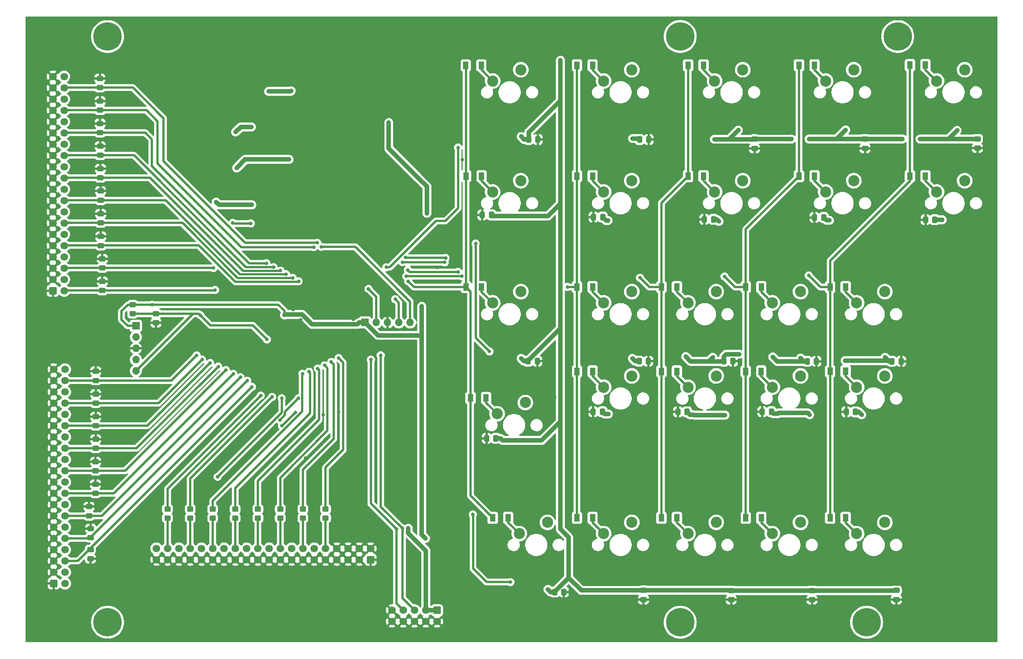
<source format=gbr>
%TF.GenerationSoftware,KiCad,Pcbnew,(6.0.0)*%
%TF.CreationDate,2023-05-12T18:24:35+02:00*%
%TF.ProjectId,Pot.butt_pcb,506f742e-6275-4747-945f-7063622e6b69,rev?*%
%TF.SameCoordinates,Original*%
%TF.FileFunction,Copper,L2,Bot*%
%TF.FilePolarity,Positive*%
%FSLAX46Y46*%
G04 Gerber Fmt 4.6, Leading zero omitted, Abs format (unit mm)*
G04 Created by KiCad (PCBNEW (6.0.0)) date 2023-05-12 18:24:35*
%MOMM*%
%LPD*%
G01*
G04 APERTURE LIST*
G04 Aperture macros list*
%AMRoundRect*
0 Rectangle with rounded corners*
0 $1 Rounding radius*
0 $2 $3 $4 $5 $6 $7 $8 $9 X,Y pos of 4 corners*
0 Add a 4 corners polygon primitive as box body*
4,1,4,$2,$3,$4,$5,$6,$7,$8,$9,$2,$3,0*
0 Add four circle primitives for the rounded corners*
1,1,$1+$1,$2,$3*
1,1,$1+$1,$4,$5*
1,1,$1+$1,$6,$7*
1,1,$1+$1,$8,$9*
0 Add four rect primitives between the rounded corners*
20,1,$1+$1,$2,$3,$4,$5,0*
20,1,$1+$1,$4,$5,$6,$7,0*
20,1,$1+$1,$6,$7,$8,$9,0*
20,1,$1+$1,$8,$9,$2,$3,0*%
G04 Aperture macros list end*
%TA.AperFunction,ComponentPad*%
%ADD10C,2.500000*%
%TD*%
%TA.AperFunction,ComponentPad*%
%ADD11R,1.700000X1.700000*%
%TD*%
%TA.AperFunction,ComponentPad*%
%ADD12O,1.700000X1.700000*%
%TD*%
%TA.AperFunction,ComponentPad*%
%ADD13RoundRect,0.250000X-0.600000X0.600000X-0.600000X-0.600000X0.600000X-0.600000X0.600000X0.600000X0*%
%TD*%
%TA.AperFunction,ComponentPad*%
%ADD14C,1.700000*%
%TD*%
%TA.AperFunction,ComponentPad*%
%ADD15C,0.800000*%
%TD*%
%TA.AperFunction,ComponentPad*%
%ADD16C,6.400000*%
%TD*%
%TA.AperFunction,SMDPad,CuDef*%
%ADD17RoundRect,0.250000X0.337500X0.475000X-0.337500X0.475000X-0.337500X-0.475000X0.337500X-0.475000X0*%
%TD*%
%TA.AperFunction,SMDPad,CuDef*%
%ADD18R,1.300000X1.700000*%
%TD*%
%TA.AperFunction,SMDPad,CuDef*%
%ADD19RoundRect,0.250000X-0.475000X0.337500X-0.475000X-0.337500X0.475000X-0.337500X0.475000X0.337500X0*%
%TD*%
%TA.AperFunction,SMDPad,CuDef*%
%ADD20RoundRect,0.250000X-0.450000X0.350000X-0.450000X-0.350000X0.450000X-0.350000X0.450000X0.350000X0*%
%TD*%
%TA.AperFunction,SMDPad,CuDef*%
%ADD21RoundRect,0.250000X0.475000X-0.337500X0.475000X0.337500X-0.475000X0.337500X-0.475000X-0.337500X0*%
%TD*%
%TA.AperFunction,SMDPad,CuDef*%
%ADD22RoundRect,0.250000X-0.337500X-0.475000X0.337500X-0.475000X0.337500X0.475000X-0.337500X0.475000X0*%
%TD*%
%TA.AperFunction,ComponentPad*%
%ADD23RoundRect,0.250000X0.600000X-0.600000X0.600000X0.600000X-0.600000X0.600000X-0.600000X-0.600000X0*%
%TD*%
%TA.AperFunction,ComponentPad*%
%ADD24RoundRect,0.250000X-0.600000X-0.600000X0.600000X-0.600000X0.600000X0.600000X-0.600000X0.600000X0*%
%TD*%
%TA.AperFunction,ViaPad*%
%ADD25C,0.800000*%
%TD*%
%TA.AperFunction,Conductor*%
%ADD26C,0.500000*%
%TD*%
%TA.AperFunction,Conductor*%
%ADD27C,1.000000*%
%TD*%
G04 APERTURE END LIST*
D10*
%TO.P,SW14,1*%
%TO.N,Net-(D4-Pad2)*%
X156760000Y-113030000D03*
%TO.P,SW14,2*%
%TO.N,Net-(R17-Pad2)*%
X163110000Y-110490000D03*
%TD*%
%TO.P,SW18,1*%
%TO.N,Net-(D8-Pad2)*%
X180760000Y-88030000D03*
%TO.P,SW18,2*%
%TO.N,Net-(R16-Pad2)*%
X187110000Y-85490000D03*
%TD*%
%TO.P,SW15,1*%
%TO.N,Net-(D5-Pad2)*%
X161760000Y-140030000D03*
%TO.P,SW15,2*%
%TO.N,Net-(R18-Pad2)*%
X168110000Y-137490000D03*
%TD*%
%TO.P,SW27,1*%
%TO.N,Net-(D17-Pad2)*%
X230760000Y-63030000D03*
%TO.P,SW27,2*%
%TO.N,Net-(R15-Pad2)*%
X237110000Y-60490000D03*
%TD*%
%TO.P,SW17,1*%
%TO.N,Net-(D7-Pad2)*%
X180760000Y-63030000D03*
%TO.P,SW17,2*%
%TO.N,Net-(R15-Pad2)*%
X187110000Y-60490000D03*
%TD*%
%TO.P,SW25,1*%
%TO.N,Net-(D15-Pad2)*%
X199760000Y-140030000D03*
%TO.P,SW25,2*%
%TO.N,Net-(R18-Pad2)*%
X206110000Y-137490000D03*
%TD*%
%TO.P,SW33,1*%
%TO.N,Net-(D23-Pad2)*%
X237760000Y-88030000D03*
%TO.P,SW33,2*%
%TO.N,Net-(R16-Pad2)*%
X244110000Y-85490000D03*
%TD*%
%TO.P,SW13,1*%
%TO.N,Net-(D3-Pad2)*%
X155760000Y-88030000D03*
%TO.P,SW13,2*%
%TO.N,Net-(R16-Pad2)*%
X162110000Y-85490000D03*
%TD*%
D11*
%TO.P,J3,1,Pin_1*%
%TO.N,+3V3*%
X127010000Y-92450000D03*
D12*
%TO.P,J3,2,Pin_2*%
%TO.N,SWCLKs*%
X129550000Y-92450000D03*
%TO.P,J3,3,Pin_3*%
%TO.N,GND*%
X132090000Y-92450000D03*
%TO.P,J3,4,Pin_4*%
%TO.N,SWDIOs*%
X134630000Y-92450000D03*
%TO.P,J3,5,Pin_5*%
%TO.N,NRSTs*%
X137170000Y-92450000D03*
%TD*%
D10*
%TO.P,SW24,1*%
%TO.N,Net-(D14-Pad2)*%
X199760000Y-107030000D03*
%TO.P,SW24,2*%
%TO.N,Net-(R17-Pad2)*%
X206110000Y-104490000D03*
%TD*%
%TO.P,SW16,1*%
%TO.N,Net-(D6-Pad2)*%
X180760000Y-38030000D03*
%TO.P,SW16,2*%
%TO.N,Net-(R14-Pad2)*%
X187110000Y-35490000D03*
%TD*%
%TO.P,SW23,1*%
%TO.N,Net-(D13-Pad2)*%
X199760000Y-88030000D03*
%TO.P,SW23,2*%
%TO.N,Net-(R16-Pad2)*%
X206110000Y-85490000D03*
%TD*%
D13*
%TO.P,J1,1,Pin_1*%
%TO.N,LOAD*%
X143250000Y-157300000D03*
D14*
%TO.P,J1,2,Pin_2*%
%TO.N,GND*%
X143250000Y-159840000D03*
%TO.P,J1,3,Pin_3*%
%TO.N,LOAD*%
X140710000Y-157300000D03*
%TO.P,J1,4,Pin_4*%
%TO.N,GND*%
X140710000Y-159840000D03*
%TO.P,J1,5,Pin_5*%
%TO.N,I2C1_SDA*%
X138170000Y-157300000D03*
%TO.P,J1,6,Pin_6*%
%TO.N,GND*%
X138170000Y-159840000D03*
%TO.P,J1,7,Pin_7*%
%TO.N,I2C1_SCL*%
X135630000Y-157300000D03*
%TO.P,J1,8,Pin_8*%
%TO.N,GND*%
X135630000Y-159840000D03*
%TO.P,J1,9,Pin_9*%
X133090000Y-157300000D03*
%TO.P,J1,10,Pin_10*%
X133090000Y-159840000D03*
%TD*%
D10*
%TO.P,SW32,1*%
%TO.N,Net-(D22-Pad2)*%
X255760000Y-63030000D03*
%TO.P,SW32,2*%
%TO.N,Net-(R15-Pad2)*%
X262110000Y-60490000D03*
%TD*%
D15*
%TO.P,H5,1*%
%TO.N,N/C*%
X196302944Y-158302944D03*
X198000000Y-162400000D03*
X195600000Y-160000000D03*
X196302944Y-161697056D03*
X199697056Y-161697056D03*
X200400000Y-160000000D03*
X199697056Y-158302944D03*
X198000000Y-157600000D03*
D16*
X198000000Y-160000000D03*
%TD*%
D10*
%TO.P,SW20,1*%
%TO.N,Net-(D10-Pad2)*%
X180760000Y-140030000D03*
%TO.P,SW20,2*%
%TO.N,Net-(R18-Pad2)*%
X187110000Y-137490000D03*
%TD*%
D15*
%TO.P,H2,1*%
%TO.N,N/C*%
X199697056Y-29697056D03*
X196302944Y-26302944D03*
X198000000Y-25600000D03*
X196302944Y-29697056D03*
X200400000Y-28000000D03*
D16*
X198000000Y-28000000D03*
D15*
X198000000Y-30400000D03*
X195600000Y-28000000D03*
X199697056Y-26302944D03*
%TD*%
D10*
%TO.P,SW29,1*%
%TO.N,Net-(D19-Pad2)*%
X218760000Y-107030000D03*
%TO.P,SW29,2*%
%TO.N,Net-(R17-Pad2)*%
X225110000Y-104490000D03*
%TD*%
D15*
%TO.P,H1,1*%
%TO.N,N/C*%
X70697056Y-26302944D03*
X70697056Y-29697056D03*
X71400000Y-28000000D03*
X69000000Y-30400000D03*
X66600000Y-28000000D03*
X67302944Y-29697056D03*
X67302944Y-26302944D03*
D16*
X69000000Y-28000000D03*
D15*
X69000000Y-25600000D03*
%TD*%
%TO.P,H6,1*%
%TO.N,N/C*%
X69000000Y-162400000D03*
D16*
X69000000Y-160000000D03*
D15*
X70697056Y-158302944D03*
X71400000Y-160000000D03*
X69000000Y-157600000D03*
X70697056Y-161697056D03*
X67302944Y-161697056D03*
X67302944Y-158302944D03*
X66600000Y-160000000D03*
%TD*%
D10*
%TO.P,SW22,1*%
%TO.N,Net-(D12-Pad2)*%
X205760000Y-63030000D03*
%TO.P,SW22,2*%
%TO.N,Net-(R15-Pad2)*%
X212110000Y-60490000D03*
%TD*%
%TO.P,SW35,1*%
%TO.N,Net-(D25-Pad2)*%
X237760000Y-140030000D03*
%TO.P,SW35,2*%
%TO.N,Net-(R18-Pad2)*%
X244110000Y-137490000D03*
%TD*%
D16*
%TO.P,H4,1*%
%TO.N,N/C*%
X240000000Y-160000000D03*
D15*
X238302944Y-161697056D03*
X238302944Y-158302944D03*
X240000000Y-157600000D03*
X237600000Y-160000000D03*
X241697056Y-161697056D03*
X242400000Y-160000000D03*
X240000000Y-162400000D03*
X241697056Y-158302944D03*
%TD*%
D10*
%TO.P,SW26,1*%
%TO.N,Net-(D16-Pad2)*%
X230760000Y-38030000D03*
%TO.P,SW26,2*%
%TO.N,Net-(R14-Pad2)*%
X237110000Y-35490000D03*
%TD*%
%TO.P,SW11,1*%
%TO.N,Net-(D1-Pad2)*%
X155760000Y-38030000D03*
%TO.P,SW11,2*%
%TO.N,Net-(R14-Pad2)*%
X162110000Y-35490000D03*
%TD*%
D15*
%TO.P,H3,1*%
%TO.N,N/C*%
X244600000Y-28000000D03*
X248697056Y-26302944D03*
X245302944Y-26302944D03*
X247000000Y-30400000D03*
X245302944Y-29697056D03*
X247000000Y-25600000D03*
D16*
X247000000Y-28000000D03*
D15*
X249400000Y-28000000D03*
X248697056Y-29697056D03*
%TD*%
D11*
%TO.P,J2,1,Pin_1*%
%TO.N,+3V3*%
X75380000Y-93200000D03*
D12*
%TO.P,J2,2,Pin_2*%
%TO.N,SWCLKp*%
X75380000Y-95740000D03*
%TO.P,J2,3,Pin_3*%
%TO.N,GND*%
X75380000Y-98280000D03*
%TO.P,J2,4,Pin_4*%
%TO.N,SWDIOp*%
X75380000Y-100820000D03*
%TO.P,J2,5,Pin_5*%
%TO.N,NRSTp*%
X75380000Y-103360000D03*
%TD*%
D10*
%TO.P,SW28,1*%
%TO.N,Net-(D18-Pad2)*%
X218760000Y-88030000D03*
%TO.P,SW28,2*%
%TO.N,Net-(R16-Pad2)*%
X225110000Y-85490000D03*
%TD*%
%TO.P,SW34,1*%
%TO.N,Net-(D24-Pad2)*%
X237760000Y-107030000D03*
%TO.P,SW34,2*%
%TO.N,Net-(R17-Pad2)*%
X244110000Y-104490000D03*
%TD*%
%TO.P,SW21,1*%
%TO.N,Net-(D11-Pad2)*%
X205760000Y-38030000D03*
%TO.P,SW21,2*%
%TO.N,Net-(R14-Pad2)*%
X212110000Y-35490000D03*
%TD*%
%TO.P,SW30,1*%
%TO.N,Net-(D20-Pad2)*%
X218760000Y-140030000D03*
%TO.P,SW30,2*%
%TO.N,Net-(R18-Pad2)*%
X225110000Y-137490000D03*
%TD*%
%TO.P,SW19,1*%
%TO.N,Net-(D9-Pad2)*%
X180760000Y-107030000D03*
%TO.P,SW19,2*%
%TO.N,Net-(R17-Pad2)*%
X187110000Y-104490000D03*
%TD*%
%TO.P,SW31,1*%
%TO.N,Net-(D21-Pad2)*%
X255760000Y-38030000D03*
%TO.P,SW31,2*%
%TO.N,Net-(R14-Pad2)*%
X262110000Y-35490000D03*
%TD*%
%TO.P,SW12,1*%
%TO.N,Net-(D2-Pad2)*%
X155760000Y-63030000D03*
%TO.P,SW12,2*%
%TO.N,Net-(R15-Pad2)*%
X162110000Y-60490000D03*
%TD*%
D17*
%TO.P,C46,1*%
%TO.N,+5V*%
X218562500Y-112550000D03*
%TO.P,C46,2*%
%TO.N,GND*%
X216487500Y-112550000D03*
%TD*%
D18*
%TO.P,D3,1,K*%
%TO.N,1st_Column*%
X149760000Y-84460000D03*
%TO.P,D3,2,A*%
%TO.N,Net-(D3-Pad2)*%
X153260000Y-84460000D03*
%TD*%
D19*
%TO.P,C30,1*%
%TO.N,+5V*%
X189725000Y-152812500D03*
%TO.P,C30,2*%
%TO.N,GND*%
X189725000Y-154887500D03*
%TD*%
D20*
%TO.P,R8,1*%
%TO.N,SW3p*%
X92690000Y-134500000D03*
%TO.P,R8,2*%
%TO.N,SW3*%
X92690000Y-136500000D03*
%TD*%
%TO.P,R29,1*%
%TO.N,SW8p*%
X118120000Y-134500000D03*
%TO.P,R29,2*%
%TO.N,SW8*%
X118120000Y-136500000D03*
%TD*%
D21*
%TO.P,C23,1*%
%TO.N,ADC_in2s*%
X67310000Y-49667500D03*
%TO.P,C23,2*%
%TO.N,GND*%
X67310000Y-47592500D03*
%TD*%
D19*
%TO.P,C34,1*%
%TO.N,+5V*%
X209500000Y-152837500D03*
%TO.P,C34,2*%
%TO.N,GND*%
X209500000Y-154912500D03*
%TD*%
%TO.P,C44,1*%
%TO.N,+5V*%
X264975000Y-51062500D03*
%TO.P,C44,2*%
%TO.N,GND*%
X264975000Y-53137500D03*
%TD*%
D21*
%TO.P,C7,1*%
%TO.N,ADC_in5p*%
X66320000Y-120795000D03*
%TO.P,C7,2*%
%TO.N,GND*%
X66320000Y-118720000D03*
%TD*%
%TO.P,C24,1*%
%TO.N,ADC_in6s*%
X67460000Y-70017500D03*
%TO.P,C24,2*%
%TO.N,GND*%
X67460000Y-67942500D03*
%TD*%
D22*
%TO.P,C37,1*%
%TO.N,+5V*%
X245712500Y-101200000D03*
%TO.P,C37,2*%
%TO.N,GND*%
X247787500Y-101200000D03*
%TD*%
%TO.P,C27,1*%
%TO.N,+5V*%
X163862500Y-51200000D03*
%TO.P,C27,2*%
%TO.N,GND*%
X165937500Y-51200000D03*
%TD*%
D18*
%TO.P,D12,1,K*%
%TO.N,3rd_Column*%
X199770000Y-59470000D03*
%TO.P,D12,2,A*%
%TO.N,Net-(D12-Pad2)*%
X203270000Y-59470000D03*
%TD*%
%TO.P,D5,1,K*%
%TO.N,1st_Column*%
X155770000Y-136470000D03*
%TO.P,D5,2,A*%
%TO.N,Net-(D5-Pad2)*%
X159270000Y-136470000D03*
%TD*%
D21*
%TO.P,C25,1*%
%TO.N,ADC_in7s*%
X67480000Y-75110000D03*
%TO.P,C25,2*%
%TO.N,GND*%
X67480000Y-73035000D03*
%TD*%
D19*
%TO.P,C42,1*%
%TO.N,+5V*%
X246700000Y-152825000D03*
%TO.P,C42,2*%
%TO.N,GND*%
X246700000Y-154900000D03*
%TD*%
D22*
%TO.P,C31,1*%
%TO.N,+5V*%
X188750000Y-101175000D03*
%TO.P,C31,2*%
%TO.N,GND*%
X190825000Y-101175000D03*
%TD*%
D21*
%TO.P,C19,1*%
%TO.N,ADC_in0s*%
X67250000Y-39517500D03*
%TO.P,C19,2*%
%TO.N,GND*%
X67250000Y-37442500D03*
%TD*%
D19*
%TO.P,C1,1*%
%TO.N,NRSTp*%
X79900000Y-90452500D03*
%TO.P,C1,2*%
%TO.N,GND*%
X79900000Y-92527500D03*
%TD*%
D18*
%TO.P,D1,1,K*%
%TO.N,1st_Column*%
X149700000Y-34500000D03*
%TO.P,D1,2,A*%
%TO.N,Net-(D1-Pad2)*%
X153200000Y-34500000D03*
%TD*%
%TO.P,D11,1,K*%
%TO.N,3rd_Column*%
X199780000Y-34470000D03*
%TO.P,D11,2,A*%
%TO.N,Net-(D11-Pad2)*%
X203280000Y-34470000D03*
%TD*%
%TO.P,D9,1,K*%
%TO.N,2nd_Column*%
X174760000Y-103470000D03*
%TO.P,D9,2,A*%
%TO.N,Net-(D9-Pad2)*%
X178260000Y-103470000D03*
%TD*%
%TO.P,D15,1,K*%
%TO.N,3rd_Column*%
X193770000Y-136470000D03*
%TO.P,D15,2,A*%
%TO.N,Net-(D15-Pad2)*%
X197270000Y-136470000D03*
%TD*%
%TO.P,D13,1,K*%
%TO.N,3rd_Column*%
X193770000Y-84460000D03*
%TO.P,D13,2,A*%
%TO.N,Net-(D13-Pad2)*%
X197270000Y-84460000D03*
%TD*%
%TO.P,D8,1,K*%
%TO.N,2nd_Column*%
X174770000Y-84460000D03*
%TO.P,D8,2,A*%
%TO.N,Net-(D8-Pad2)*%
X178270000Y-84460000D03*
%TD*%
D23*
%TO.P,J6,1,Pin_1*%
%TO.N,GND*%
X128270000Y-145902500D03*
D14*
%TO.P,J6,2,Pin_2*%
X128270000Y-143362500D03*
%TO.P,J6,3,Pin_3*%
X125730000Y-145902500D03*
%TO.P,J6,4,Pin_4*%
X125730000Y-143362500D03*
%TO.P,J6,5,Pin_5*%
X123190000Y-145902500D03*
%TO.P,J6,6,Pin_6*%
X123190000Y-143362500D03*
%TO.P,J6,7,Pin_7*%
X120650000Y-145902500D03*
%TO.P,J6,8,Pin_8*%
X120650000Y-143362500D03*
%TO.P,J6,9,Pin_9*%
X118110000Y-145902500D03*
%TO.P,J6,10,Pin_10*%
%TO.N,SW8*%
X118110000Y-143362500D03*
%TO.P,J6,11,Pin_11*%
%TO.N,GND*%
X115570000Y-145902500D03*
%TO.P,J6,12,Pin_12*%
%TO.N,+3V3*%
X115570000Y-143362500D03*
%TO.P,J6,13,Pin_13*%
%TO.N,GND*%
X113030000Y-145902500D03*
%TO.P,J6,14,Pin_14*%
%TO.N,SW7*%
X113030000Y-143362500D03*
%TO.P,J6,15,Pin_15*%
%TO.N,GND*%
X110490000Y-145902500D03*
%TO.P,J6,16,Pin_16*%
%TO.N,+3V3*%
X110490000Y-143362500D03*
%TO.P,J6,17,Pin_17*%
%TO.N,GND*%
X107950000Y-145902500D03*
%TO.P,J6,18,Pin_18*%
%TO.N,SW6*%
X107950000Y-143362500D03*
%TO.P,J6,19,Pin_19*%
%TO.N,GND*%
X105410000Y-145902500D03*
%TO.P,J6,20,Pin_20*%
%TO.N,+3V3*%
X105410000Y-143362500D03*
%TO.P,J6,21,Pin_21*%
%TO.N,GND*%
X102870000Y-145902500D03*
%TO.P,J6,22,Pin_22*%
%TO.N,SW5*%
X102870000Y-143362500D03*
%TO.P,J6,23,Pin_23*%
%TO.N,GND*%
X100330000Y-145902500D03*
%TO.P,J6,24,Pin_24*%
%TO.N,+3V3*%
X100330000Y-143362500D03*
%TO.P,J6,25,Pin_25*%
%TO.N,GND*%
X97790000Y-145902500D03*
%TO.P,J6,26,Pin_26*%
%TO.N,SW4*%
X97790000Y-143362500D03*
%TO.P,J6,27,Pin_27*%
%TO.N,GND*%
X95250000Y-145902500D03*
%TO.P,J6,28,Pin_28*%
%TO.N,+3V3*%
X95250000Y-143362500D03*
%TO.P,J6,29,Pin_29*%
%TO.N,GND*%
X92710000Y-145902500D03*
%TO.P,J6,30,Pin_30*%
%TO.N,SW3*%
X92710000Y-143362500D03*
%TO.P,J6,31,Pin_31*%
%TO.N,GND*%
X90170000Y-145902500D03*
%TO.P,J6,32,Pin_32*%
%TO.N,+3V3*%
X90170000Y-143362500D03*
%TO.P,J6,33,Pin_33*%
%TO.N,GND*%
X87630000Y-145902500D03*
%TO.P,J6,34,Pin_34*%
%TO.N,SW2*%
X87630000Y-143362500D03*
%TO.P,J6,35,Pin_35*%
%TO.N,GND*%
X85090000Y-145902500D03*
%TO.P,J6,36,Pin_36*%
%TO.N,+3V3*%
X85090000Y-143362500D03*
%TO.P,J6,37,Pin_37*%
%TO.N,GND*%
X82550000Y-145902500D03*
%TO.P,J6,38,Pin_38*%
%TO.N,SW1*%
X82550000Y-143362500D03*
%TO.P,J6,39,Pin_39*%
%TO.N,GND*%
X80010000Y-145902500D03*
%TO.P,J6,40,Pin_40*%
%TO.N,+3V3*%
X80010000Y-143362500D03*
%TD*%
D18*
%TO.P,D16,1,K*%
%TO.N,4th_Column*%
X224770000Y-34470000D03*
%TO.P,D16,2,A*%
%TO.N,Net-(D16-Pad2)*%
X228270000Y-34470000D03*
%TD*%
D19*
%TO.P,C11,1*%
%TO.N,ADC_in10p*%
X65140000Y-143610000D03*
%TO.P,C11,2*%
%TO.N,GND*%
X65140000Y-145685000D03*
%TD*%
D18*
%TO.P,D20,1,K*%
%TO.N,4th_Column*%
X212770000Y-136470000D03*
%TO.P,D20,2,A*%
%TO.N,Net-(D20-Pad2)*%
X216270000Y-136470000D03*
%TD*%
D19*
%TO.P,C40,1*%
%TO.N,+5V*%
X239650000Y-51112500D03*
%TO.P,C40,2*%
%TO.N,GND*%
X239650000Y-53187500D03*
%TD*%
D18*
%TO.P,D22,1,K*%
%TO.N,5th_Column*%
X249760000Y-59460000D03*
%TO.P,D22,2,A*%
%TO.N,Net-(D22-Pad2)*%
X253260000Y-59460000D03*
%TD*%
D22*
%TO.P,C32,1*%
%TO.N,+5V*%
X188862500Y-51200000D03*
%TO.P,C32,2*%
%TO.N,GND*%
X190937500Y-51200000D03*
%TD*%
D17*
%TO.P,C50,1*%
%TO.N,+5V*%
X199562500Y-112575000D03*
%TO.P,C50,2*%
%TO.N,GND*%
X197487500Y-112575000D03*
%TD*%
D18*
%TO.P,D25,1,K*%
%TO.N,5th_Column*%
X231770000Y-136470000D03*
%TO.P,D25,2,A*%
%TO.N,Net-(D25-Pad2)*%
X235270000Y-136470000D03*
%TD*%
D17*
%TO.P,C49,1*%
%TO.N,+5V*%
X230337500Y-68775000D03*
%TO.P,C49,2*%
%TO.N,GND*%
X228262500Y-68775000D03*
%TD*%
D19*
%TO.P,C36,1*%
%TO.N,+5V*%
X214750000Y-51137500D03*
%TO.P,C36,2*%
%TO.N,GND*%
X214750000Y-53212500D03*
%TD*%
D20*
%TO.P,R5,1*%
%TO.N,SW5p*%
X102880000Y-134500000D03*
%TO.P,R5,2*%
%TO.N,SW5*%
X102880000Y-136500000D03*
%TD*%
D18*
%TO.P,D4,1,K*%
%TO.N,1st_Column*%
X150770000Y-109470000D03*
%TO.P,D4,2,A*%
%TO.N,Net-(D4-Pad2)*%
X154270000Y-109470000D03*
%TD*%
%TO.P,D6,1,K*%
%TO.N,2nd_Column*%
X174750000Y-34470000D03*
%TO.P,D6,2,A*%
%TO.N,Net-(D6-Pad2)*%
X178250000Y-34470000D03*
%TD*%
%TO.P,D2,1,K*%
%TO.N,1st_Column*%
X149770000Y-59460000D03*
%TO.P,D2,2,A*%
%TO.N,Net-(D2-Pad2)*%
X153270000Y-59460000D03*
%TD*%
%TO.P,D19,1,K*%
%TO.N,4th_Column*%
X212760000Y-103470000D03*
%TO.P,D19,2,A*%
%TO.N,Net-(D19-Pad2)*%
X216260000Y-103470000D03*
%TD*%
D21*
%TO.P,C6,1*%
%TO.N,ADC_in1p*%
X67820000Y-85257500D03*
%TO.P,C6,2*%
%TO.N,GND*%
X67820000Y-83182500D03*
%TD*%
%TO.P,C4,1*%
%TO.N,ADC_in4p*%
X66340000Y-115717500D03*
%TO.P,C4,2*%
%TO.N,GND*%
X66340000Y-113642500D03*
%TD*%
%TO.P,C5,1*%
%TO.N,ADC_in8p*%
X64820000Y-136017500D03*
%TO.P,C5,2*%
%TO.N,GND*%
X64820000Y-133942500D03*
%TD*%
D20*
%TO.P,R7,1*%
%TO.N,SW6p*%
X107910000Y-134500000D03*
%TO.P,R7,2*%
%TO.N,SW6*%
X107910000Y-136500000D03*
%TD*%
D18*
%TO.P,D7,1,K*%
%TO.N,2nd_Column*%
X174760000Y-59460000D03*
%TO.P,D7,2,A*%
%TO.N,Net-(D7-Pad2)*%
X178260000Y-59460000D03*
%TD*%
%TO.P,D21,1,K*%
%TO.N,5th_Column*%
X249760000Y-34460000D03*
%TO.P,D21,2,A*%
%TO.N,Net-(D21-Pad2)*%
X253260000Y-34460000D03*
%TD*%
D21*
%TO.P,C9,1*%
%TO.N,ADC_in2p*%
X66340000Y-105500000D03*
%TO.P,C9,2*%
%TO.N,GND*%
X66340000Y-103425000D03*
%TD*%
D17*
%TO.P,C45,1*%
%TO.N,+5V*%
X205512500Y-69200000D03*
%TO.P,C45,2*%
%TO.N,GND*%
X203437500Y-69200000D03*
%TD*%
%TO.P,C48,1*%
%TO.N,+5V*%
X255337500Y-69275000D03*
%TO.P,C48,2*%
%TO.N,GND*%
X253262500Y-69275000D03*
%TD*%
D21*
%TO.P,C12,1*%
%TO.N,ADC_in3p*%
X66340000Y-110627500D03*
%TO.P,C12,2*%
%TO.N,GND*%
X66340000Y-108552500D03*
%TD*%
%TO.P,C13,1*%
%TO.N,ADC_in7p*%
X66270000Y-130957500D03*
%TO.P,C13,2*%
%TO.N,GND*%
X66270000Y-128882500D03*
%TD*%
D17*
%TO.P,C39,1*%
%TO.N,+5V*%
X155487500Y-68200000D03*
%TO.P,C39,2*%
%TO.N,GND*%
X153412500Y-68200000D03*
%TD*%
D21*
%TO.P,C26,1*%
%TO.N,ADC_in3s*%
X67350000Y-54767500D03*
%TO.P,C26,2*%
%TO.N,GND*%
X67350000Y-52692500D03*
%TD*%
%TO.P,C20,1*%
%TO.N,ADC_in4s*%
X67400000Y-59857500D03*
%TO.P,C20,2*%
%TO.N,GND*%
X67400000Y-57782500D03*
%TD*%
D18*
%TO.P,D23,1,K*%
%TO.N,5th_Column*%
X231770000Y-84470000D03*
%TO.P,D23,2,A*%
%TO.N,Net-(D23-Pad2)*%
X235270000Y-84470000D03*
%TD*%
%TO.P,D18,1,K*%
%TO.N,4th_Column*%
X212770000Y-84450000D03*
%TO.P,D18,2,A*%
%TO.N,Net-(D18-Pad2)*%
X216270000Y-84450000D03*
%TD*%
D17*
%TO.P,C47,1*%
%TO.N,+5V*%
X156462500Y-118550000D03*
%TO.P,C47,2*%
%TO.N,GND*%
X154387500Y-118550000D03*
%TD*%
D20*
%TO.P,R28,1*%
%TO.N,SW4p*%
X97750000Y-134500000D03*
%TO.P,R28,2*%
%TO.N,SW4*%
X97750000Y-136500000D03*
%TD*%
D24*
%TO.P,J4,1,Pin_1*%
%TO.N,GND*%
X56667500Y-85300000D03*
D14*
%TO.P,J4,2,Pin_2*%
%TO.N,ADC_in1p*%
X59207500Y-85300000D03*
%TO.P,J4,3,Pin_3*%
%TO.N,GND*%
X56667500Y-82760000D03*
%TO.P,J4,4,Pin_4*%
%TO.N,3.3VA*%
X59207500Y-82760000D03*
%TO.P,J4,5,Pin_5*%
%TO.N,GND*%
X56667500Y-80220000D03*
%TO.P,J4,6,Pin_6*%
%TO.N,ADC_in0p*%
X59207500Y-80220000D03*
%TO.P,J4,7,Pin_7*%
%TO.N,GND*%
X56667500Y-77680000D03*
%TO.P,J4,8,Pin_8*%
%TO.N,3.3VA*%
X59207500Y-77680000D03*
%TO.P,J4,9,Pin_9*%
%TO.N,GND*%
X56667500Y-75140000D03*
%TO.P,J4,10,Pin_10*%
%TO.N,ADC_in7s*%
X59207500Y-75140000D03*
%TO.P,J4,11,Pin_11*%
%TO.N,GND*%
X56667500Y-72600000D03*
%TO.P,J4,12,Pin_12*%
%TO.N,3.3VA*%
X59207500Y-72600000D03*
%TO.P,J4,13,Pin_13*%
%TO.N,GND*%
X56667500Y-70060000D03*
%TO.P,J4,14,Pin_14*%
%TO.N,ADC_in6s*%
X59207500Y-70060000D03*
%TO.P,J4,15,Pin_15*%
%TO.N,GND*%
X56667500Y-67520000D03*
%TO.P,J4,16,Pin_16*%
%TO.N,3.3VA*%
X59207500Y-67520000D03*
%TO.P,J4,17,Pin_17*%
%TO.N,GND*%
X56667500Y-64980000D03*
%TO.P,J4,18,Pin_18*%
%TO.N,ADC_in5s*%
X59207500Y-64980000D03*
%TO.P,J4,19,Pin_19*%
%TO.N,GND*%
X56667500Y-62440000D03*
%TO.P,J4,20,Pin_20*%
%TO.N,3.3VA*%
X59207500Y-62440000D03*
%TO.P,J4,21,Pin_21*%
%TO.N,GND*%
X56667500Y-59900000D03*
%TO.P,J4,22,Pin_22*%
%TO.N,ADC_in4s*%
X59207500Y-59900000D03*
%TO.P,J4,23,Pin_23*%
%TO.N,GND*%
X56667500Y-57360000D03*
%TO.P,J4,24,Pin_24*%
%TO.N,3.3VA*%
X59207500Y-57360000D03*
%TO.P,J4,25,Pin_25*%
%TO.N,GND*%
X56667500Y-54820000D03*
%TO.P,J4,26,Pin_26*%
%TO.N,ADC_in3s*%
X59207500Y-54820000D03*
%TO.P,J4,27,Pin_27*%
%TO.N,GND*%
X56667500Y-52280000D03*
%TO.P,J4,28,Pin_28*%
%TO.N,3.3VA*%
X59207500Y-52280000D03*
%TO.P,J4,29,Pin_29*%
%TO.N,GND*%
X56667500Y-49740000D03*
%TO.P,J4,30,Pin_30*%
%TO.N,ADC_in2s*%
X59207500Y-49740000D03*
%TO.P,J4,31,Pin_31*%
%TO.N,GND*%
X56667500Y-47200000D03*
%TO.P,J4,32,Pin_32*%
%TO.N,3.3VA*%
X59207500Y-47200000D03*
%TO.P,J4,33,Pin_33*%
%TO.N,GND*%
X56667500Y-44660000D03*
%TO.P,J4,34,Pin_34*%
%TO.N,ADC_in1s*%
X59207500Y-44660000D03*
%TO.P,J4,35,Pin_35*%
%TO.N,GND*%
X56667500Y-42120000D03*
%TO.P,J4,36,Pin_36*%
%TO.N,3.3VA*%
X59207500Y-42120000D03*
%TO.P,J4,37,Pin_37*%
%TO.N,GND*%
X56667500Y-39580000D03*
%TO.P,J4,38,Pin_38*%
%TO.N,ADC_in0s*%
X59207500Y-39580000D03*
%TO.P,J4,39,Pin_39*%
%TO.N,GND*%
X56667500Y-37040000D03*
%TO.P,J4,40,Pin_40*%
%TO.N,3.3VA*%
X59207500Y-37040000D03*
%TD*%
D21*
%TO.P,C3,1*%
%TO.N,ADC_in0p*%
X67820000Y-80157500D03*
%TO.P,C3,2*%
%TO.N,GND*%
X67820000Y-78082500D03*
%TD*%
D22*
%TO.P,C28,1*%
%TO.N,+5V*%
X207812500Y-101175000D03*
%TO.P,C28,2*%
%TO.N,GND*%
X209887500Y-101175000D03*
%TD*%
%TO.P,C29,1*%
%TO.N,+5V*%
X169737500Y-153175000D03*
%TO.P,C29,2*%
%TO.N,GND*%
X171812500Y-153175000D03*
%TD*%
D20*
%TO.P,R6,1*%
%TO.N,SW2p*%
X87620000Y-134500000D03*
%TO.P,R6,2*%
%TO.N,SW2*%
X87620000Y-136500000D03*
%TD*%
%TO.P,R19,1*%
%TO.N,+3V3*%
X74660000Y-88440000D03*
%TO.P,R19,2*%
%TO.N,NRSTp*%
X74660000Y-90440000D03*
%TD*%
D22*
%TO.P,C35,1*%
%TO.N,+5V*%
X163737500Y-101175000D03*
%TO.P,C35,2*%
%TO.N,GND*%
X165812500Y-101175000D03*
%TD*%
D24*
%TO.P,J5,1,Pin_1*%
%TO.N,GND*%
X56867500Y-151270000D03*
D14*
%TO.P,J5,2,Pin_2*%
%TO.N,ADC_in11p*%
X59407500Y-151270000D03*
%TO.P,J5,3,Pin_3*%
%TO.N,GND*%
X56867500Y-148730000D03*
%TO.P,J5,4,Pin_4*%
%TO.N,3.3VA*%
X59407500Y-148730000D03*
%TO.P,J5,5,Pin_5*%
%TO.N,GND*%
X56867500Y-146190000D03*
%TO.P,J5,6,Pin_6*%
%TO.N,ADC_in10p*%
X59407500Y-146190000D03*
%TO.P,J5,7,Pin_7*%
%TO.N,GND*%
X56867500Y-143650000D03*
%TO.P,J5,8,Pin_8*%
%TO.N,3.3VA*%
X59407500Y-143650000D03*
%TO.P,J5,9,Pin_9*%
%TO.N,GND*%
X56867500Y-141110000D03*
%TO.P,J5,10,Pin_10*%
%TO.N,ADC_in9p*%
X59407500Y-141110000D03*
%TO.P,J5,11,Pin_11*%
%TO.N,GND*%
X56867500Y-138570000D03*
%TO.P,J5,12,Pin_12*%
%TO.N,3.3VA*%
X59407500Y-138570000D03*
%TO.P,J5,13,Pin_13*%
%TO.N,GND*%
X56867500Y-136030000D03*
%TO.P,J5,14,Pin_14*%
%TO.N,ADC_in8p*%
X59407500Y-136030000D03*
%TO.P,J5,15,Pin_15*%
%TO.N,GND*%
X56867500Y-133490000D03*
%TO.P,J5,16,Pin_16*%
%TO.N,3.3VA*%
X59407500Y-133490000D03*
%TO.P,J5,17,Pin_17*%
%TO.N,GND*%
X56867500Y-130950000D03*
%TO.P,J5,18,Pin_18*%
%TO.N,ADC_in7p*%
X59407500Y-130950000D03*
%TO.P,J5,19,Pin_19*%
%TO.N,GND*%
X56867500Y-128410000D03*
%TO.P,J5,20,Pin_20*%
%TO.N,3.3VA*%
X59407500Y-128410000D03*
%TO.P,J5,21,Pin_21*%
%TO.N,GND*%
X56867500Y-125870000D03*
%TO.P,J5,22,Pin_22*%
%TO.N,ADC_in6p*%
X59407500Y-125870000D03*
%TO.P,J5,23,Pin_23*%
%TO.N,GND*%
X56867500Y-123330000D03*
%TO.P,J5,24,Pin_24*%
%TO.N,3.3VA*%
X59407500Y-123330000D03*
%TO.P,J5,25,Pin_25*%
%TO.N,GND*%
X56867500Y-120790000D03*
%TO.P,J5,26,Pin_26*%
%TO.N,ADC_in5p*%
X59407500Y-120790000D03*
%TO.P,J5,27,Pin_27*%
%TO.N,GND*%
X56867500Y-118250000D03*
%TO.P,J5,28,Pin_28*%
%TO.N,3.3VA*%
X59407500Y-118250000D03*
%TO.P,J5,29,Pin_29*%
%TO.N,GND*%
X56867500Y-115710000D03*
%TO.P,J5,30,Pin_30*%
%TO.N,ADC_in4p*%
X59407500Y-115710000D03*
%TO.P,J5,31,Pin_31*%
%TO.N,GND*%
X56867500Y-113170000D03*
%TO.P,J5,32,Pin_32*%
%TO.N,3.3VA*%
X59407500Y-113170000D03*
%TO.P,J5,33,Pin_33*%
%TO.N,GND*%
X56867500Y-110630000D03*
%TO.P,J5,34,Pin_34*%
%TO.N,ADC_in3p*%
X59407500Y-110630000D03*
%TO.P,J5,35,Pin_35*%
%TO.N,GND*%
X56867500Y-108090000D03*
%TO.P,J5,36,Pin_36*%
%TO.N,3.3VA*%
X59407500Y-108090000D03*
%TO.P,J5,37,Pin_37*%
%TO.N,GND*%
X56867500Y-105550000D03*
%TO.P,J5,38,Pin_38*%
%TO.N,ADC_in2p*%
X59407500Y-105550000D03*
%TO.P,J5,39,Pin_39*%
%TO.N,GND*%
X56867500Y-103010000D03*
%TO.P,J5,40,Pin_40*%
%TO.N,3.3VA*%
X59407500Y-103010000D03*
%TD*%
D18*
%TO.P,D24,1,K*%
%TO.N,5th_Column*%
X231770000Y-103460000D03*
%TO.P,D24,2,A*%
%TO.N,Net-(D24-Pad2)*%
X235270000Y-103460000D03*
%TD*%
D19*
%TO.P,C38,1*%
%TO.N,+5V*%
X227700000Y-152837500D03*
%TO.P,C38,2*%
%TO.N,GND*%
X227700000Y-154912500D03*
%TD*%
D18*
%TO.P,D10,1,K*%
%TO.N,2nd_Column*%
X174770000Y-136460000D03*
%TO.P,D10,2,A*%
%TO.N,Net-(D10-Pad2)*%
X178270000Y-136460000D03*
%TD*%
D17*
%TO.P,C51,1*%
%TO.N,+5V*%
X180487500Y-112550000D03*
%TO.P,C51,2*%
%TO.N,GND*%
X178412500Y-112550000D03*
%TD*%
D18*
%TO.P,D14,1,K*%
%TO.N,3rd_Column*%
X193770000Y-103470000D03*
%TO.P,D14,2,A*%
%TO.N,Net-(D14-Pad2)*%
X197270000Y-103470000D03*
%TD*%
D17*
%TO.P,C43,1*%
%TO.N,+5V*%
X180550000Y-68700000D03*
%TO.P,C43,2*%
%TO.N,GND*%
X178475000Y-68700000D03*
%TD*%
D21*
%TO.P,C22,1*%
%TO.N,ADC_in5s*%
X67420000Y-64897500D03*
%TO.P,C22,2*%
%TO.N,GND*%
X67420000Y-62822500D03*
%TD*%
D18*
%TO.P,D17,1,K*%
%TO.N,4th_Column*%
X224760000Y-59470000D03*
%TO.P,D17,2,A*%
%TO.N,Net-(D17-Pad2)*%
X228260000Y-59470000D03*
%TD*%
D21*
%TO.P,C8,1*%
%TO.N,ADC_in9p*%
X65190000Y-140947500D03*
%TO.P,C8,2*%
%TO.N,GND*%
X65190000Y-138872500D03*
%TD*%
D22*
%TO.P,C33,1*%
%TO.N,+5V*%
X226625000Y-101200000D03*
%TO.P,C33,2*%
%TO.N,GND*%
X228700000Y-101200000D03*
%TD*%
D20*
%TO.P,R4,1*%
%TO.N,SW1p*%
X82500000Y-134500000D03*
%TO.P,R4,2*%
%TO.N,SW1*%
X82500000Y-136500000D03*
%TD*%
D21*
%TO.P,C21,1*%
%TO.N,ADC_in1s*%
X67320000Y-44617500D03*
%TO.P,C21,2*%
%TO.N,GND*%
X67320000Y-42542500D03*
%TD*%
D17*
%TO.P,C41,1*%
%TO.N,+5V*%
X237487500Y-112575000D03*
%TO.P,C41,2*%
%TO.N,GND*%
X235412500Y-112575000D03*
%TD*%
D21*
%TO.P,C10,1*%
%TO.N,ADC_in6p*%
X66300000Y-125877500D03*
%TO.P,C10,2*%
%TO.N,GND*%
X66300000Y-123802500D03*
%TD*%
D20*
%TO.P,R27,1*%
%TO.N,SW7p*%
X113000000Y-134500000D03*
%TO.P,R27,2*%
%TO.N,SW7*%
X113000000Y-136500000D03*
%TD*%
D25*
%TO.N,NRSTp*%
X104900000Y-96260000D03*
X89930000Y-90810000D03*
%TO.N,+3V3*%
X140650000Y-141100000D03*
X139775000Y-110800000D03*
X108840000Y-90760000D03*
X139775000Y-88800000D03*
X132353647Y-47396353D03*
X79040000Y-88440000D03*
X139025000Y-59875000D03*
X140960000Y-67830000D03*
%TO.N,ADC_in0p*%
X92860000Y-80180000D03*
%TO.N,ADC_in4p*%
X92130000Y-101569499D03*
%TO.N,ADC_in8p*%
X98930000Y-104769500D03*
%TO.N,ADC_in1p*%
X93210000Y-85110000D03*
%TO.N,ADC_in5p*%
X93940000Y-102369500D03*
%TO.N,ADC_in9p*%
X100460000Y-105569499D03*
%TO.N,ADC_in2p*%
X89070000Y-99860000D03*
%TO.N,ADC_in6p*%
X95670000Y-103169501D03*
%TO.N,ADC_in10p*%
X101520000Y-106960000D03*
%TO.N,ADC_in7p*%
X97320000Y-104020000D03*
%TO.N,ADC_in11p*%
X108240000Y-109520000D03*
X93790000Y-127220000D03*
%TO.N,ADC_in3p*%
X90300000Y-100800000D03*
%TO.N,NRSTs*%
X101270000Y-70120000D03*
X97200000Y-70000000D03*
X117139501Y-75390000D03*
%TO.N,ADC_in0s*%
X116240500Y-74460000D03*
%TO.N,ADC_in4s*%
X107970000Y-80760000D03*
%TO.N,ADC_in1s*%
X115440501Y-75450000D03*
%TO.N,ADC_in5s*%
X109200000Y-81559500D03*
%TO.N,ADC_in2s*%
X104780000Y-79100000D03*
%TO.N,ADC_in6s*%
X110710000Y-82400000D03*
%TO.N,ADC_in7s*%
X112050000Y-83170000D03*
%TO.N,ADC_in3s*%
X106400000Y-79980000D03*
%TO.N,+5V*%
X187300000Y-50975000D03*
X227175000Y-113225000D03*
X231625000Y-69425000D03*
X223050000Y-51100000D03*
X171025000Y-39675000D03*
X181750000Y-69475000D03*
X199250000Y-100125000D03*
X235150000Y-101025000D03*
X212112500Y-152837500D03*
X240387500Y-152837500D03*
X235300000Y-49050000D03*
X171025000Y-89750000D03*
X257025000Y-69300000D03*
X158000000Y-119025000D03*
X171025000Y-114800000D03*
X200975000Y-113225000D03*
X168225000Y-152575000D03*
X162175000Y-100525000D03*
X211100000Y-49100000D03*
X171025000Y-33350000D03*
X218875000Y-100225000D03*
X211300000Y-99575000D03*
X161300000Y-68450000D03*
X206725000Y-69675000D03*
X227050000Y-51100000D03*
X187250000Y-100550000D03*
X181825000Y-113050000D03*
X162175000Y-50550000D03*
X260375000Y-49175000D03*
X171025000Y-67900000D03*
X220025000Y-112975000D03*
X192212500Y-152812500D03*
X225100000Y-100475000D03*
X205350000Y-100300000D03*
X252050000Y-51100000D03*
X230612500Y-152837500D03*
X205725000Y-51150000D03*
X248075000Y-51075000D03*
X238875000Y-113225000D03*
X208100000Y-113300000D03*
X244150000Y-100300000D03*
%TO.N,LOAD*%
X140710000Y-151440000D03*
X136760000Y-138830000D03*
%TO.N,Net-(C54-Pad1)*%
X109875000Y-55700000D03*
X98075000Y-57625000D03*
%TO.N,Net-(C54-Pad2)*%
X97850000Y-49525000D03*
X101400000Y-48375000D03*
%TO.N,Net-(C55-Pad1)*%
X105275000Y-40375000D03*
X110350000Y-40225000D03*
%TO.N,3.3VA*%
X101500000Y-65950000D03*
X93460000Y-65300000D03*
%TO.N,1st_Column*%
X136725500Y-83150000D03*
%TO.N,2nd_Column*%
X148850000Y-82025000D03*
X136300000Y-82010000D03*
X172600000Y-84425000D03*
%TO.N,3rd_Column*%
X188950000Y-82375000D03*
X147975000Y-81050000D03*
X136650000Y-80620000D03*
%TO.N,4th_Column*%
X208000000Y-82075000D03*
X144949312Y-78900688D03*
X135450000Y-78840000D03*
%TO.N,5th_Column*%
X226950000Y-81850000D03*
X145150000Y-77900000D03*
X136160000Y-77780000D03*
%TO.N,LEDS*%
X131800000Y-80000000D03*
X147975000Y-53025000D03*
%TO.N,Net-(D33-Pad4)*%
X155025000Y-98975000D03*
X151925000Y-74650000D03*
%TO.N,Net-(D39-Pad4)*%
X151300000Y-135700000D03*
X159750000Y-150950000D03*
%TO.N,I2C1_SDA*%
X130540000Y-99840000D03*
X135410000Y-138820000D03*
%TO.N,SWCLKp*%
X112010000Y-109520000D03*
X107820688Y-114390688D03*
%TO.N,SWDIOp*%
X108280000Y-115680000D03*
X111290000Y-112710000D03*
%TO.N,SWCLKs*%
X127770000Y-84880000D03*
%TO.N,SWDIOs*%
X133810000Y-87190000D03*
%TO.N,SW1p*%
X103510000Y-108920000D03*
%TO.N,SW5p*%
X116340000Y-102820000D03*
%TO.N,SW2p*%
X106070499Y-109210000D03*
%TO.N,SW6p*%
X117880000Y-102110000D03*
%TO.N,SW3p*%
X112900000Y-104000000D03*
%TO.N,SW7p*%
X119400000Y-101330000D03*
%TO.N,SW4p*%
X114400000Y-103550000D03*
%TO.N,SW8p*%
X121050000Y-100450000D03*
%TO.N,GND*%
X217802000Y-37927000D03*
X77120000Y-134648000D03*
X176273000Y-115754000D03*
X73186000Y-82291000D03*
X158853000Y-62152000D03*
X269000000Y-62000001D03*
X221000000Y-24000000D03*
X70658000Y-127771000D03*
X145000000Y-24000000D03*
X187000000Y-24000000D03*
X209000000Y-164000000D03*
X215000000Y-24000000D03*
X64316000Y-33567000D03*
X168550000Y-57266000D03*
X106993000Y-71228000D03*
X173224000Y-115754000D03*
X110285000Y-94985000D03*
X225195000Y-28865000D03*
X168214000Y-87684000D03*
X190202000Y-106085000D03*
X97699000Y-44799000D03*
X255000000Y-24000000D03*
X83884000Y-142235000D03*
X125960000Y-108093000D03*
X51000000Y-36000000D03*
X135125000Y-133014000D03*
X153000000Y-24000000D03*
X180684000Y-57461000D03*
X105000000Y-164000000D03*
X159000000Y-24000000D03*
X264995000Y-36378000D03*
X124167000Y-89127000D03*
X185000000Y-24000000D03*
X105000000Y-24000000D03*
X217063000Y-32398000D03*
X133963000Y-127496000D03*
X197746000Y-32993000D03*
X108225000Y-104838000D03*
X63270000Y-94382000D03*
X173577000Y-37479000D03*
X51000000Y-145999999D03*
X263000000Y-164000000D03*
X123927000Y-132779000D03*
X99000000Y-164000000D03*
X138570000Y-87850000D03*
X114002000Y-156226000D03*
X87579000Y-83050000D03*
X248197000Y-79310000D03*
X222245000Y-76591000D03*
X54206000Y-72134000D03*
X143750000Y-74860000D03*
X95000000Y-24000000D03*
X188104000Y-111313000D03*
X159840000Y-96243000D03*
X97208000Y-125906000D03*
X79795000Y-107150000D03*
X105009000Y-68420000D03*
X191000000Y-24000000D03*
X101992000Y-43525000D03*
X187624000Y-145475000D03*
X137358000Y-100955000D03*
X205904000Y-93114000D03*
X113601000Y-123017000D03*
X181000000Y-24000000D03*
X103017000Y-59185000D03*
X171493000Y-159210000D03*
X245780000Y-62299000D03*
X77239000Y-54261000D03*
X70377000Y-152808000D03*
X118414000Y-55033000D03*
X51000000Y-28000001D03*
X269000000Y-126000001D03*
X213089000Y-63391000D03*
X132183000Y-26604000D03*
X51000000Y-107999999D03*
X101461000Y-53051000D03*
X113000000Y-24000000D03*
X147521000Y-143151000D03*
X201000000Y-164000000D03*
X101502000Y-72546000D03*
X93000000Y-164000000D03*
X247231000Y-47802000D03*
X78062000Y-47630000D03*
X167649000Y-129927000D03*
X251000000Y-164000000D03*
X69543000Y-46226000D03*
X174978000Y-156814000D03*
X64045000Y-101449000D03*
X57349000Y-34498000D03*
X269000000Y-154000001D03*
X254123000Y-84808000D03*
X105881000Y-90021000D03*
X168091000Y-37350000D03*
X72480000Y-86821000D03*
X70444000Y-72385000D03*
X51000000Y-98000001D03*
X120152000Y-129488000D03*
X127517000Y-72970000D03*
X137317000Y-108229000D03*
X77893000Y-157678000D03*
X135000000Y-164000000D03*
X108625000Y-53288000D03*
X121000000Y-24000000D03*
X172942000Y-94210000D03*
X151152000Y-152227000D03*
X51000000Y-84000001D03*
X247426000Y-138517000D03*
X123000000Y-164000000D03*
X233324000Y-92308000D03*
X85688000Y-33459000D03*
X146317000Y-62598000D03*
X65000000Y-24000000D03*
X147285000Y-48005000D03*
X93188000Y-90538000D03*
X233000000Y-164000000D03*
X269000000Y-118000001D03*
X80235000Y-31264000D03*
X269000000Y-104000001D03*
X91000000Y-164000000D03*
X269000000Y-78000000D03*
X243000000Y-164000000D03*
X132737000Y-112498000D03*
X165616000Y-111485000D03*
X269000000Y-148000000D03*
X192341000Y-90011000D03*
X142830000Y-120962000D03*
X71863000Y-67673000D03*
X79307000Y-138553000D03*
X267259000Y-133998000D03*
X162680000Y-105505000D03*
X201000000Y-24000000D03*
X221000000Y-164000000D03*
X54483000Y-53859000D03*
X73000000Y-164000000D03*
X244293000Y-71146000D03*
X51000000Y-126000001D03*
X189366000Y-87817000D03*
X103704000Y-148633000D03*
X219000000Y-24000000D03*
X133634000Y-130228000D03*
X252507000Y-48528000D03*
X131644000Y-41616000D03*
X141000000Y-164000000D03*
X92798000Y-43780000D03*
X139004000Y-86494000D03*
X211000000Y-24000000D03*
X63764000Y-77161000D03*
X107180000Y-63203000D03*
X72689000Y-41628000D03*
X220216000Y-121440000D03*
X51000000Y-116000000D03*
X101000000Y-24000000D03*
X142842000Y-95166000D03*
X197676000Y-93733000D03*
X129152000Y-159560000D03*
X149917000Y-155712000D03*
X172842000Y-31904000D03*
X175475000Y-140780000D03*
X70757000Y-100836000D03*
X269000000Y-90000001D03*
X126685000Y-41875000D03*
X242767000Y-127712000D03*
X259459000Y-62231000D03*
X55496000Y-27350000D03*
X115416000Y-68275000D03*
X51000000Y-48000000D03*
X207000000Y-24000000D03*
X92328000Y-96002000D03*
X263834000Y-43397000D03*
X124750000Y-111288000D03*
X214221000Y-145003000D03*
X148476000Y-68831000D03*
X64405000Y-56988000D03*
X263000000Y-24000000D03*
X206656000Y-26977000D03*
X269000000Y-50000000D03*
X95423000Y-48025000D03*
X73509000Y-72707000D03*
X193045000Y-141893000D03*
X93031000Y-148706000D03*
X108213000Y-27408000D03*
X203452000Y-149008000D03*
X183000000Y-24000000D03*
X138747000Y-62732000D03*
X51000000Y-121999999D03*
X269000000Y-94000001D03*
X173205000Y-57026000D03*
X101411000Y-85175000D03*
X149000000Y-24000000D03*
X120249000Y-134812000D03*
X79000000Y-24000000D03*
X143974000Y-50099000D03*
X221529000Y-40977000D03*
X51000000Y-112000001D03*
X184337000Y-73768000D03*
X126222000Y-86053000D03*
X149000000Y-164000000D03*
X205894000Y-43107000D03*
X212479000Y-159476000D03*
X93000000Y-24000000D03*
X246311000Y-41170000D03*
X131428000Y-85436000D03*
X165245000Y-88006000D03*
X263137000Y-63361000D03*
X87000000Y-164000000D03*
X230969000Y-141857000D03*
X151428000Y-44145000D03*
X228578000Y-79633000D03*
X143818000Y-145547000D03*
X89000000Y-24000000D03*
X124397000Y-91759000D03*
X157388000Y-116568000D03*
X87000000Y-24000000D03*
X163000000Y-24000000D03*
X136630000Y-144240000D03*
X222117000Y-58099000D03*
X163000000Y-164000000D03*
X233502000Y-108028000D03*
X94025000Y-142337000D03*
X100257000Y-117725000D03*
X269000000Y-92000000D03*
X63235000Y-142592000D03*
X172834000Y-76269000D03*
X203000000Y-164000000D03*
X223000000Y-24000000D03*
X147944000Y-105062000D03*
X109172000Y-71179000D03*
X77000000Y-24000000D03*
X269000000Y-120000000D03*
X71154000Y-57493000D03*
X147866000Y-27620000D03*
X71000000Y-24000000D03*
X143310000Y-80030000D03*
X165388000Y-54942000D03*
X73000000Y-24000000D03*
X235000000Y-164000000D03*
X101343000Y-40315000D03*
X259000000Y-24000000D03*
X151528000Y-66960000D03*
X129000000Y-24000000D03*
X125863000Y-137329000D03*
X90334000Y-138345000D03*
X88528000Y-29328000D03*
X189011000Y-94013000D03*
X137937000Y-154478000D03*
X135939000Y-68493000D03*
X119719000Y-61071000D03*
X55000000Y-164000000D03*
X51000000Y-50000000D03*
X80576000Y-77823000D03*
X203400000Y-106214000D03*
X51000000Y-139999999D03*
X222378000Y-106016000D03*
X197051000Y-76479000D03*
X133000000Y-24000000D03*
X157291000Y-129153000D03*
X217800000Y-62714000D03*
X269000000Y-64000000D03*
X51000000Y-79999999D03*
X269000000Y-86000001D03*
X153225000Y-124022000D03*
X222097000Y-32689000D03*
X100161000Y-138346000D03*
X268093000Y-36620000D03*
X100417000Y-91398000D03*
X94565000Y-97529000D03*
X53000000Y-24000000D03*
X172625000Y-43884000D03*
X59820000Y-28017000D03*
X142418000Y-137951000D03*
X63000000Y-24000000D03*
X110406000Y-122565000D03*
X51000000Y-120000000D03*
X237148000Y-92985000D03*
X222160000Y-148537000D03*
X63928000Y-52422000D03*
X171000000Y-24000000D03*
X205000000Y-164000000D03*
X51000000Y-118000000D03*
X51000000Y-46000000D03*
X225100000Y-123646000D03*
X269000000Y-140000001D03*
X51000000Y-159999999D03*
X129501000Y-63822000D03*
X123927000Y-123728000D03*
X85000000Y-164000000D03*
X115311000Y-138588000D03*
X222507000Y-115696000D03*
X269000000Y-163999999D03*
X118176000Y-83213000D03*
X159572000Y-46643000D03*
X152677000Y-101471000D03*
X131789000Y-75813000D03*
X265074000Y-60069000D03*
X225000000Y-164000000D03*
X51000000Y-62000000D03*
X51000000Y-26000000D03*
X231000000Y-24000000D03*
X102877000Y-57792000D03*
X70593000Y-148550000D03*
X205000000Y-24000000D03*
X223684000Y-64279000D03*
X100016000Y-131230000D03*
X203000000Y-24000000D03*
X90322000Y-78307000D03*
X143000000Y-164000000D03*
X111498000Y-85287000D03*
X222184000Y-117891000D03*
X109765000Y-119533000D03*
X148312000Y-95021000D03*
X118066000Y-118786000D03*
X124508000Y-105044000D03*
X193000000Y-24000000D03*
X51000000Y-161999999D03*
X104848000Y-102794000D03*
X100223000Y-95701000D03*
X118166000Y-39229000D03*
X81000000Y-164000000D03*
X66646000Y-137268000D03*
X70637000Y-82679000D03*
X77829000Y-143092000D03*
X243165000Y-40396000D03*
X176513000Y-82327000D03*
X253000000Y-24000000D03*
X214205000Y-92356000D03*
X164855000Y-63023000D03*
X269000000Y-160000000D03*
X227000000Y-164000000D03*
X127000000Y-164000000D03*
X114389000Y-161599000D03*
X51000000Y-30000000D03*
X269000000Y-144000000D03*
X96916000Y-154629000D03*
X160437000Y-121505000D03*
X175000000Y-164000000D03*
X189000000Y-24000000D03*
X137000000Y-24000000D03*
X105703000Y-85401000D03*
X237732000Y-63978000D03*
X250533000Y-127426000D03*
X147634000Y-89406000D03*
X51000000Y-135999999D03*
X269000000Y-158000000D03*
X155000000Y-164000000D03*
X209709000Y-72864000D03*
X71970000Y-150357000D03*
X147000000Y-24000000D03*
X155707000Y-32557000D03*
X223000000Y-164000000D03*
X230275000Y-89452000D03*
X97000000Y-164000000D03*
X230542000Y-110017000D03*
X135153000Y-49255000D03*
X144700000Y-67850000D03*
X214311000Y-109953000D03*
X89389000Y-61764000D03*
X157000000Y-164000000D03*
X269000000Y-44000001D03*
X183000000Y-164000000D03*
X123609000Y-36905000D03*
X51000000Y-78000000D03*
X51000000Y-24000000D03*
X133905000Y-105252000D03*
X51000000Y-102000000D03*
X51000000Y-72000000D03*
X184332000Y-87108000D03*
X116563000Y-27771000D03*
X70027000Y-52954000D03*
X269000000Y-66000001D03*
X262013000Y-83646000D03*
X236439000Y-145778000D03*
X85952000Y-57214000D03*
X61235000Y-155843000D03*
X51000000Y-96000000D03*
X109213000Y-77479000D03*
X197674000Y-54194000D03*
X269000000Y-106000000D03*
X151528000Y-71413000D03*
X208534000Y-145620000D03*
X207000000Y-164000000D03*
X247000000Y-24000000D03*
X83847000Y-158985000D03*
X147995000Y-39615000D03*
X51000000Y-114000000D03*
X146831000Y-131320000D03*
X213784000Y-43687000D03*
X269000000Y-146000000D03*
X134148000Y-74567000D03*
X75000000Y-24000000D03*
X110927000Y-50297000D03*
X265000000Y-24000000D03*
X51000000Y-37999999D03*
X189000000Y-164000000D03*
X144897000Y-75931000D03*
X219000000Y-164000000D03*
X142667000Y-55617000D03*
X51000000Y-157999999D03*
X51000000Y-88000000D03*
X171000000Y-164000000D03*
X79009000Y-27876000D03*
X147556000Y-43323000D03*
X128281000Y-152009000D03*
X133898000Y-116177000D03*
X266514000Y-93907000D03*
X87256000Y-73628000D03*
X173000000Y-24000000D03*
X247294000Y-72695000D03*
X251424000Y-71211000D03*
X213000000Y-24000000D03*
X72251000Y-77645000D03*
X51000000Y-151999998D03*
X51000000Y-132000000D03*
X68888000Y-118267000D03*
X120339000Y-27262000D03*
X54208000Y-34820000D03*
X237000000Y-164000000D03*
X82997000Y-83050000D03*
X199000000Y-164000000D03*
X169731000Y-109307000D03*
X51000000Y-64000000D03*
X74624000Y-113063000D03*
X265000000Y-164000000D03*
X229000000Y-164000000D03*
X199955000Y-75898000D03*
X51000000Y-100000000D03*
X255279000Y-159192000D03*
X132696000Y-72534000D03*
X197674000Y-49620000D03*
X231306000Y-43494000D03*
X269000000Y-142000000D03*
X57255000Y-153670000D03*
X127000000Y-24000000D03*
X217513000Y-145681000D03*
X87453000Y-97245000D03*
X117597000Y-113272000D03*
X269000000Y-56000001D03*
X197020000Y-38148000D03*
X269000000Y-96000002D03*
X123015000Y-71857000D03*
X208507000Y-62262000D03*
X64201000Y-67625000D03*
X51000000Y-142000000D03*
X220404000Y-127519000D03*
X169000000Y-24000000D03*
X89947000Y-131472000D03*
X173205000Y-48313000D03*
X269000000Y-156000000D03*
X109000000Y-164000000D03*
X107069000Y-77774000D03*
X173000000Y-164000000D03*
X104245000Y-104795000D03*
X148911000Y-55762000D03*
X113000000Y-164000000D03*
X197000000Y-164000000D03*
X269000000Y-30000001D03*
X175000000Y-24000000D03*
X122862000Y-138007000D03*
X109939000Y-138200000D03*
X241000000Y-164000000D03*
X90406000Y-43799000D03*
X164450000Y-160735000D03*
X64136000Y-62462000D03*
X70172000Y-41870000D03*
X128485000Y-56706000D03*
X192591000Y-31904000D03*
X116162000Y-59350000D03*
X130268000Y-138346000D03*
X137647000Y-150775000D03*
X209000000Y-24000000D03*
X241456000Y-96470000D03*
X269000000Y-136000000D03*
X51000000Y-163999999D03*
X51000000Y-42000001D03*
X79415000Y-103202000D03*
X269000000Y-46000001D03*
X106452000Y-49114000D03*
X234356000Y-46785000D03*
X59000000Y-24000000D03*
X64929000Y-87144000D03*
X165745000Y-148597000D03*
X269000000Y-32000001D03*
X203495000Y-96814000D03*
X269000000Y-84000001D03*
X54093000Y-161587000D03*
X269000000Y-28000001D03*
X191000000Y-164000000D03*
X51000000Y-65999999D03*
X51000000Y-51999999D03*
X196004000Y-51508000D03*
X176297000Y-89334000D03*
X179067000Y-129945000D03*
X269000000Y-60000001D03*
X241860000Y-115288000D03*
X131883000Y-38153000D03*
X51000000Y-124000000D03*
X78543000Y-82727000D03*
X126258000Y-63580000D03*
X206294000Y-130453000D03*
X217826000Y-57647000D03*
X111000000Y-24000000D03*
X259000000Y-164000000D03*
X135160000Y-29653000D03*
X121020000Y-152300000D03*
X111000000Y-164000000D03*
X51000000Y-92000000D03*
X105343000Y-91936000D03*
X222342000Y-72477000D03*
X107000000Y-164000000D03*
X269000000Y-108000001D03*
X97000000Y-24000000D03*
X110446000Y-45171000D03*
X94182000Y-52027000D03*
X78446000Y-63043000D03*
X269000000Y-68000002D03*
X250121000Y-92646000D03*
X268630000Y-115220000D03*
X219635000Y-110598000D03*
X68828000Y-142629000D03*
X153026000Y-54988000D03*
X134403000Y-72182000D03*
X90238000Y-51417000D03*
X93627000Y-26327000D03*
X243000000Y-24000000D03*
X184361000Y-115992000D03*
X165600000Y-146419000D03*
X80867000Y-67544000D03*
X251249000Y-63896000D03*
X125000000Y-164000000D03*
X123716000Y-40240000D03*
X206727000Y-120827000D03*
X115122000Y-44252000D03*
X51000000Y-106000000D03*
X261000000Y-164000000D03*
X269000000Y-152000000D03*
X203561000Y-116508000D03*
X257000000Y-164000000D03*
X72786000Y-52422000D03*
X114919000Y-88105000D03*
X78892000Y-140833000D03*
X269000000Y-149999999D03*
X176763000Y-39019000D03*
X201601000Y-64973000D03*
X151480000Y-62846000D03*
X251394000Y-38895000D03*
X269000000Y-122000001D03*
X229000000Y-24000000D03*
X51000000Y-40000000D03*
X73807000Y-137745000D03*
X249000000Y-24000000D03*
X177054000Y-54630000D03*
X194697000Y-43013000D03*
X56158000Y-158941000D03*
X93480000Y-124308000D03*
X216835000Y-158605000D03*
X74964000Y-46952000D03*
X143735000Y-71381000D03*
X51000000Y-137999999D03*
X109607000Y-69049000D03*
X51000000Y-82000000D03*
X116344000Y-125631000D03*
X147000000Y-164000000D03*
X251539000Y-31393000D03*
X103000000Y-164000000D03*
X165000000Y-164000000D03*
X72251000Y-62430000D03*
X105665000Y-100965000D03*
X91321000Y-46376000D03*
X213000000Y-164000000D03*
X76317000Y-66899000D03*
X51000000Y-143999999D03*
X222772000Y-97293000D03*
X177000000Y-164000000D03*
X247152000Y-104575000D03*
X142950000Y-83260000D03*
X168559000Y-27330000D03*
X67000000Y-164000000D03*
X167875000Y-91855000D03*
X184720000Y-148718000D03*
X151000000Y-164000000D03*
X147414000Y-75479000D03*
X167000000Y-164000000D03*
X195000000Y-24000000D03*
X196875000Y-57243000D03*
X106066000Y-138249000D03*
X267827000Y-42830000D03*
X80347000Y-131163000D03*
X51000000Y-60000000D03*
X269000000Y-124000002D03*
X156699000Y-77011000D03*
X130286000Y-46358000D03*
X222389000Y-159264000D03*
X269000000Y-52000001D03*
X192331000Y-116605000D03*
X86454000Y-36087000D03*
X88353000Y-77242000D03*
X111315000Y-43348000D03*
X157232000Y-27402000D03*
X143074000Y-26604000D03*
X217000000Y-164000000D03*
X89902000Y-94022000D03*
X107000000Y-24000000D03*
X227375000Y-130520000D03*
X269000000Y-100000001D03*
X227442000Y-54033000D03*
X100165000Y-110433000D03*
X269000000Y-48000001D03*
X267000000Y-24000000D03*
X145000000Y-164000000D03*
X51000000Y-128000000D03*
X190307000Y-71416000D03*
X159437000Y-87329000D03*
X167324000Y-32993000D03*
X154709000Y-140029000D03*
X269000000Y-70000001D03*
X79000000Y-164000000D03*
X89000000Y-164000000D03*
X100352000Y-161357000D03*
X125304000Y-156075000D03*
X168114000Y-63733000D03*
X269000000Y-72000001D03*
X151152000Y-160722000D03*
X210299000Y-46301000D03*
X64183000Y-82840000D03*
X67078000Y-98255000D03*
X57116000Y-87957000D03*
X175747000Y-27693000D03*
X156742000Y-144749000D03*
X269000000Y-162000000D03*
X165000000Y-24000000D03*
X207498000Y-107892000D03*
X192654000Y-108279000D03*
X83000000Y-164000000D03*
X269000000Y-134000000D03*
X85159000Y-138252000D03*
X269000000Y-76000001D03*
X242221000Y-32133000D03*
X85449000Y-78629000D03*
X51000000Y-93999999D03*
X192809000Y-57461000D03*
X144413000Y-55394000D03*
X134733000Y-97857000D03*
X124612000Y-61402000D03*
X122275000Y-45295000D03*
X188235000Y-27983000D03*
X256151000Y-79748000D03*
X235000000Y-24000000D03*
X57696000Y-93894000D03*
X226136000Y-64322000D03*
X233429000Y-61827000D03*
X169000000Y-164000000D03*
X85129000Y-49615000D03*
X111543000Y-77472000D03*
X269000000Y-38000001D03*
X268766000Y-116512000D03*
X115000000Y-164000000D03*
X74735000Y-57654000D03*
X269000000Y-36000000D03*
X154491000Y-154550000D03*
X269000000Y-114000001D03*
X64025000Y-47243000D03*
X251000000Y-24000000D03*
X269000000Y-102000001D03*
X109068000Y-62380000D03*
X246699000Y-54602000D03*
X119221000Y-80124000D03*
X257675000Y-135667000D03*
X88205000Y-38008000D03*
X139000000Y-24000000D03*
X71000000Y-164000000D03*
X128533000Y-61692000D03*
X123000000Y-24000000D03*
X81562000Y-102704000D03*
X228445000Y-106403000D03*
X151000000Y-24000000D03*
X214214000Y-116503000D03*
X78156000Y-97539000D03*
X157000000Y-24000000D03*
X51000000Y-147999999D03*
X63781000Y-72821000D03*
X120216000Y-120306000D03*
X131553000Y-89241000D03*
X51000000Y-58000000D03*
X179000000Y-24000000D03*
X113569000Y-77317000D03*
X81000000Y-24000000D03*
X57000000Y-164000000D03*
X73962000Y-117984000D03*
X260943000Y-90204000D03*
X226844000Y-73251000D03*
X109000000Y-24000000D03*
X265880000Y-151132000D03*
X121000000Y-164000000D03*
X147366000Y-72333000D03*
X172772000Y-120884000D03*
X135068000Y-39983000D03*
X248635000Y-65929000D03*
X269000000Y-26000002D03*
X90683000Y-41904000D03*
X68593000Y-132805000D03*
X143665000Y-101459000D03*
X75043000Y-108416000D03*
X95485000Y-87148000D03*
X260652000Y-144671000D03*
X269000000Y-24000001D03*
X153642000Y-71591000D03*
X102107000Y-50491000D03*
X155000000Y-24000000D03*
X84868000Y-73563000D03*
X211000000Y-164000000D03*
X125525000Y-121695000D03*
X61000000Y-24000000D03*
X217789000Y-28962000D03*
X138635000Y-31183000D03*
X75000000Y-164000000D03*
X269000000Y-34000001D03*
X88929000Y-159324000D03*
X54192000Y-42532000D03*
X51000000Y-68000000D03*
X59000000Y-164000000D03*
X105534000Y-130843000D03*
X269000000Y-98000001D03*
X153000000Y-164000000D03*
X69000000Y-24000000D03*
X211153000Y-92834000D03*
X51000000Y-90000000D03*
X51000000Y-54000000D03*
X269000000Y-130000001D03*
X99112000Y-142265000D03*
X193189000Y-62789000D03*
X53372000Y-93894000D03*
X164993000Y-37059000D03*
X138345000Y-27045000D03*
X119000000Y-24000000D03*
X103000000Y-24000000D03*
X211241000Y-107150000D03*
X253972000Y-94669000D03*
X85542000Y-131811000D03*
X185000000Y-164000000D03*
X70619000Y-34039000D03*
X120611000Y-46946000D03*
X259781000Y-126084000D03*
X197471000Y-65295000D03*
X65000000Y-164000000D03*
X63946000Y-127222000D03*
X194945000Y-116411000D03*
X177577000Y-76398000D03*
X70250000Y-76580000D03*
X242633000Y-57458000D03*
X269000000Y-58000001D03*
X77000000Y-164000000D03*
X63783000Y-41434000D03*
X117000000Y-164000000D03*
X51000000Y-32000000D03*
X138287000Y-135112000D03*
X63000000Y-164000000D03*
X51000000Y-110000000D03*
X145616000Y-42971000D03*
X104050000Y-77285000D03*
X269000000Y-74000001D03*
X64043000Y-132256000D03*
X125000000Y-24000000D03*
X204734000Y-159524000D03*
X239000000Y-164000000D03*
X179000000Y-164000000D03*
X51000000Y-86000000D03*
X63591000Y-137613000D03*
X173213000Y-66347000D03*
X51000000Y-134000000D03*
X168843000Y-101568000D03*
X143460000Y-128122000D03*
X269000000Y-132000001D03*
X131000000Y-24000000D03*
X117449000Y-69775000D03*
X258915000Y-98796000D03*
X217018000Y-73977000D03*
X231828000Y-162604000D03*
X52630000Y-83697000D03*
X137968000Y-37324000D03*
X62740000Y-148631000D03*
X98847000Y-28424000D03*
X257000000Y-24000000D03*
X139000000Y-164000000D03*
X84887000Y-53826000D03*
X110802000Y-89531000D03*
X267077000Y-32651000D03*
X116900000Y-80833000D03*
X244824000Y-159119000D03*
X159000000Y-164000000D03*
X111931000Y-57873000D03*
X69000000Y-164000000D03*
X104170000Y-142245000D03*
X225193000Y-88387000D03*
X245000000Y-24000000D03*
X135157000Y-120533000D03*
X249000000Y-164000000D03*
X163347000Y-43126000D03*
X247594000Y-32811000D03*
X236032000Y-79504000D03*
X82709000Y-92727000D03*
X61000000Y-164000000D03*
X91110000Y-56329000D03*
X78127000Y-93663000D03*
X163003000Y-92661000D03*
X267000000Y-164000000D03*
X107558000Y-102536000D03*
X183080000Y-28782000D03*
X155904000Y-93468000D03*
X245000000Y-164000000D03*
X72308000Y-122946000D03*
X226805000Y-42187000D03*
X241000000Y-24000000D03*
X66398000Y-154875000D03*
X179285000Y-122104000D03*
X255000000Y-164000000D03*
X265963000Y-48431000D03*
X263847000Y-126447000D03*
X84320000Y-102654000D03*
X51000000Y-104000000D03*
X164130000Y-56953000D03*
X147036000Y-32903000D03*
X189919000Y-75446000D03*
X269000000Y-82000002D03*
X121055000Y-112659000D03*
X262236000Y-27182000D03*
X116281000Y-116807000D03*
X215000000Y-164000000D03*
X101000000Y-164000000D03*
X121573000Y-30893000D03*
X80724000Y-41216000D03*
X148175000Y-141191000D03*
X189210000Y-62832000D03*
X135842000Y-52180000D03*
X227000000Y-24000000D03*
X176375000Y-64153000D03*
X154312000Y-43965000D03*
X126438000Y-27045000D03*
X173063000Y-108332000D03*
X189813000Y-121958000D03*
X67855000Y-89446000D03*
X245087000Y-93518000D03*
X123856000Y-86125000D03*
X90257000Y-87116000D03*
X97976000Y-39226000D03*
X237744000Y-43397000D03*
X143783000Y-104738000D03*
X81512000Y-87084000D03*
X135000000Y-24000000D03*
X67207000Y-96157000D03*
X177395000Y-99079000D03*
X112480000Y-91822000D03*
X54270000Y-66756000D03*
X138082000Y-145620000D03*
X269000000Y-110000002D03*
X205047000Y-57002000D03*
X109219000Y-142207000D03*
X86816000Y-152483000D03*
X123126000Y-159923000D03*
X247000000Y-164000000D03*
X100235000Y-37548000D03*
X227581000Y-145632000D03*
X130794000Y-30312000D03*
X167000000Y-24000000D03*
X269000000Y-88000001D03*
X187000000Y-164000000D03*
X103548000Y-119565000D03*
X167187000Y-75462000D03*
X114334000Y-142238000D03*
X176588000Y-144652000D03*
X129000000Y-164000000D03*
X99848000Y-34773000D03*
X115000000Y-24000000D03*
X110568000Y-129681000D03*
X198374000Y-71953000D03*
X161000000Y-24000000D03*
X51000000Y-156000000D03*
X133544000Y-123882000D03*
X51000000Y-44000000D03*
X230378000Y-57518000D03*
X75981000Y-43322000D03*
X141186000Y-44649000D03*
X116230000Y-42606000D03*
X206112000Y-54549000D03*
X131000000Y-164000000D03*
X110303000Y-48834000D03*
X195000000Y-164000000D03*
X143000000Y-24000000D03*
X134306000Y-66035000D03*
X64118000Y-161200000D03*
X67000000Y-24000000D03*
X235590000Y-26470000D03*
X263484000Y-159918000D03*
X88868000Y-142272000D03*
X188380000Y-43013000D03*
X70796000Y-140822000D03*
X269000000Y-138000000D03*
X109086000Y-100492000D03*
X166197000Y-121408000D03*
X131829000Y-97405000D03*
X100008000Y-97594000D03*
X92972000Y-34473000D03*
X78014000Y-39538000D03*
X99000000Y-24000000D03*
X69798000Y-87955000D03*
X93670000Y-60201000D03*
X217000000Y-24000000D03*
X181005000Y-158411000D03*
X51000000Y-149999999D03*
X76968000Y-150858000D03*
X242778000Y-48625000D03*
X225000000Y-24000000D03*
X147444000Y-124060000D03*
X106991000Y-45381000D03*
X231000000Y-164000000D03*
X133000000Y-164000000D03*
X95465000Y-133021000D03*
X82384000Y-98797000D03*
X187661000Y-67479000D03*
X129271000Y-53088000D03*
X119000000Y-164000000D03*
X69533000Y-122978000D03*
X152780000Y-32161000D03*
X51000000Y-153999999D03*
X233000000Y-24000000D03*
X172955000Y-62927000D03*
X122770000Y-47812000D03*
X57000000Y-24000000D03*
X199000000Y-24000000D03*
X192010000Y-54847000D03*
X51000000Y-76000000D03*
X147148000Y-114851000D03*
X144744000Y-45917000D03*
X236620000Y-157159000D03*
X237000000Y-24000000D03*
X239000000Y-24000000D03*
X247668000Y-146310000D03*
X173175000Y-129017000D03*
X181000000Y-164000000D03*
X244925000Y-107059000D03*
X257705000Y-110074000D03*
X51000000Y-34000000D03*
X93411000Y-55146000D03*
X58353000Y-160963000D03*
X51000000Y-130000000D03*
X97860000Y-54899000D03*
X259814000Y-71751000D03*
X221440000Y-54904000D03*
X138650000Y-65201000D03*
X95000000Y-164000000D03*
X153384000Y-57040000D03*
X199760000Y-125080000D03*
X269000000Y-40000002D03*
X269000000Y-80000001D03*
X64441000Y-158037000D03*
X154806000Y-104762000D03*
X91000000Y-24000000D03*
X219287000Y-93905000D03*
X134361000Y-32267000D03*
X137000000Y-164000000D03*
X51000000Y-56000001D03*
X258243000Y-28115000D03*
X134403000Y-60323000D03*
X53000000Y-164000000D03*
X135849000Y-88775000D03*
X92000000Y-82921000D03*
X104225000Y-157098000D03*
X51000000Y-70000001D03*
X98054000Y-52156000D03*
X195525000Y-91625000D03*
X172909000Y-98466000D03*
X97159000Y-121356000D03*
X69372000Y-108344000D03*
X141000000Y-24000000D03*
X161000000Y-164000000D03*
X140863000Y-50554000D03*
X177000000Y-24000000D03*
X55000000Y-24000000D03*
X269000000Y-42000001D03*
X126009000Y-115209000D03*
X261000000Y-24000000D03*
X112003000Y-53997000D03*
X243679000Y-62554000D03*
X197000000Y-24000000D03*
X119773000Y-98244000D03*
X241327000Y-148488000D03*
X172651000Y-101439000D03*
X253000000Y-164000000D03*
X83661000Y-45605000D03*
X117000000Y-24000000D03*
X95417000Y-137861000D03*
X188809000Y-160541000D03*
X83000000Y-24000000D03*
X269000000Y-128000001D03*
X69307000Y-113136000D03*
X269000000Y-112000001D03*
X85000000Y-24000000D03*
X105247000Y-112466000D03*
X160748000Y-157032000D03*
X105244000Y-57964000D03*
X146210000Y-66300000D03*
X195814000Y-39175000D03*
X173278000Y-53976000D03*
X242283000Y-122533000D03*
X186546000Y-127259000D03*
X197074000Y-129800000D03*
X211923000Y-141167000D03*
X268111000Y-103056000D03*
X107690000Y-68142000D03*
X115505000Y-129391000D03*
X51000000Y-74000000D03*
X193000000Y-164000000D03*
X269000000Y-54000002D03*
X227129000Y-93711000D03*
X103089000Y-86821000D03*
X198951000Y-145281000D03*
X246893000Y-58039000D03*
%TO.N,I2C1_SCL*%
X134070000Y-138990000D03*
X128330000Y-100810000D03*
%TD*%
D26*
%TO.N,NRSTp*%
X79900000Y-90452500D02*
X74257500Y-90452500D01*
X92210000Y-93090000D02*
X89930000Y-90810000D01*
X95830000Y-93090000D02*
X92210000Y-93090000D01*
X88287500Y-90452500D02*
X88532500Y-90452500D01*
X88532500Y-90452500D02*
X79900000Y-90452500D01*
X89572500Y-90452500D02*
X88532500Y-90452500D01*
X101730000Y-93090000D02*
X95830000Y-93090000D01*
X89930000Y-90810000D02*
X89572500Y-90452500D01*
X104900000Y-96260000D02*
X101730000Y-93090000D01*
X75380000Y-103360000D02*
X88287500Y-90452500D01*
D27*
%TO.N,+3V3*%
X108960000Y-90640000D02*
X108840000Y-90760000D01*
X125732078Y-92450000D02*
X125323567Y-92858511D01*
D26*
X79040000Y-88440000D02*
X74660000Y-88440000D01*
D27*
X139775000Y-95345000D02*
X129905000Y-95345000D01*
X125323567Y-92858511D02*
X115071455Y-92858511D01*
D26*
X73620000Y-88440000D02*
X72150000Y-89910000D01*
X107460000Y-88440000D02*
X79040000Y-88440000D01*
D27*
X140960000Y-67830000D02*
X140960000Y-61810000D01*
D26*
X74660000Y-88440000D02*
X73620000Y-88440000D01*
D27*
X127010000Y-92450000D02*
X125732078Y-92450000D01*
X140960000Y-61810000D02*
X139025000Y-59875000D01*
D26*
X108840000Y-89820000D02*
X107460000Y-88440000D01*
D27*
X132353647Y-53203647D02*
X132353647Y-47396353D01*
X139775000Y-110800000D02*
X139775000Y-140225000D01*
D26*
X73520000Y-93200000D02*
X75380000Y-93200000D01*
X72150000Y-91830000D02*
X72150000Y-89910000D01*
D27*
X112852944Y-90640000D02*
X108960000Y-90640000D01*
X139775000Y-95345000D02*
X139775000Y-110800000D01*
X115071455Y-92858511D02*
X112852944Y-90640000D01*
X139775000Y-140225000D02*
X140650000Y-141100000D01*
X129905000Y-95345000D02*
X127010000Y-92450000D01*
D26*
X108840000Y-90760000D02*
X108840000Y-89820000D01*
D27*
X139775000Y-88800000D02*
X139775000Y-95345000D01*
D26*
X73520000Y-93200000D02*
X72150000Y-91830000D01*
D27*
X139025000Y-59875000D02*
X132353647Y-53203647D01*
D26*
%TO.N,ADC_in0p*%
X92860000Y-80180000D02*
X59540000Y-80180000D01*
%TO.N,ADC_in4p*%
X77999499Y-115700000D02*
X59540000Y-115700000D01*
X92130000Y-101569499D02*
X77999499Y-115700000D01*
%TO.N,ADC_in8p*%
X67679500Y-136020000D02*
X59540000Y-136020000D01*
X98930000Y-104769500D02*
X67679500Y-136020000D01*
%TO.N,ADC_in1p*%
X93210000Y-85110000D02*
X93060000Y-85260000D01*
X93060000Y-85260000D02*
X59540000Y-85260000D01*
%TO.N,ADC_in5p*%
X93940000Y-102369500D02*
X75529500Y-120780000D01*
X75529500Y-120780000D02*
X59540000Y-120780000D01*
%TO.N,ADC_in9p*%
X100460000Y-105569499D02*
X64929499Y-141100000D01*
X64929499Y-141100000D02*
X59540000Y-141100000D01*
%TO.N,ADC_in2p*%
X83390000Y-105540000D02*
X59540000Y-105540000D01*
X89070000Y-99860000D02*
X83390000Y-105540000D01*
%TO.N,ADC_in6p*%
X95670000Y-103169501D02*
X72979501Y-125860000D01*
X72979501Y-125860000D02*
X59540000Y-125860000D01*
%TO.N,ADC_in10p*%
X101520000Y-106960000D02*
X62300000Y-146180000D01*
X62300000Y-146180000D02*
X59540000Y-146180000D01*
%TO.N,ADC_in7p*%
X70400000Y-130940000D02*
X59540000Y-130940000D01*
X97320000Y-104020000D02*
X70400000Y-130940000D01*
%TO.N,ADC_in11p*%
X108240000Y-109520000D02*
X108240000Y-112770000D01*
X108240000Y-112770000D02*
X93790000Y-127220000D01*
%TO.N,ADC_in3p*%
X80480000Y-110620000D02*
X59540000Y-110620000D01*
X90300000Y-100800000D02*
X80480000Y-110620000D01*
%TO.N,NRSTs*%
X124830000Y-75390000D02*
X117139501Y-75390000D01*
X137170000Y-92450000D02*
X137170000Y-87730000D01*
X101270000Y-70120000D02*
X97320000Y-70120000D01*
X97320000Y-70120000D02*
X97200000Y-70000000D01*
X137170000Y-87730000D02*
X124830000Y-75390000D01*
%TO.N,ADC_in0s*%
X81610000Y-56080000D02*
X81610000Y-46420000D01*
X99990000Y-74460000D02*
X81610000Y-56080000D01*
X74730000Y-39540000D02*
X59540000Y-39540000D01*
X81610000Y-46420000D02*
X74730000Y-39540000D01*
X116240500Y-74460000D02*
X99990000Y-74460000D01*
%TO.N,ADC_in4s*%
X107970000Y-80760000D02*
X107900489Y-80829511D01*
X99559511Y-80829511D02*
X78590000Y-59860000D01*
X107900489Y-80829511D02*
X99559511Y-80829511D01*
X78590000Y-59860000D02*
X59540000Y-59860000D01*
%TO.N,ADC_in1s*%
X77750000Y-44620000D02*
X59540000Y-44620000D01*
X115440501Y-75450000D02*
X99110000Y-75450000D01*
X80240000Y-56580000D02*
X80240000Y-47110000D01*
X99110000Y-75450000D02*
X80240000Y-56580000D01*
X80240000Y-47110000D02*
X77750000Y-44620000D01*
%TO.N,ADC_in5s*%
X109149989Y-81609511D02*
X98759511Y-81609511D01*
X98759511Y-81609511D02*
X82090000Y-64940000D01*
X82090000Y-64940000D02*
X59540000Y-64940000D01*
X109200000Y-81559500D02*
X109149989Y-81609511D01*
%TO.N,ADC_in2s*%
X59540000Y-49700000D02*
X77530000Y-49700000D01*
X96020000Y-74220000D02*
X98650000Y-76850000D01*
X88720000Y-66930000D02*
X96010000Y-74220000D01*
X78980000Y-56860000D02*
X78980000Y-57190000D01*
X78980000Y-57190000D02*
X88720000Y-66930000D01*
X96010000Y-74220000D02*
X96020000Y-74220000D01*
X100900000Y-79100000D02*
X104780000Y-79100000D01*
X98650000Y-76850000D02*
X100900000Y-79100000D01*
X77530000Y-49700000D02*
X78980000Y-51150000D01*
X78980000Y-51150000D02*
X78980000Y-56860000D01*
%TO.N,ADC_in6s*%
X59540000Y-70020000D02*
X85880000Y-70020000D01*
X85880000Y-70020000D02*
X98269011Y-82409011D01*
X98269011Y-82409011D02*
X110700989Y-82409011D01*
X110700989Y-82409011D02*
X110710000Y-82400000D01*
%TO.N,ADC_in7s*%
X89600000Y-75100000D02*
X59540000Y-75100000D01*
X111970489Y-83249511D02*
X97749511Y-83249511D01*
X97749511Y-83249511D02*
X89600000Y-75100000D01*
X112050000Y-83170000D02*
X111970489Y-83249511D01*
%TO.N,ADC_in3s*%
X106400000Y-79980000D02*
X100180000Y-79980000D01*
X100180000Y-79980000D02*
X74980000Y-54780000D01*
X74980000Y-54780000D02*
X59540000Y-54780000D01*
D27*
%TO.N,+5V*%
X206725000Y-69675000D02*
X206250000Y-69200000D01*
X209475000Y-152812500D02*
X209500000Y-152837500D01*
X255362500Y-69300000D02*
X255337500Y-69275000D01*
X231625000Y-69425000D02*
X230987500Y-69425000D01*
X206250000Y-69200000D02*
X205512500Y-69200000D01*
X218875000Y-100225000D02*
X219900000Y-101250000D01*
X168825000Y-153175000D02*
X168225000Y-152575000D01*
X208100000Y-113300000D02*
X201050000Y-113300000D01*
X214750000Y-51137500D02*
X223012500Y-51137500D01*
X171025000Y-91950000D02*
X171025000Y-96400000D01*
X204150000Y-101200000D02*
X207787500Y-101200000D01*
X237512500Y-112600000D02*
X237487500Y-112575000D01*
X181325000Y-69475000D02*
X180550000Y-68700000D01*
X201050000Y-113300000D02*
X200975000Y-113225000D01*
X205725000Y-51150000D02*
X208550000Y-51150000D01*
X200212500Y-113225000D02*
X199562500Y-112575000D01*
X172875000Y-140875000D02*
X172875000Y-149957176D01*
X226625000Y-101200000D02*
X225825000Y-101200000D01*
X227050000Y-51100000D02*
X231175000Y-51100000D01*
X171025000Y-42425000D02*
X163862500Y-49587500D01*
X155737500Y-68450000D02*
X161300000Y-68450000D01*
X233250000Y-51100000D02*
X235300000Y-49050000D01*
X209050000Y-51150000D02*
X211100000Y-49100000D01*
X207787500Y-101200000D02*
X207812500Y-101175000D01*
X163862500Y-51200000D02*
X162825000Y-51200000D01*
X171025000Y-67900000D02*
X171025000Y-89750000D01*
X207812500Y-100137500D02*
X208375000Y-99575000D01*
X204450000Y-101200000D02*
X205350000Y-100300000D01*
X245050000Y-101200000D02*
X244150000Y-100300000D01*
X212112500Y-152837500D02*
X227700000Y-152837500D01*
X199250000Y-100125000D02*
X200325000Y-101200000D01*
X257025000Y-69300000D02*
X255362500Y-69300000D01*
X235150000Y-101025000D02*
X245537500Y-101025000D01*
X240387500Y-152837500D02*
X246687500Y-152837500D01*
X188637500Y-50975000D02*
X188862500Y-51200000D01*
X161325000Y-68475000D02*
X168175000Y-68475000D01*
X255475000Y-51100000D02*
X258450000Y-51100000D01*
X248037500Y-51112500D02*
X248075000Y-51075000D01*
X171025000Y-96400000D02*
X171025000Y-114800000D01*
X200975000Y-113225000D02*
X200212500Y-113225000D01*
X208550000Y-51150000D02*
X214650000Y-51150000D01*
X161300000Y-68450000D02*
X161325000Y-68475000D01*
X223012500Y-51137500D02*
X223050000Y-51100000D01*
X227700000Y-152837500D02*
X230612500Y-152837500D01*
X156462500Y-118550000D02*
X157525000Y-118550000D01*
X245712500Y-101200000D02*
X245050000Y-101200000D01*
X162825000Y-101175000D02*
X162175000Y-100525000D01*
X181750000Y-69475000D02*
X181325000Y-69475000D01*
X172875000Y-149957176D02*
X169737500Y-153094676D01*
X238875000Y-113225000D02*
X238250000Y-112600000D01*
X218987500Y-112975000D02*
X218562500Y-112550000D01*
X227175000Y-113225000D02*
X226775000Y-112825000D01*
X169737500Y-153175000D02*
X168825000Y-153175000D01*
X162825000Y-51200000D02*
X162175000Y-50550000D01*
X226775000Y-112825000D02*
X220175000Y-112825000D01*
X157525000Y-118550000D02*
X158000000Y-119025000D01*
X208375000Y-99575000D02*
X211300000Y-99575000D01*
X171025000Y-65625000D02*
X171025000Y-67900000D01*
X238250000Y-112600000D02*
X237512500Y-112600000D01*
X208550000Y-51150000D02*
X209050000Y-51150000D01*
X168175000Y-68475000D02*
X171025000Y-65625000D01*
X214650000Y-51150000D02*
X214700000Y-51200000D01*
X172875000Y-149957176D02*
X175742824Y-152825000D01*
X200325000Y-101200000D02*
X204150000Y-101200000D01*
X171025000Y-89750000D02*
X171025000Y-91950000D01*
X219900000Y-101250000D02*
X226575000Y-101250000D01*
X231175000Y-51100000D02*
X233250000Y-51100000D01*
X245537500Y-101025000D02*
X245712500Y-101200000D01*
X252050000Y-51100000D02*
X255475000Y-51100000D01*
X226575000Y-101250000D02*
X226625000Y-101200000D01*
X196397500Y-152812500D02*
X209475000Y-152812500D01*
X230612500Y-152837500D02*
X240387500Y-152837500D01*
X246687500Y-152837500D02*
X246700000Y-152825000D01*
X180987500Y-113050000D02*
X180487500Y-112550000D01*
X264937500Y-51100000D02*
X264975000Y-51062500D01*
X163862500Y-49587500D02*
X163862500Y-51200000D01*
X209500000Y-152837500D02*
X212112500Y-152837500D01*
X171025000Y-91950000D02*
X171025000Y-93807176D01*
X171025000Y-33350000D02*
X171025000Y-39675000D01*
X189725000Y-152812500D02*
X192212500Y-152812500D01*
X171025000Y-139025000D02*
X172875000Y-140875000D01*
X230987500Y-69425000D02*
X230337500Y-68775000D01*
X188750000Y-101175000D02*
X187875000Y-101175000D01*
X255475000Y-51100000D02*
X264937500Y-51100000D01*
X187875000Y-101175000D02*
X187250000Y-100550000D01*
X225825000Y-101200000D02*
X225100000Y-100475000D01*
X192212500Y-152812500D02*
X196397500Y-152812500D01*
X166800000Y-119025000D02*
X171025000Y-114800000D01*
X163737500Y-101094676D02*
X163737500Y-101175000D01*
X204150000Y-101200000D02*
X204450000Y-101200000D01*
X231175000Y-51100000D02*
X239637500Y-51100000D01*
X220175000Y-112825000D02*
X220025000Y-112975000D01*
X258450000Y-51100000D02*
X260375000Y-49175000D01*
X220025000Y-112975000D02*
X218987500Y-112975000D01*
X175742824Y-152825000D02*
X189712500Y-152825000D01*
X239637500Y-51100000D02*
X239650000Y-51112500D01*
X207812500Y-101175000D02*
X207812500Y-100137500D01*
X181825000Y-113050000D02*
X180987500Y-113050000D01*
X188862500Y-51200000D02*
X188862500Y-51119676D01*
X171025000Y-93807176D02*
X163737500Y-101094676D01*
X158000000Y-119025000D02*
X166800000Y-119025000D01*
X169737500Y-153094676D02*
X169737500Y-153175000D01*
X239650000Y-51112500D02*
X248037500Y-51112500D01*
X171025000Y-39675000D02*
X171025000Y-42425000D01*
X171025000Y-114800000D02*
X171025000Y-139025000D01*
X163737500Y-101175000D02*
X162825000Y-101175000D01*
X155487500Y-68200000D02*
X155737500Y-68450000D01*
X171025000Y-42425000D02*
X171025000Y-65625000D01*
X189712500Y-152825000D02*
X189725000Y-152812500D01*
X187300000Y-50975000D02*
X188637500Y-50975000D01*
%TO.N,LOAD*%
X140710000Y-157300000D02*
X143250000Y-157300000D01*
X136760000Y-139920000D02*
X140710000Y-143870000D01*
X136760000Y-138830000D02*
X136760000Y-139920000D01*
X140710000Y-143870000D02*
X140710000Y-151440000D01*
X140710000Y-151440000D02*
X140710000Y-157300000D01*
%TO.N,Net-(C54-Pad1)*%
X98075000Y-57625000D02*
X100000000Y-55700000D01*
X100000000Y-55700000D02*
X109875000Y-55700000D01*
%TO.N,Net-(C54-Pad2)*%
X99000000Y-48375000D02*
X101400000Y-48375000D01*
X97850000Y-49525000D02*
X99000000Y-48375000D01*
%TO.N,Net-(C55-Pad1)*%
X110200000Y-40375000D02*
X110350000Y-40225000D01*
X105275000Y-40375000D02*
X110200000Y-40375000D01*
%TO.N,3.3VA*%
X94110000Y-65950000D02*
X93460000Y-65300000D01*
X97625000Y-65950000D02*
X94110000Y-65950000D01*
X101500000Y-65950000D02*
X97625000Y-65950000D01*
D26*
%TO.N,1st_Column*%
X150770000Y-131470000D02*
X150770000Y-109470000D01*
X149760000Y-84460000D02*
X149760000Y-59470000D01*
X150770000Y-85470000D02*
X149760000Y-84460000D01*
X155770000Y-136470000D02*
X150770000Y-131470000D01*
X149760000Y-59470000D02*
X149770000Y-59460000D01*
X150770000Y-109470000D02*
X150770000Y-85470000D01*
X138035500Y-84460000D02*
X149760000Y-84460000D01*
X149770000Y-34570000D02*
X149700000Y-34500000D01*
X136725500Y-83150000D02*
X138035500Y-84460000D01*
X149770000Y-59460000D02*
X149770000Y-34570000D01*
%TO.N,Net-(D1-Pad2)*%
X153200000Y-35470000D02*
X155760000Y-38030000D01*
X153200000Y-34500000D02*
X153200000Y-35470000D01*
%TO.N,Net-(D2-Pad2)*%
X153270000Y-60540000D02*
X155760000Y-63030000D01*
X153270000Y-59460000D02*
X153270000Y-60540000D01*
%TO.N,Net-(D3-Pad2)*%
X153260000Y-85530000D02*
X155760000Y-88030000D01*
X153260000Y-84460000D02*
X153260000Y-85530000D01*
%TO.N,Net-(D4-Pad2)*%
X154270000Y-109470000D02*
X154270000Y-110540000D01*
X154270000Y-110540000D02*
X156760000Y-113030000D01*
%TO.N,Net-(D5-Pad2)*%
X159270000Y-136470000D02*
X159270000Y-137540000D01*
X159270000Y-137540000D02*
X161760000Y-140030000D01*
%TO.N,2nd_Column*%
X174760000Y-59460000D02*
X174760000Y-34480000D01*
X172635000Y-84460000D02*
X174770000Y-84460000D01*
X174760000Y-103470000D02*
X174760000Y-136450000D01*
X174770000Y-103460000D02*
X174760000Y-103470000D01*
X174770000Y-84460000D02*
X174770000Y-103460000D01*
X172600000Y-84425000D02*
X172635000Y-84460000D01*
X174770000Y-59470000D02*
X174760000Y-59460000D01*
X138275000Y-82025000D02*
X138260000Y-82010000D01*
X174760000Y-136450000D02*
X174770000Y-136460000D01*
X174760000Y-34480000D02*
X174750000Y-34470000D01*
X174770000Y-84460000D02*
X174770000Y-59470000D01*
X138275000Y-82025000D02*
X148850000Y-82025000D01*
X138260000Y-82010000D02*
X136300000Y-82010000D01*
%TO.N,Net-(D6-Pad2)*%
X178250000Y-34470000D02*
X178250000Y-35520000D01*
X178250000Y-35520000D02*
X180760000Y-38030000D01*
%TO.N,Net-(D7-Pad2)*%
X178260000Y-59460000D02*
X178260000Y-60530000D01*
X178260000Y-60530000D02*
X180760000Y-63030000D01*
%TO.N,Net-(D8-Pad2)*%
X178270000Y-85540000D02*
X180760000Y-88030000D01*
X178270000Y-84460000D02*
X178270000Y-85540000D01*
%TO.N,Net-(D9-Pad2)*%
X178260000Y-104530000D02*
X180760000Y-107030000D01*
X178260000Y-103470000D02*
X178260000Y-104530000D01*
%TO.N,Net-(D10-Pad2)*%
X178270000Y-137540000D02*
X180760000Y-140030000D01*
X178270000Y-136460000D02*
X178270000Y-137540000D01*
%TO.N,3rd_Column*%
X191035000Y-84460000D02*
X193770000Y-84460000D01*
X193770000Y-84460000D02*
X193770000Y-65470000D01*
X199770000Y-34480000D02*
X199780000Y-34470000D01*
X193770000Y-84460000D02*
X193770000Y-103470000D01*
X188950000Y-82375000D02*
X191035000Y-84460000D01*
X193770000Y-103470000D02*
X193770000Y-136470000D01*
X136650000Y-80620000D02*
X137080000Y-81050000D01*
X137080000Y-81050000D02*
X147975000Y-81050000D01*
X199770000Y-59470000D02*
X199770000Y-34480000D01*
X193770000Y-65470000D02*
X199770000Y-59470000D01*
%TO.N,Net-(D11-Pad2)*%
X203280000Y-34470000D02*
X203280000Y-35550000D01*
X203280000Y-35550000D02*
X205760000Y-38030000D01*
%TO.N,Net-(D12-Pad2)*%
X203270000Y-59470000D02*
X203270000Y-60540000D01*
X203270000Y-60540000D02*
X205760000Y-63030000D01*
%TO.N,Net-(D13-Pad2)*%
X197270000Y-85540000D02*
X199760000Y-88030000D01*
X197270000Y-84460000D02*
X197270000Y-85540000D01*
%TO.N,Net-(D14-Pad2)*%
X197270000Y-103470000D02*
X197270000Y-104540000D01*
X197270000Y-104540000D02*
X199760000Y-107030000D01*
%TO.N,Net-(D15-Pad2)*%
X197270000Y-137540000D02*
X199760000Y-140030000D01*
X197270000Y-136470000D02*
X197270000Y-137540000D01*
%TO.N,4th_Column*%
X212770000Y-71460000D02*
X224760000Y-59470000D01*
X212760000Y-100104270D02*
X212760000Y-103470000D01*
X212770000Y-100094270D02*
X212760000Y-100104270D01*
X210375000Y-84450000D02*
X212770000Y-84450000D01*
X138350000Y-78900000D02*
X144948624Y-78900000D01*
X144948624Y-78900000D02*
X144949312Y-78900688D01*
X224760000Y-34480000D02*
X224770000Y-34470000D01*
X208000000Y-82075000D02*
X210375000Y-84450000D01*
X212770000Y-84450000D02*
X212770000Y-71460000D01*
X212760000Y-110624270D02*
X212770000Y-110634270D01*
X138350000Y-78900000D02*
X135510000Y-78900000D01*
X224760000Y-59470000D02*
X224760000Y-34480000D01*
X212770000Y-110634270D02*
X212770000Y-136470000D01*
X212760000Y-103470000D02*
X212760000Y-110624270D01*
X212770000Y-84450000D02*
X212770000Y-100094270D01*
X135510000Y-78900000D02*
X135450000Y-78840000D01*
%TO.N,Net-(D16-Pad2)*%
X228270000Y-34470000D02*
X228270000Y-35540000D01*
X228270000Y-35540000D02*
X230760000Y-38030000D01*
%TO.N,Net-(D17-Pad2)*%
X228260000Y-60530000D02*
X230760000Y-63030000D01*
X228260000Y-59470000D02*
X228260000Y-60530000D01*
%TO.N,Net-(D18-Pad2)*%
X216270000Y-84450000D02*
X216270000Y-85540000D01*
X216270000Y-85540000D02*
X218760000Y-88030000D01*
%TO.N,Net-(D19-Pad2)*%
X216260000Y-104530000D02*
X218760000Y-107030000D01*
X216260000Y-103470000D02*
X216260000Y-104530000D01*
%TO.N,Net-(D20-Pad2)*%
X216270000Y-137540000D02*
X218760000Y-140030000D01*
X216270000Y-136470000D02*
X216270000Y-137540000D01*
%TO.N,5th_Column*%
X249760000Y-59460000D02*
X249760000Y-34460000D01*
X231770000Y-78550978D02*
X249760000Y-60560978D01*
X226950000Y-81850000D02*
X229570000Y-84470000D01*
X136160000Y-77780000D02*
X136255000Y-77875000D01*
X145125000Y-77875000D02*
X145150000Y-77900000D01*
X229570000Y-84470000D02*
X231770000Y-84470000D01*
X231770000Y-84470000D02*
X231770000Y-78550978D01*
X249760000Y-60560978D02*
X249760000Y-59460000D01*
X231770000Y-84470000D02*
X231770000Y-103460000D01*
X231770000Y-103460000D02*
X231770000Y-136470000D01*
X136255000Y-77875000D02*
X145125000Y-77875000D01*
%TO.N,Net-(D21-Pad2)*%
X253260000Y-34460000D02*
X253260000Y-35530000D01*
X253260000Y-35530000D02*
X255760000Y-38030000D01*
%TO.N,Net-(D22-Pad2)*%
X253260000Y-59460000D02*
X253260000Y-60530000D01*
X253260000Y-60530000D02*
X255760000Y-63030000D01*
%TO.N,Net-(D23-Pad2)*%
X235270000Y-85540000D02*
X237760000Y-88030000D01*
X235270000Y-84470000D02*
X235270000Y-85540000D01*
%TO.N,Net-(D24-Pad2)*%
X235270000Y-104540000D02*
X237760000Y-107030000D01*
X235270000Y-103460000D02*
X235270000Y-104540000D01*
%TO.N,Net-(D25-Pad2)*%
X235270000Y-136470000D02*
X235270000Y-137540000D01*
X235270000Y-137540000D02*
X237760000Y-140030000D01*
%TO.N,LEDS*%
X147975000Y-66700000D02*
X147975000Y-53025000D01*
X131800000Y-80000000D02*
X132540000Y-80000000D01*
X132540000Y-80000000D02*
X142960000Y-69580000D01*
X142960000Y-69580000D02*
X145095000Y-69580000D01*
X145095000Y-69580000D02*
X147975000Y-66700000D01*
%TO.N,Net-(D33-Pad4)*%
X151925000Y-74650000D02*
X151925000Y-95875000D01*
X151925000Y-95875000D02*
X155025000Y-98975000D01*
%TO.N,Net-(D39-Pad4)*%
X154400000Y-150950000D02*
X159750000Y-150950000D01*
X151325000Y-147875000D02*
X154400000Y-150950000D01*
X151300000Y-135700000D02*
X151325000Y-135725000D01*
X151325000Y-135725000D02*
X151325000Y-147875000D01*
%TO.N,SW1*%
X82540000Y-136540000D02*
X82500000Y-136500000D01*
X82540000Y-143460000D02*
X82540000Y-136540000D01*
%TO.N,I2C1_SDA*%
X138170000Y-157300000D02*
X135410000Y-154540000D01*
X130540000Y-133950000D02*
X135410000Y-138820000D01*
X130540000Y-99840000D02*
X130540000Y-133950000D01*
X135410000Y-154540000D02*
X135410000Y-138820000D01*
%TO.N,SWCLKp*%
X112000000Y-109520000D02*
X112010000Y-109520000D01*
X108939519Y-113271857D02*
X108939519Y-112580481D01*
X108939519Y-112580481D02*
X112000000Y-109520000D01*
X107820688Y-114390688D02*
X108939519Y-113271857D01*
%TO.N,SWDIOp*%
X108280000Y-115680000D02*
X108320000Y-115680000D01*
X108320000Y-115680000D02*
X111290000Y-112710000D01*
%TO.N,SWCLKs*%
X129550000Y-86660000D02*
X127770000Y-84880000D01*
X129550000Y-92450000D02*
X129550000Y-86660000D01*
%TO.N,SWDIOs*%
X133810000Y-87190000D02*
X134630000Y-88010000D01*
X134630000Y-88010000D02*
X134630000Y-92450000D01*
%TO.N,SW1p*%
X82500000Y-134500000D02*
X82500000Y-129930000D01*
X82500000Y-129930000D02*
X103510000Y-108920000D01*
%TO.N,SW2*%
X87620000Y-136500000D02*
X87620000Y-143460000D01*
%TO.N,SW5p*%
X116340000Y-102820000D02*
X116640000Y-103120000D01*
X102880000Y-128130000D02*
X102880000Y-134500000D01*
X116640000Y-103120000D02*
X116640000Y-114370000D01*
X116640000Y-114370000D02*
X102880000Y-128130000D01*
%TO.N,SW3*%
X92700000Y-136510000D02*
X92700000Y-143460000D01*
X92690000Y-136500000D02*
X92700000Y-136510000D01*
%TO.N,SW2p*%
X106060000Y-109210000D02*
X87620000Y-127650000D01*
X106070499Y-109210000D02*
X106060000Y-109210000D01*
X87620000Y-127650000D02*
X87620000Y-134500000D01*
%TO.N,SW4*%
X97780000Y-136530000D02*
X97780000Y-143460000D01*
X97750000Y-136500000D02*
X97780000Y-136530000D01*
%TO.N,SW6p*%
X107890000Y-134480000D02*
X107910000Y-134500000D01*
X118510000Y-116840000D02*
X107890000Y-127460000D01*
X107890000Y-127460000D02*
X107890000Y-134480000D01*
X117880000Y-102110000D02*
X118510000Y-102740000D01*
X118510000Y-102740000D02*
X118510000Y-116840000D01*
%TO.N,SW5*%
X102860000Y-136520000D02*
X102860000Y-143460000D01*
X102880000Y-136500000D02*
X102860000Y-136520000D01*
%TO.N,SW3p*%
X112900000Y-104000000D02*
X112860000Y-104040000D01*
X112860000Y-104040000D02*
X112860000Y-112480000D01*
X112860000Y-112480000D02*
X92690000Y-132650000D01*
X92690000Y-132650000D02*
X92690000Y-134500000D01*
%TO.N,SW6*%
X107910000Y-136500000D02*
X107940000Y-136530000D01*
X107940000Y-136530000D02*
X107940000Y-143460000D01*
%TO.N,SW7p*%
X113000000Y-134500000D02*
X113000000Y-125580000D01*
X119950000Y-118630000D02*
X119950000Y-101880000D01*
X119950000Y-101880000D02*
X119400000Y-101330000D01*
X113000000Y-125580000D02*
X119950000Y-118630000D01*
%TO.N,SW7*%
X113000000Y-136500000D02*
X113020000Y-136520000D01*
X113020000Y-136520000D02*
X113020000Y-143460000D01*
%TO.N,SW4p*%
X114400000Y-103550000D02*
X114600000Y-103750000D01*
X114600000Y-103750000D02*
X114600000Y-112940000D01*
X114600000Y-112940000D02*
X97750000Y-129790000D01*
X97750000Y-129790000D02*
X97750000Y-134500000D01*
%TO.N,SW8p*%
X122100000Y-101500000D02*
X122100000Y-121150000D01*
X118120000Y-125130000D02*
X118120000Y-134500000D01*
X122100000Y-121150000D02*
X118120000Y-125130000D01*
X121050000Y-100450000D02*
X122100000Y-101500000D01*
%TO.N,SW8*%
X118100000Y-136520000D02*
X118100000Y-143460000D01*
X118120000Y-136500000D02*
X118100000Y-136520000D01*
%TO.N,I2C1_SCL*%
X134070000Y-138990000D02*
X128330000Y-133250000D01*
X134070000Y-138990000D02*
X134070000Y-155740000D01*
X134070000Y-155740000D02*
X135630000Y-157300000D01*
X128330000Y-133250000D02*
X128330000Y-100810000D01*
%TD*%
%TA.AperFunction,Conductor*%
%TO.N,GND*%
G36*
X269434121Y-23528002D02*
G01*
X269480614Y-23581658D01*
X269492000Y-23634000D01*
X269492000Y-164366000D01*
X269471998Y-164434121D01*
X269418342Y-164480614D01*
X269366000Y-164492000D01*
X50634000Y-164492000D01*
X50565879Y-164471998D01*
X50519386Y-164418342D01*
X50508000Y-164366000D01*
X50508000Y-160000000D01*
X65286411Y-160000000D01*
X65306754Y-160388176D01*
X65307267Y-160391416D01*
X65307268Y-160391424D01*
X65324288Y-160498881D01*
X65367562Y-160772099D01*
X65468167Y-161147562D01*
X65607468Y-161510453D01*
X65783938Y-161856794D01*
X65995643Y-162182793D01*
X66240266Y-162484876D01*
X66515124Y-162759734D01*
X66817207Y-163004357D01*
X67143205Y-163216062D01*
X67146139Y-163217557D01*
X67146146Y-163217561D01*
X67486607Y-163391034D01*
X67489547Y-163392532D01*
X67852438Y-163531833D01*
X68227901Y-163632438D01*
X68431793Y-163664732D01*
X68608576Y-163692732D01*
X68608584Y-163692733D01*
X68611824Y-163693246D01*
X69000000Y-163713589D01*
X69388176Y-163693246D01*
X69391416Y-163692733D01*
X69391424Y-163692732D01*
X69568207Y-163664732D01*
X69772099Y-163632438D01*
X70147562Y-163531833D01*
X70510453Y-163392532D01*
X70513393Y-163391034D01*
X70853854Y-163217561D01*
X70853861Y-163217557D01*
X70856795Y-163216062D01*
X71182793Y-163004357D01*
X71484876Y-162759734D01*
X71759734Y-162484876D01*
X72004357Y-162182793D01*
X72216062Y-161856794D01*
X72392532Y-161510453D01*
X72531833Y-161147562D01*
X72580790Y-160964853D01*
X132329977Y-160964853D01*
X132335258Y-160971907D01*
X132496756Y-161066279D01*
X132506042Y-161070729D01*
X132705001Y-161146703D01*
X132714899Y-161149579D01*
X132923595Y-161192038D01*
X132933823Y-161193257D01*
X133146650Y-161201062D01*
X133156936Y-161200595D01*
X133368185Y-161173534D01*
X133378262Y-161171392D01*
X133582255Y-161110191D01*
X133591842Y-161106433D01*
X133783098Y-161012738D01*
X133791944Y-161007465D01*
X133839247Y-160973723D01*
X133846211Y-160964853D01*
X134869977Y-160964853D01*
X134875258Y-160971907D01*
X135036756Y-161066279D01*
X135046042Y-161070729D01*
X135245001Y-161146703D01*
X135254899Y-161149579D01*
X135463595Y-161192038D01*
X135473823Y-161193257D01*
X135686650Y-161201062D01*
X135696936Y-161200595D01*
X135908185Y-161173534D01*
X135918262Y-161171392D01*
X136122255Y-161110191D01*
X136131842Y-161106433D01*
X136323098Y-161012738D01*
X136331944Y-161007465D01*
X136379247Y-160973723D01*
X136386211Y-160964853D01*
X137409977Y-160964853D01*
X137415258Y-160971907D01*
X137576756Y-161066279D01*
X137586042Y-161070729D01*
X137785001Y-161146703D01*
X137794899Y-161149579D01*
X138003595Y-161192038D01*
X138013823Y-161193257D01*
X138226650Y-161201062D01*
X138236936Y-161200595D01*
X138448185Y-161173534D01*
X138458262Y-161171392D01*
X138662255Y-161110191D01*
X138671842Y-161106433D01*
X138863098Y-161012738D01*
X138871944Y-161007465D01*
X138919247Y-160973723D01*
X138926211Y-160964853D01*
X139949977Y-160964853D01*
X139955258Y-160971907D01*
X140116756Y-161066279D01*
X140126042Y-161070729D01*
X140325001Y-161146703D01*
X140334899Y-161149579D01*
X140543595Y-161192038D01*
X140553823Y-161193257D01*
X140766650Y-161201062D01*
X140776936Y-161200595D01*
X140988185Y-161173534D01*
X140998262Y-161171392D01*
X141202255Y-161110191D01*
X141211842Y-161106433D01*
X141403098Y-161012738D01*
X141411944Y-161007465D01*
X141459247Y-160973723D01*
X141466211Y-160964853D01*
X142489977Y-160964853D01*
X142495258Y-160971907D01*
X142656756Y-161066279D01*
X142666042Y-161070729D01*
X142865001Y-161146703D01*
X142874899Y-161149579D01*
X143083595Y-161192038D01*
X143093823Y-161193257D01*
X143306650Y-161201062D01*
X143316936Y-161200595D01*
X143528185Y-161173534D01*
X143538262Y-161171392D01*
X143742255Y-161110191D01*
X143751842Y-161106433D01*
X143943098Y-161012738D01*
X143951944Y-161007465D01*
X143999247Y-160973723D01*
X144007648Y-160963023D01*
X144000660Y-160949870D01*
X143262812Y-160212022D01*
X143248868Y-160204408D01*
X143247035Y-160204539D01*
X143240420Y-160208790D01*
X142496737Y-160952473D01*
X142489977Y-160964853D01*
X141466211Y-160964853D01*
X141467648Y-160963023D01*
X141460660Y-160949870D01*
X140722812Y-160212022D01*
X140708868Y-160204408D01*
X140707035Y-160204539D01*
X140700420Y-160208790D01*
X139956737Y-160952473D01*
X139949977Y-160964853D01*
X138926211Y-160964853D01*
X138927648Y-160963023D01*
X138920660Y-160949870D01*
X138182812Y-160212022D01*
X138168868Y-160204408D01*
X138167035Y-160204539D01*
X138160420Y-160208790D01*
X137416737Y-160952473D01*
X137409977Y-160964853D01*
X136386211Y-160964853D01*
X136387648Y-160963023D01*
X136380660Y-160949870D01*
X135642812Y-160212022D01*
X135628868Y-160204408D01*
X135627035Y-160204539D01*
X135620420Y-160208790D01*
X134876737Y-160952473D01*
X134869977Y-160964853D01*
X133846211Y-160964853D01*
X133847648Y-160963023D01*
X133840660Y-160949870D01*
X133102812Y-160212022D01*
X133088868Y-160204408D01*
X133087035Y-160204539D01*
X133080420Y-160208790D01*
X132336737Y-160952473D01*
X132329977Y-160964853D01*
X72580790Y-160964853D01*
X72632438Y-160772099D01*
X72675712Y-160498881D01*
X72692732Y-160391424D01*
X72692733Y-160391416D01*
X72693246Y-160388176D01*
X72713589Y-160000000D01*
X72703729Y-159811863D01*
X131728050Y-159811863D01*
X131740309Y-160024477D01*
X131741745Y-160034697D01*
X131788565Y-160242446D01*
X131791645Y-160252275D01*
X131871770Y-160449603D01*
X131876413Y-160458794D01*
X131956460Y-160589420D01*
X131966916Y-160598880D01*
X131975694Y-160595096D01*
X132717978Y-159852812D01*
X132724356Y-159841132D01*
X133454408Y-159841132D01*
X133454539Y-159842965D01*
X133458790Y-159849580D01*
X134200474Y-160591264D01*
X134212484Y-160597823D01*
X134224223Y-160588855D01*
X134258022Y-160541819D01*
X134259149Y-160542629D01*
X134306659Y-160498881D01*
X134376596Y-160486661D01*
X134442038Y-160514191D01*
X134469870Y-160546029D01*
X134496459Y-160589419D01*
X134506916Y-160598880D01*
X134515694Y-160595096D01*
X135257978Y-159852812D01*
X135264356Y-159841132D01*
X135994408Y-159841132D01*
X135994539Y-159842965D01*
X135998790Y-159849580D01*
X136740474Y-160591264D01*
X136752484Y-160597823D01*
X136764223Y-160588855D01*
X136798022Y-160541819D01*
X136799149Y-160542629D01*
X136846659Y-160498881D01*
X136916596Y-160486661D01*
X136982038Y-160514191D01*
X137009870Y-160546029D01*
X137036459Y-160589419D01*
X137046916Y-160598880D01*
X137055694Y-160595096D01*
X137797978Y-159852812D01*
X137804356Y-159841132D01*
X138534408Y-159841132D01*
X138534539Y-159842965D01*
X138538790Y-159849580D01*
X139280474Y-160591264D01*
X139292484Y-160597823D01*
X139304223Y-160588855D01*
X139338022Y-160541819D01*
X139339149Y-160542629D01*
X139386659Y-160498881D01*
X139456596Y-160486661D01*
X139522038Y-160514191D01*
X139549870Y-160546029D01*
X139576459Y-160589419D01*
X139586916Y-160598880D01*
X139595694Y-160595096D01*
X140337978Y-159852812D01*
X140344356Y-159841132D01*
X141074408Y-159841132D01*
X141074539Y-159842965D01*
X141078790Y-159849580D01*
X141820474Y-160591264D01*
X141832484Y-160597823D01*
X141844223Y-160588855D01*
X141878022Y-160541819D01*
X141879149Y-160542629D01*
X141926659Y-160498881D01*
X141996596Y-160486661D01*
X142062038Y-160514191D01*
X142089870Y-160546029D01*
X142116459Y-160589419D01*
X142126916Y-160598880D01*
X142135694Y-160595096D01*
X142877978Y-159852812D01*
X142884356Y-159841132D01*
X143614408Y-159841132D01*
X143614539Y-159842965D01*
X143618790Y-159849580D01*
X144360474Y-160591264D01*
X144372484Y-160597823D01*
X144384223Y-160588855D01*
X144415004Y-160546019D01*
X144420315Y-160537180D01*
X144514670Y-160346267D01*
X144518469Y-160336672D01*
X144580376Y-160132915D01*
X144582555Y-160122834D01*
X144598726Y-160000000D01*
X194286411Y-160000000D01*
X194306754Y-160388176D01*
X194307267Y-160391416D01*
X194307268Y-160391424D01*
X194324288Y-160498881D01*
X194367562Y-160772099D01*
X194468167Y-161147562D01*
X194607468Y-161510453D01*
X194783938Y-161856794D01*
X194995643Y-162182793D01*
X195240266Y-162484876D01*
X195515124Y-162759734D01*
X195817207Y-163004357D01*
X196143205Y-163216062D01*
X196146139Y-163217557D01*
X196146146Y-163217561D01*
X196486607Y-163391034D01*
X196489547Y-163392532D01*
X196852438Y-163531833D01*
X197227901Y-163632438D01*
X197431793Y-163664732D01*
X197608576Y-163692732D01*
X197608584Y-163692733D01*
X197611824Y-163693246D01*
X198000000Y-163713589D01*
X198388176Y-163693246D01*
X198391416Y-163692733D01*
X198391424Y-163692732D01*
X198568207Y-163664732D01*
X198772099Y-163632438D01*
X199147562Y-163531833D01*
X199510453Y-163392532D01*
X199513393Y-163391034D01*
X199853854Y-163217561D01*
X199853861Y-163217557D01*
X199856795Y-163216062D01*
X200182793Y-163004357D01*
X200484876Y-162759734D01*
X200759734Y-162484876D01*
X201004357Y-162182793D01*
X201216062Y-161856794D01*
X201392532Y-161510453D01*
X201531833Y-161147562D01*
X201632438Y-160772099D01*
X201675712Y-160498881D01*
X201692732Y-160391424D01*
X201692733Y-160391416D01*
X201693246Y-160388176D01*
X201713589Y-160000000D01*
X236286411Y-160000000D01*
X236306754Y-160388176D01*
X236307267Y-160391416D01*
X236307268Y-160391424D01*
X236324288Y-160498881D01*
X236367562Y-160772099D01*
X236468167Y-161147562D01*
X236607468Y-161510453D01*
X236783938Y-161856794D01*
X236995643Y-162182793D01*
X237240266Y-162484876D01*
X237515124Y-162759734D01*
X237817207Y-163004357D01*
X238143205Y-163216062D01*
X238146139Y-163217557D01*
X238146146Y-163217561D01*
X238486607Y-163391034D01*
X238489547Y-163392532D01*
X238852438Y-163531833D01*
X239227901Y-163632438D01*
X239431793Y-163664732D01*
X239608576Y-163692732D01*
X239608584Y-163692733D01*
X239611824Y-163693246D01*
X240000000Y-163713589D01*
X240388176Y-163693246D01*
X240391416Y-163692733D01*
X240391424Y-163692732D01*
X240568207Y-163664732D01*
X240772099Y-163632438D01*
X241147562Y-163531833D01*
X241510453Y-163392532D01*
X241513393Y-163391034D01*
X241853854Y-163217561D01*
X241853861Y-163217557D01*
X241856795Y-163216062D01*
X242182793Y-163004357D01*
X242484876Y-162759734D01*
X242759734Y-162484876D01*
X243004357Y-162182793D01*
X243216062Y-161856794D01*
X243392532Y-161510453D01*
X243531833Y-161147562D01*
X243632438Y-160772099D01*
X243675712Y-160498881D01*
X243692732Y-160391424D01*
X243692733Y-160391416D01*
X243693246Y-160388176D01*
X243713589Y-160000000D01*
X243693246Y-159611824D01*
X243632438Y-159227901D01*
X243531833Y-158852438D01*
X243392532Y-158489547D01*
X243353261Y-158412473D01*
X243217561Y-158146147D01*
X243217557Y-158146140D01*
X243216062Y-158143206D01*
X243188448Y-158100683D01*
X243006152Y-157819971D01*
X243006152Y-157819970D01*
X243004357Y-157817207D01*
X242759734Y-157515124D01*
X242484876Y-157240266D01*
X242182793Y-156995643D01*
X241856795Y-156783938D01*
X241853861Y-156782443D01*
X241853854Y-156782439D01*
X241513393Y-156608966D01*
X241510453Y-156607468D01*
X241147562Y-156468167D01*
X240772099Y-156367562D01*
X240568207Y-156335268D01*
X240391424Y-156307268D01*
X240391416Y-156307267D01*
X240388176Y-156306754D01*
X240000000Y-156286411D01*
X239611824Y-156306754D01*
X239608584Y-156307267D01*
X239608576Y-156307268D01*
X239431793Y-156335268D01*
X239227901Y-156367562D01*
X238852438Y-156468167D01*
X238489547Y-156607468D01*
X238486607Y-156608966D01*
X238146147Y-156782439D01*
X238146140Y-156782443D01*
X238143206Y-156783938D01*
X238140440Y-156785734D01*
X238140437Y-156785736D01*
X238080310Y-156824783D01*
X237817207Y-156995643D01*
X237515124Y-157240266D01*
X237240266Y-157515124D01*
X236995643Y-157817207D01*
X236993848Y-157819970D01*
X236993848Y-157819971D01*
X236811553Y-158100683D01*
X236783938Y-158143206D01*
X236782443Y-158146140D01*
X236782439Y-158146147D01*
X236646739Y-158412473D01*
X236607468Y-158489547D01*
X236468167Y-158852438D01*
X236367562Y-159227901D01*
X236306754Y-159611824D01*
X236286411Y-160000000D01*
X201713589Y-160000000D01*
X201693246Y-159611824D01*
X201632438Y-159227901D01*
X201531833Y-158852438D01*
X201392532Y-158489547D01*
X201353261Y-158412473D01*
X201217561Y-158146147D01*
X201217557Y-158146140D01*
X201216062Y-158143206D01*
X201188448Y-158100683D01*
X201006152Y-157819971D01*
X201006152Y-157819970D01*
X201004357Y-157817207D01*
X200759734Y-157515124D01*
X200484876Y-157240266D01*
X200182793Y-156995643D01*
X199856795Y-156783938D01*
X199853861Y-156782443D01*
X199853854Y-156782439D01*
X199513393Y-156608966D01*
X199510453Y-156607468D01*
X199147562Y-156468167D01*
X198772099Y-156367562D01*
X198568207Y-156335268D01*
X198391424Y-156307268D01*
X198391416Y-156307267D01*
X198388176Y-156306754D01*
X198000000Y-156286411D01*
X197611824Y-156306754D01*
X197608584Y-156307267D01*
X197608576Y-156307268D01*
X197431793Y-156335268D01*
X197227901Y-156367562D01*
X196852438Y-156468167D01*
X196489547Y-156607468D01*
X196486607Y-156608966D01*
X196146147Y-156782439D01*
X196146140Y-156782443D01*
X196143206Y-156783938D01*
X196140440Y-156785734D01*
X196140437Y-156785736D01*
X196080310Y-156824783D01*
X195817207Y-156995643D01*
X195515124Y-157240266D01*
X195240266Y-157515124D01*
X194995643Y-157817207D01*
X194993848Y-157819970D01*
X194993848Y-157819971D01*
X194811553Y-158100683D01*
X194783938Y-158143206D01*
X194782443Y-158146140D01*
X194782439Y-158146147D01*
X194646739Y-158412473D01*
X194607468Y-158489547D01*
X194468167Y-158852438D01*
X194367562Y-159227901D01*
X194306754Y-159611824D01*
X194286411Y-160000000D01*
X144598726Y-160000000D01*
X144610590Y-159909887D01*
X144611109Y-159903212D01*
X144612572Y-159843364D01*
X144612378Y-159836646D01*
X144594781Y-159622604D01*
X144593096Y-159612424D01*
X144541214Y-159405875D01*
X144537894Y-159396124D01*
X144452972Y-159200814D01*
X144448105Y-159191739D01*
X144383063Y-159091197D01*
X144372377Y-159081995D01*
X144362812Y-159086398D01*
X143622022Y-159827188D01*
X143614408Y-159841132D01*
X142884356Y-159841132D01*
X142885592Y-159838868D01*
X142885461Y-159837035D01*
X142881210Y-159830420D01*
X142139849Y-159089059D01*
X142128313Y-159082759D01*
X142116028Y-159092384D01*
X142083192Y-159140520D01*
X142028281Y-159185523D01*
X141957756Y-159193694D01*
X141894009Y-159162440D01*
X141873311Y-159137955D01*
X141843062Y-159091197D01*
X141832377Y-159081995D01*
X141822812Y-159086398D01*
X141082022Y-159827188D01*
X141074408Y-159841132D01*
X140344356Y-159841132D01*
X140345592Y-159838868D01*
X140345461Y-159837035D01*
X140341210Y-159830420D01*
X139599849Y-159089059D01*
X139588313Y-159082759D01*
X139576028Y-159092384D01*
X139543192Y-159140520D01*
X139488281Y-159185523D01*
X139417756Y-159193694D01*
X139354009Y-159162440D01*
X139333311Y-159137955D01*
X139303062Y-159091197D01*
X139292377Y-159081995D01*
X139282812Y-159086398D01*
X138542022Y-159827188D01*
X138534408Y-159841132D01*
X137804356Y-159841132D01*
X137805592Y-159838868D01*
X137805461Y-159837035D01*
X137801210Y-159830420D01*
X137059849Y-159089059D01*
X137048313Y-159082759D01*
X137036028Y-159092384D01*
X137003192Y-159140520D01*
X136948281Y-159185523D01*
X136877756Y-159193694D01*
X136814009Y-159162440D01*
X136793311Y-159137955D01*
X136763062Y-159091197D01*
X136752377Y-159081995D01*
X136742812Y-159086398D01*
X136002022Y-159827188D01*
X135994408Y-159841132D01*
X135264356Y-159841132D01*
X135265592Y-159838868D01*
X135265461Y-159837035D01*
X135261210Y-159830420D01*
X134519849Y-159089059D01*
X134508313Y-159082759D01*
X134496028Y-159092384D01*
X134463192Y-159140520D01*
X134408281Y-159185523D01*
X134337756Y-159193694D01*
X134274009Y-159162440D01*
X134253311Y-159137955D01*
X134223062Y-159091197D01*
X134212377Y-159081995D01*
X134202812Y-159086398D01*
X133462022Y-159827188D01*
X133454408Y-159841132D01*
X132724356Y-159841132D01*
X132725592Y-159838868D01*
X132725461Y-159837035D01*
X132721210Y-159830420D01*
X131979849Y-159089059D01*
X131968313Y-159082759D01*
X131956031Y-159092382D01*
X131908089Y-159162662D01*
X131903004Y-159171613D01*
X131813338Y-159364783D01*
X131809775Y-159374470D01*
X131752864Y-159579681D01*
X131750933Y-159589800D01*
X131728302Y-159801574D01*
X131728050Y-159811863D01*
X72703729Y-159811863D01*
X72693246Y-159611824D01*
X72632438Y-159227901D01*
X72531833Y-158852438D01*
X72392532Y-158489547D01*
X72359569Y-158424853D01*
X132329977Y-158424853D01*
X132335258Y-158431907D01*
X132382479Y-158459501D01*
X132431203Y-158511139D01*
X132444274Y-158580922D01*
X132417543Y-158646694D01*
X132377087Y-158680053D01*
X132368466Y-158684541D01*
X132359734Y-158690039D01*
X132339677Y-158705099D01*
X132331223Y-158716427D01*
X132337968Y-158728758D01*
X133077188Y-159467978D01*
X133091132Y-159475592D01*
X133092965Y-159475461D01*
X133099580Y-159471210D01*
X133843389Y-158727401D01*
X133850410Y-158714544D01*
X133843611Y-158705213D01*
X133839559Y-158702521D01*
X133802116Y-158681852D01*
X133752145Y-158631420D01*
X133737373Y-158561977D01*
X133762489Y-158495572D01*
X133789840Y-158468965D01*
X133839247Y-158433723D01*
X133847648Y-158423023D01*
X133840660Y-158409870D01*
X133102812Y-157672022D01*
X133088868Y-157664408D01*
X133087035Y-157664539D01*
X133080420Y-157668790D01*
X132336737Y-158412473D01*
X132329977Y-158424853D01*
X72359569Y-158424853D01*
X72353261Y-158412473D01*
X72217561Y-158146147D01*
X72217557Y-158146140D01*
X72216062Y-158143206D01*
X72188448Y-158100683D01*
X72006152Y-157819971D01*
X72006152Y-157819970D01*
X72004357Y-157817207D01*
X71759734Y-157515124D01*
X71516473Y-157271863D01*
X131728050Y-157271863D01*
X131740309Y-157484477D01*
X131741745Y-157494697D01*
X131788565Y-157702446D01*
X131791645Y-157712275D01*
X131871770Y-157909603D01*
X131876413Y-157918794D01*
X131956460Y-158049420D01*
X131966916Y-158058880D01*
X131975694Y-158055096D01*
X132717978Y-157312812D01*
X132725592Y-157298868D01*
X132725461Y-157297035D01*
X132721210Y-157290420D01*
X131979849Y-156549059D01*
X131968313Y-156542759D01*
X131956031Y-156552382D01*
X131908089Y-156622662D01*
X131903004Y-156631613D01*
X131813338Y-156824783D01*
X131809775Y-156834470D01*
X131752864Y-157039681D01*
X131750933Y-157049800D01*
X131728302Y-157261574D01*
X131728050Y-157271863D01*
X71516473Y-157271863D01*
X71484876Y-157240266D01*
X71182793Y-156995643D01*
X70856795Y-156783938D01*
X70853861Y-156782443D01*
X70853854Y-156782439D01*
X70513393Y-156608966D01*
X70510453Y-156607468D01*
X70147562Y-156468167D01*
X69772099Y-156367562D01*
X69568207Y-156335268D01*
X69391424Y-156307268D01*
X69391416Y-156307267D01*
X69388176Y-156306754D01*
X69000000Y-156286411D01*
X68611824Y-156306754D01*
X68608584Y-156307267D01*
X68608576Y-156307268D01*
X68431793Y-156335268D01*
X68227901Y-156367562D01*
X67852438Y-156468167D01*
X67489547Y-156607468D01*
X67486607Y-156608966D01*
X67146147Y-156782439D01*
X67146140Y-156782443D01*
X67143206Y-156783938D01*
X67140440Y-156785734D01*
X67140437Y-156785736D01*
X67080310Y-156824783D01*
X66817207Y-156995643D01*
X66515124Y-157240266D01*
X66240266Y-157515124D01*
X65995643Y-157817207D01*
X65993848Y-157819970D01*
X65993848Y-157819971D01*
X65811553Y-158100683D01*
X65783938Y-158143206D01*
X65782443Y-158146140D01*
X65782439Y-158146147D01*
X65646739Y-158412473D01*
X65607468Y-158489547D01*
X65468167Y-158852438D01*
X65367562Y-159227901D01*
X65306754Y-159611824D01*
X65286411Y-160000000D01*
X50508000Y-160000000D01*
X50508000Y-151917095D01*
X55509501Y-151917095D01*
X55509838Y-151923614D01*
X55519757Y-152019206D01*
X55522649Y-152032600D01*
X55574088Y-152186784D01*
X55580261Y-152199962D01*
X55665563Y-152337807D01*
X55674599Y-152349208D01*
X55789329Y-152463739D01*
X55800740Y-152472751D01*
X55938743Y-152557816D01*
X55951924Y-152563963D01*
X56106210Y-152615138D01*
X56119586Y-152618005D01*
X56213938Y-152627672D01*
X56220354Y-152628000D01*
X56595385Y-152628000D01*
X56610624Y-152623525D01*
X56611829Y-152622135D01*
X56613500Y-152614452D01*
X56613500Y-151542115D01*
X56609025Y-151526876D01*
X56607635Y-151525671D01*
X56599952Y-151524000D01*
X55527616Y-151524000D01*
X55512377Y-151528475D01*
X55511172Y-151529865D01*
X55509501Y-151537548D01*
X55509501Y-151917095D01*
X50508000Y-151917095D01*
X50508000Y-148701863D01*
X55505550Y-148701863D01*
X55517809Y-148914477D01*
X55519245Y-148924697D01*
X55566065Y-149132446D01*
X55569145Y-149142275D01*
X55649270Y-149339603D01*
X55653913Y-149348794D01*
X55733960Y-149479420D01*
X55744416Y-149488880D01*
X55753194Y-149485096D01*
X56495478Y-148742812D01*
X56503092Y-148728868D01*
X56502961Y-148727035D01*
X56498710Y-148720420D01*
X55757349Y-147979059D01*
X55745813Y-147972759D01*
X55733531Y-147982382D01*
X55685589Y-148052662D01*
X55680504Y-148061613D01*
X55590838Y-148254783D01*
X55587275Y-148264470D01*
X55530364Y-148469681D01*
X55528433Y-148479800D01*
X55505802Y-148691574D01*
X55505550Y-148701863D01*
X50508000Y-148701863D01*
X50508000Y-147314853D01*
X56107477Y-147314853D01*
X56112758Y-147321907D01*
X56159979Y-147349501D01*
X56208703Y-147401139D01*
X56221774Y-147470922D01*
X56195043Y-147536694D01*
X56154587Y-147570053D01*
X56145966Y-147574541D01*
X56137234Y-147580039D01*
X56117177Y-147595099D01*
X56108723Y-147606427D01*
X56115468Y-147618758D01*
X56854688Y-148357978D01*
X56868632Y-148365592D01*
X56870465Y-148365461D01*
X56877080Y-148361210D01*
X57620889Y-147617401D01*
X57627910Y-147604544D01*
X57621111Y-147595213D01*
X57617059Y-147592521D01*
X57579616Y-147571852D01*
X57529645Y-147521420D01*
X57514873Y-147451977D01*
X57539989Y-147385572D01*
X57567340Y-147358965D01*
X57616747Y-147323723D01*
X57625148Y-147313023D01*
X57618160Y-147299870D01*
X56880312Y-146562022D01*
X56866368Y-146554408D01*
X56864535Y-146554539D01*
X56857920Y-146558790D01*
X56114237Y-147302473D01*
X56107477Y-147314853D01*
X50508000Y-147314853D01*
X50508000Y-146161863D01*
X55505550Y-146161863D01*
X55517809Y-146374477D01*
X55519245Y-146384693D01*
X55566065Y-146592446D01*
X55569145Y-146602275D01*
X55649270Y-146799603D01*
X55653913Y-146808794D01*
X55733960Y-146939420D01*
X55744416Y-146948880D01*
X55753194Y-146945096D01*
X56495478Y-146202812D01*
X56503092Y-146188868D01*
X56502961Y-146187035D01*
X56498710Y-146180420D01*
X55757349Y-145439059D01*
X55745813Y-145432759D01*
X55733531Y-145442382D01*
X55685589Y-145512662D01*
X55680504Y-145521613D01*
X55590838Y-145714783D01*
X55587275Y-145724470D01*
X55530364Y-145929681D01*
X55528433Y-145939800D01*
X55505802Y-146151574D01*
X55505550Y-146161863D01*
X50508000Y-146161863D01*
X50508000Y-144774853D01*
X56107477Y-144774853D01*
X56112758Y-144781907D01*
X56159979Y-144809501D01*
X56208703Y-144861139D01*
X56221774Y-144930922D01*
X56195043Y-144996694D01*
X56154587Y-145030053D01*
X56145966Y-145034541D01*
X56137234Y-145040039D01*
X56117177Y-145055099D01*
X56108723Y-145066427D01*
X56115468Y-145078758D01*
X56854688Y-145817978D01*
X56868632Y-145825592D01*
X56870465Y-145825461D01*
X56877080Y-145821210D01*
X57620889Y-145077401D01*
X57627910Y-145064544D01*
X57621111Y-145055213D01*
X57617059Y-145052521D01*
X57579616Y-145031852D01*
X57529645Y-144981420D01*
X57514873Y-144911977D01*
X57539989Y-144845572D01*
X57567340Y-144818965D01*
X57616747Y-144783723D01*
X57625148Y-144773023D01*
X57618160Y-144759870D01*
X56880312Y-144022022D01*
X56866368Y-144014408D01*
X56864535Y-144014539D01*
X56857920Y-144018790D01*
X56114237Y-144762473D01*
X56107477Y-144774853D01*
X50508000Y-144774853D01*
X50508000Y-143621863D01*
X55505550Y-143621863D01*
X55517809Y-143834477D01*
X55519245Y-143844697D01*
X55566065Y-144052446D01*
X55569145Y-144062275D01*
X55649270Y-144259603D01*
X55653913Y-144268794D01*
X55733960Y-144399420D01*
X55744416Y-144408880D01*
X55753194Y-144405096D01*
X56495478Y-143662812D01*
X56503092Y-143648868D01*
X56502961Y-143647035D01*
X56498710Y-143640420D01*
X55757349Y-142899059D01*
X55745813Y-142892759D01*
X55733531Y-142902382D01*
X55685589Y-142972662D01*
X55680504Y-142981613D01*
X55590838Y-143174783D01*
X55587275Y-143184470D01*
X55530364Y-143389681D01*
X55528433Y-143399800D01*
X55505802Y-143611574D01*
X55505550Y-143621863D01*
X50508000Y-143621863D01*
X50508000Y-142234853D01*
X56107477Y-142234853D01*
X56112758Y-142241907D01*
X56159979Y-142269501D01*
X56208703Y-142321139D01*
X56221774Y-142390922D01*
X56195043Y-142456694D01*
X56154587Y-142490053D01*
X56145966Y-142494541D01*
X56137234Y-142500039D01*
X56117177Y-142515099D01*
X56108723Y-142526427D01*
X56115468Y-142538758D01*
X56854688Y-143277978D01*
X56868632Y-143285592D01*
X56870465Y-143285461D01*
X56877080Y-143281210D01*
X57620889Y-142537401D01*
X57627910Y-142524544D01*
X57621111Y-142515213D01*
X57617059Y-142512521D01*
X57579616Y-142491852D01*
X57529645Y-142441420D01*
X57514873Y-142371977D01*
X57539989Y-142305572D01*
X57567340Y-142278965D01*
X57616747Y-142243723D01*
X57625148Y-142233023D01*
X57618160Y-142219870D01*
X56880312Y-141482022D01*
X56866368Y-141474408D01*
X56864535Y-141474539D01*
X56857920Y-141478790D01*
X56114237Y-142222473D01*
X56107477Y-142234853D01*
X50508000Y-142234853D01*
X50508000Y-141081863D01*
X55505550Y-141081863D01*
X55517809Y-141294477D01*
X55519245Y-141304697D01*
X55566065Y-141512446D01*
X55569145Y-141522275D01*
X55649270Y-141719603D01*
X55653913Y-141728794D01*
X55733960Y-141859420D01*
X55744416Y-141868880D01*
X55753194Y-141865096D01*
X56495478Y-141122812D01*
X56503092Y-141108868D01*
X56502961Y-141107035D01*
X56498710Y-141100420D01*
X55757349Y-140359059D01*
X55745813Y-140352759D01*
X55733531Y-140362382D01*
X55685589Y-140432662D01*
X55680504Y-140441613D01*
X55590838Y-140634783D01*
X55587275Y-140644470D01*
X55530364Y-140849681D01*
X55528433Y-140859800D01*
X55505802Y-141071574D01*
X55505550Y-141081863D01*
X50508000Y-141081863D01*
X50508000Y-139694853D01*
X56107477Y-139694853D01*
X56112758Y-139701907D01*
X56159979Y-139729501D01*
X56208703Y-139781139D01*
X56221774Y-139850922D01*
X56195043Y-139916694D01*
X56154587Y-139950053D01*
X56145966Y-139954541D01*
X56137234Y-139960039D01*
X56117177Y-139975099D01*
X56108723Y-139986427D01*
X56115468Y-139998758D01*
X56854688Y-140737978D01*
X56868632Y-140745592D01*
X56870465Y-140745461D01*
X56877080Y-140741210D01*
X57620889Y-139997401D01*
X57627910Y-139984544D01*
X57621111Y-139975213D01*
X57617059Y-139972521D01*
X57579616Y-139951852D01*
X57529645Y-139901420D01*
X57514873Y-139831977D01*
X57539989Y-139765572D01*
X57567340Y-139738965D01*
X57616747Y-139703723D01*
X57625148Y-139693023D01*
X57618160Y-139679870D01*
X56880312Y-138942022D01*
X56866368Y-138934408D01*
X56864535Y-138934539D01*
X56857920Y-138938790D01*
X56114237Y-139682473D01*
X56107477Y-139694853D01*
X50508000Y-139694853D01*
X50508000Y-138541863D01*
X55505550Y-138541863D01*
X55517809Y-138754477D01*
X55519245Y-138764697D01*
X55566065Y-138972446D01*
X55569145Y-138982275D01*
X55649270Y-139179603D01*
X55653913Y-139188794D01*
X55733960Y-139319420D01*
X55744416Y-139328880D01*
X55753194Y-139325096D01*
X56495478Y-138582812D01*
X56503092Y-138568868D01*
X56502961Y-138567035D01*
X56498710Y-138560420D01*
X55757349Y-137819059D01*
X55745813Y-137812759D01*
X55733531Y-137822382D01*
X55685589Y-137892662D01*
X55680504Y-137901613D01*
X55590838Y-138094783D01*
X55587275Y-138104470D01*
X55530364Y-138309681D01*
X55528433Y-138319800D01*
X55505802Y-138531574D01*
X55505550Y-138541863D01*
X50508000Y-138541863D01*
X50508000Y-137154853D01*
X56107477Y-137154853D01*
X56112758Y-137161907D01*
X56159979Y-137189501D01*
X56208703Y-137241139D01*
X56221774Y-137310922D01*
X56195043Y-137376694D01*
X56154587Y-137410053D01*
X56145966Y-137414541D01*
X56137234Y-137420039D01*
X56117177Y-137435099D01*
X56108723Y-137446427D01*
X56115468Y-137458758D01*
X56854688Y-138197978D01*
X56868632Y-138205592D01*
X56870465Y-138205461D01*
X56877080Y-138201210D01*
X57620889Y-137457401D01*
X57627910Y-137444544D01*
X57621111Y-137435213D01*
X57617059Y-137432521D01*
X57579616Y-137411852D01*
X57529645Y-137361420D01*
X57514873Y-137291977D01*
X57539989Y-137225572D01*
X57567340Y-137198965D01*
X57616747Y-137163723D01*
X57625148Y-137153023D01*
X57618160Y-137139870D01*
X56880312Y-136402022D01*
X56866368Y-136394408D01*
X56864535Y-136394539D01*
X56857920Y-136398790D01*
X56114237Y-137142473D01*
X56107477Y-137154853D01*
X50508000Y-137154853D01*
X50508000Y-136001863D01*
X55505550Y-136001863D01*
X55517809Y-136214477D01*
X55519245Y-136224697D01*
X55566065Y-136432446D01*
X55569145Y-136442275D01*
X55649270Y-136639603D01*
X55653913Y-136648794D01*
X55733960Y-136779420D01*
X55744416Y-136788880D01*
X55753194Y-136785096D01*
X56495478Y-136042812D01*
X56503092Y-136028868D01*
X56502961Y-136027035D01*
X56498710Y-136020420D01*
X55757349Y-135279059D01*
X55745813Y-135272759D01*
X55733531Y-135282382D01*
X55685589Y-135352662D01*
X55680504Y-135361613D01*
X55590838Y-135554783D01*
X55587275Y-135564470D01*
X55530364Y-135769681D01*
X55528433Y-135779800D01*
X55505802Y-135991574D01*
X55505550Y-136001863D01*
X50508000Y-136001863D01*
X50508000Y-134614853D01*
X56107477Y-134614853D01*
X56112758Y-134621907D01*
X56159979Y-134649501D01*
X56208703Y-134701139D01*
X56221774Y-134770922D01*
X56195043Y-134836694D01*
X56154587Y-134870053D01*
X56145966Y-134874541D01*
X56137234Y-134880039D01*
X56117177Y-134895099D01*
X56108723Y-134906427D01*
X56115468Y-134918758D01*
X56854688Y-135657978D01*
X56868632Y-135665592D01*
X56870465Y-135665461D01*
X56877080Y-135661210D01*
X57620889Y-134917401D01*
X57627910Y-134904544D01*
X57621111Y-134895213D01*
X57617059Y-134892521D01*
X57579616Y-134871852D01*
X57529645Y-134821420D01*
X57514873Y-134751977D01*
X57539989Y-134685572D01*
X57567340Y-134658965D01*
X57616747Y-134623723D01*
X57625148Y-134613023D01*
X57618160Y-134599870D01*
X56880312Y-133862022D01*
X56866368Y-133854408D01*
X56864535Y-133854539D01*
X56857920Y-133858790D01*
X56114237Y-134602473D01*
X56107477Y-134614853D01*
X50508000Y-134614853D01*
X50508000Y-133461863D01*
X55505550Y-133461863D01*
X55517809Y-133674477D01*
X55519245Y-133684697D01*
X55566065Y-133892446D01*
X55569145Y-133902275D01*
X55649269Y-134099600D01*
X55653913Y-134108794D01*
X55733960Y-134239420D01*
X55744416Y-134248880D01*
X55753194Y-134245096D01*
X56495478Y-133502812D01*
X56503092Y-133488868D01*
X56502961Y-133487035D01*
X56498710Y-133480420D01*
X55757349Y-132739059D01*
X55745813Y-132732759D01*
X55733531Y-132742382D01*
X55685589Y-132812662D01*
X55680504Y-132821613D01*
X55590838Y-133014783D01*
X55587275Y-133024470D01*
X55530364Y-133229681D01*
X55528433Y-133239800D01*
X55505802Y-133451574D01*
X55505550Y-133461863D01*
X50508000Y-133461863D01*
X50508000Y-132074853D01*
X56107477Y-132074853D01*
X56112758Y-132081907D01*
X56159979Y-132109501D01*
X56208703Y-132161139D01*
X56221774Y-132230922D01*
X56195043Y-132296694D01*
X56154587Y-132330053D01*
X56145966Y-132334541D01*
X56137234Y-132340039D01*
X56117177Y-132355099D01*
X56108723Y-132366427D01*
X56115468Y-132378758D01*
X56854688Y-133117978D01*
X56868632Y-133125592D01*
X56870465Y-133125461D01*
X56877080Y-133121210D01*
X57620889Y-132377401D01*
X57627910Y-132364544D01*
X57621111Y-132355213D01*
X57617059Y-132352521D01*
X57579616Y-132331852D01*
X57529645Y-132281420D01*
X57514873Y-132211977D01*
X57539989Y-132145572D01*
X57567340Y-132118965D01*
X57616747Y-132083723D01*
X57625148Y-132073023D01*
X57618160Y-132059870D01*
X56880312Y-131322022D01*
X56866368Y-131314408D01*
X56864535Y-131314539D01*
X56857920Y-131318790D01*
X56114237Y-132062473D01*
X56107477Y-132074853D01*
X50508000Y-132074853D01*
X50508000Y-130921863D01*
X55505550Y-130921863D01*
X55517809Y-131134477D01*
X55519245Y-131144697D01*
X55566065Y-131352446D01*
X55569145Y-131362275D01*
X55649270Y-131559603D01*
X55653913Y-131568794D01*
X55733960Y-131699420D01*
X55744416Y-131708880D01*
X55753194Y-131705096D01*
X56495478Y-130962812D01*
X56503092Y-130948868D01*
X56502961Y-130947035D01*
X56498710Y-130940420D01*
X55757349Y-130199059D01*
X55745813Y-130192759D01*
X55733531Y-130202382D01*
X55685589Y-130272662D01*
X55680504Y-130281613D01*
X55590838Y-130474783D01*
X55587275Y-130484470D01*
X55530364Y-130689681D01*
X55528433Y-130699800D01*
X55505802Y-130911574D01*
X55505550Y-130921863D01*
X50508000Y-130921863D01*
X50508000Y-129534853D01*
X56107477Y-129534853D01*
X56112758Y-129541907D01*
X56159979Y-129569501D01*
X56208703Y-129621139D01*
X56221774Y-129690922D01*
X56195043Y-129756694D01*
X56154587Y-129790053D01*
X56145966Y-129794541D01*
X56137234Y-129800039D01*
X56117177Y-129815099D01*
X56108723Y-129826427D01*
X56115468Y-129838758D01*
X56854688Y-130577978D01*
X56868632Y-130585592D01*
X56870465Y-130585461D01*
X56877080Y-130581210D01*
X57620889Y-129837401D01*
X57627910Y-129824544D01*
X57621111Y-129815213D01*
X57617059Y-129812521D01*
X57579616Y-129791852D01*
X57529645Y-129741420D01*
X57514873Y-129671977D01*
X57539989Y-129605572D01*
X57567340Y-129578965D01*
X57616747Y-129543723D01*
X57625148Y-129533023D01*
X57618160Y-129519870D01*
X56880312Y-128782022D01*
X56866368Y-128774408D01*
X56864535Y-128774539D01*
X56857920Y-128778790D01*
X56114237Y-129522473D01*
X56107477Y-129534853D01*
X50508000Y-129534853D01*
X50508000Y-128381863D01*
X55505550Y-128381863D01*
X55517809Y-128594477D01*
X55519245Y-128604697D01*
X55566065Y-128812446D01*
X55569145Y-128822275D01*
X55649270Y-129019603D01*
X55653913Y-129028794D01*
X55733960Y-129159420D01*
X55744416Y-129168880D01*
X55753194Y-129165096D01*
X56495478Y-128422812D01*
X56503092Y-128408868D01*
X56502961Y-128407035D01*
X56498710Y-128400420D01*
X55757349Y-127659059D01*
X55745813Y-127652759D01*
X55733531Y-127662382D01*
X55685589Y-127732662D01*
X55680504Y-127741613D01*
X55590838Y-127934783D01*
X55587275Y-127944470D01*
X55530364Y-128149681D01*
X55528433Y-128159800D01*
X55505802Y-128371574D01*
X55505550Y-128381863D01*
X50508000Y-128381863D01*
X50508000Y-126994853D01*
X56107477Y-126994853D01*
X56112758Y-127001907D01*
X56159979Y-127029501D01*
X56208703Y-127081139D01*
X56221774Y-127150922D01*
X56195043Y-127216694D01*
X56154587Y-127250053D01*
X56145966Y-127254541D01*
X56137234Y-127260039D01*
X56117177Y-127275099D01*
X56108723Y-127286427D01*
X56115468Y-127298758D01*
X56854688Y-128037978D01*
X56868632Y-128045592D01*
X56870465Y-128045461D01*
X56877080Y-128041210D01*
X57620889Y-127297401D01*
X57627910Y-127284544D01*
X57621111Y-127275213D01*
X57617059Y-127272521D01*
X57579616Y-127251852D01*
X57529645Y-127201420D01*
X57514873Y-127131977D01*
X57539989Y-127065572D01*
X57567340Y-127038965D01*
X57616747Y-127003723D01*
X57625148Y-126993023D01*
X57618160Y-126979870D01*
X56880312Y-126242022D01*
X56866368Y-126234408D01*
X56864535Y-126234539D01*
X56857920Y-126238790D01*
X56114237Y-126982473D01*
X56107477Y-126994853D01*
X50508000Y-126994853D01*
X50508000Y-125841863D01*
X55505550Y-125841863D01*
X55517809Y-126054477D01*
X55519245Y-126064697D01*
X55566065Y-126272446D01*
X55569145Y-126282275D01*
X55649270Y-126479603D01*
X55653913Y-126488794D01*
X55733960Y-126619420D01*
X55744416Y-126628880D01*
X55753194Y-126625096D01*
X56495478Y-125882812D01*
X56503092Y-125868868D01*
X56502961Y-125867035D01*
X56498710Y-125860420D01*
X55757349Y-125119059D01*
X55745813Y-125112759D01*
X55733531Y-125122382D01*
X55685589Y-125192662D01*
X55680504Y-125201613D01*
X55590838Y-125394783D01*
X55587275Y-125404470D01*
X55530364Y-125609681D01*
X55528433Y-125619800D01*
X55505802Y-125831574D01*
X55505550Y-125841863D01*
X50508000Y-125841863D01*
X50508000Y-124454853D01*
X56107477Y-124454853D01*
X56112758Y-124461907D01*
X56159979Y-124489501D01*
X56208703Y-124541139D01*
X56221774Y-124610922D01*
X56195043Y-124676694D01*
X56154587Y-124710053D01*
X56145966Y-124714541D01*
X56137234Y-124720039D01*
X56117177Y-124735099D01*
X56108723Y-124746427D01*
X56115468Y-124758758D01*
X56854688Y-125497978D01*
X56868632Y-125505592D01*
X56870465Y-125505461D01*
X56877080Y-125501210D01*
X57620889Y-124757401D01*
X57627910Y-124744544D01*
X57621111Y-124735213D01*
X57617059Y-124732521D01*
X57579616Y-124711852D01*
X57529645Y-124661420D01*
X57514873Y-124591977D01*
X57539989Y-124525572D01*
X57567340Y-124498965D01*
X57616747Y-124463723D01*
X57625148Y-124453023D01*
X57618160Y-124439870D01*
X56880312Y-123702022D01*
X56866368Y-123694408D01*
X56864535Y-123694539D01*
X56857920Y-123698790D01*
X56114237Y-124442473D01*
X56107477Y-124454853D01*
X50508000Y-124454853D01*
X50508000Y-123301863D01*
X55505550Y-123301863D01*
X55517809Y-123514477D01*
X55519245Y-123524697D01*
X55566065Y-123732446D01*
X55569145Y-123742275D01*
X55649270Y-123939603D01*
X55653913Y-123948794D01*
X55733960Y-124079420D01*
X55744416Y-124088880D01*
X55753194Y-124085096D01*
X56495478Y-123342812D01*
X56503092Y-123328868D01*
X56502961Y-123327035D01*
X56498710Y-123320420D01*
X55757349Y-122579059D01*
X55745813Y-122572759D01*
X55733531Y-122582382D01*
X55685589Y-122652662D01*
X55680504Y-122661613D01*
X55590838Y-122854783D01*
X55587275Y-122864470D01*
X55530364Y-123069681D01*
X55528433Y-123079800D01*
X55505802Y-123291574D01*
X55505550Y-123301863D01*
X50508000Y-123301863D01*
X50508000Y-121914853D01*
X56107477Y-121914853D01*
X56112758Y-121921907D01*
X56159979Y-121949501D01*
X56208703Y-122001139D01*
X56221774Y-122070922D01*
X56195043Y-122136694D01*
X56154587Y-122170053D01*
X56145966Y-122174541D01*
X56137234Y-122180039D01*
X56117177Y-122195099D01*
X56108723Y-122206427D01*
X56115468Y-122218758D01*
X56854688Y-122957978D01*
X56868632Y-122965592D01*
X56870465Y-122965461D01*
X56877080Y-122961210D01*
X57620889Y-122217401D01*
X57627910Y-122204544D01*
X57621111Y-122195213D01*
X57617059Y-122192521D01*
X57579616Y-122171852D01*
X57529645Y-122121420D01*
X57514873Y-122051977D01*
X57539989Y-121985572D01*
X57567340Y-121958965D01*
X57616747Y-121923723D01*
X57625148Y-121913023D01*
X57618160Y-121899870D01*
X56880312Y-121162022D01*
X56866368Y-121154408D01*
X56864535Y-121154539D01*
X56857920Y-121158790D01*
X56114237Y-121902473D01*
X56107477Y-121914853D01*
X50508000Y-121914853D01*
X50508000Y-120761863D01*
X55505550Y-120761863D01*
X55517809Y-120974477D01*
X55519245Y-120984697D01*
X55566065Y-121192446D01*
X55569145Y-121202275D01*
X55649270Y-121399603D01*
X55653913Y-121408794D01*
X55733960Y-121539420D01*
X55744416Y-121548880D01*
X55753194Y-121545096D01*
X56495478Y-120802812D01*
X56503092Y-120788868D01*
X56502961Y-120787035D01*
X56498710Y-120780420D01*
X55757349Y-120039059D01*
X55745813Y-120032759D01*
X55733531Y-120042382D01*
X55685589Y-120112662D01*
X55680504Y-120121613D01*
X55590838Y-120314783D01*
X55587275Y-120324470D01*
X55530364Y-120529681D01*
X55528433Y-120539800D01*
X55505802Y-120751574D01*
X55505550Y-120761863D01*
X50508000Y-120761863D01*
X50508000Y-119374853D01*
X56107477Y-119374853D01*
X56112758Y-119381907D01*
X56159979Y-119409501D01*
X56208703Y-119461139D01*
X56221774Y-119530922D01*
X56195043Y-119596694D01*
X56154587Y-119630053D01*
X56145966Y-119634541D01*
X56137234Y-119640039D01*
X56117177Y-119655099D01*
X56108723Y-119666427D01*
X56115468Y-119678758D01*
X56854688Y-120417978D01*
X56868632Y-120425592D01*
X56870465Y-120425461D01*
X56877080Y-120421210D01*
X57620889Y-119677401D01*
X57627910Y-119664544D01*
X57621111Y-119655213D01*
X57617059Y-119652521D01*
X57579616Y-119631852D01*
X57529645Y-119581420D01*
X57514873Y-119511977D01*
X57539989Y-119445572D01*
X57567340Y-119418965D01*
X57616747Y-119383723D01*
X57625148Y-119373023D01*
X57618160Y-119359870D01*
X56880312Y-118622022D01*
X56866368Y-118614408D01*
X56864535Y-118614539D01*
X56857920Y-118618790D01*
X56114237Y-119362473D01*
X56107477Y-119374853D01*
X50508000Y-119374853D01*
X50508000Y-118221863D01*
X55505550Y-118221863D01*
X55517809Y-118434477D01*
X55519245Y-118444697D01*
X55566065Y-118652446D01*
X55569145Y-118662275D01*
X55649270Y-118859603D01*
X55653913Y-118868794D01*
X55733960Y-118999420D01*
X55744416Y-119008880D01*
X55753194Y-119005096D01*
X56495478Y-118262812D01*
X56503092Y-118248868D01*
X56502961Y-118247035D01*
X56498710Y-118240420D01*
X55757349Y-117499059D01*
X55745813Y-117492759D01*
X55733531Y-117502382D01*
X55685589Y-117572662D01*
X55680504Y-117581613D01*
X55590838Y-117774783D01*
X55587275Y-117784470D01*
X55530364Y-117989681D01*
X55528433Y-117999800D01*
X55505802Y-118211574D01*
X55505550Y-118221863D01*
X50508000Y-118221863D01*
X50508000Y-116834853D01*
X56107477Y-116834853D01*
X56112758Y-116841907D01*
X56159979Y-116869501D01*
X56208703Y-116921139D01*
X56221774Y-116990922D01*
X56195043Y-117056694D01*
X56154587Y-117090053D01*
X56145966Y-117094541D01*
X56137234Y-117100039D01*
X56117177Y-117115099D01*
X56108723Y-117126427D01*
X56115468Y-117138758D01*
X56854688Y-117877978D01*
X56868632Y-117885592D01*
X56870465Y-117885461D01*
X56877080Y-117881210D01*
X57620889Y-117137401D01*
X57627910Y-117124544D01*
X57621111Y-117115213D01*
X57617059Y-117112521D01*
X57579616Y-117091852D01*
X57529645Y-117041420D01*
X57514873Y-116971977D01*
X57539989Y-116905572D01*
X57567340Y-116878965D01*
X57616747Y-116843723D01*
X57625148Y-116833023D01*
X57618160Y-116819870D01*
X56880312Y-116082022D01*
X56866368Y-116074408D01*
X56864535Y-116074539D01*
X56857920Y-116078790D01*
X56114237Y-116822473D01*
X56107477Y-116834853D01*
X50508000Y-116834853D01*
X50508000Y-115681863D01*
X55505550Y-115681863D01*
X55517809Y-115894477D01*
X55519245Y-115904697D01*
X55566065Y-116112446D01*
X55569145Y-116122275D01*
X55649270Y-116319603D01*
X55653913Y-116328794D01*
X55733960Y-116459420D01*
X55744416Y-116468880D01*
X55753194Y-116465096D01*
X56495478Y-115722812D01*
X56503092Y-115708868D01*
X56502961Y-115707035D01*
X56498710Y-115700420D01*
X55757349Y-114959059D01*
X55745813Y-114952759D01*
X55733531Y-114962382D01*
X55685589Y-115032662D01*
X55680504Y-115041613D01*
X55590838Y-115234783D01*
X55587275Y-115244470D01*
X55530364Y-115449681D01*
X55528433Y-115459800D01*
X55505802Y-115671574D01*
X55505550Y-115681863D01*
X50508000Y-115681863D01*
X50508000Y-114294853D01*
X56107477Y-114294853D01*
X56112758Y-114301907D01*
X56159979Y-114329501D01*
X56208703Y-114381139D01*
X56221774Y-114450922D01*
X56195043Y-114516694D01*
X56154587Y-114550053D01*
X56145966Y-114554541D01*
X56137234Y-114560039D01*
X56117177Y-114575099D01*
X56108723Y-114586427D01*
X56115468Y-114598758D01*
X56854688Y-115337978D01*
X56868632Y-115345592D01*
X56870465Y-115345461D01*
X56877080Y-115341210D01*
X57620889Y-114597401D01*
X57627910Y-114584544D01*
X57621111Y-114575213D01*
X57617059Y-114572521D01*
X57579616Y-114551852D01*
X57529645Y-114501420D01*
X57514873Y-114431977D01*
X57539989Y-114365572D01*
X57567340Y-114338965D01*
X57616747Y-114303723D01*
X57625148Y-114293023D01*
X57618160Y-114279870D01*
X56880312Y-113542022D01*
X56866368Y-113534408D01*
X56864535Y-113534539D01*
X56857920Y-113538790D01*
X56114237Y-114282473D01*
X56107477Y-114294853D01*
X50508000Y-114294853D01*
X50508000Y-113141863D01*
X55505550Y-113141863D01*
X55517809Y-113354477D01*
X55519245Y-113364697D01*
X55566065Y-113572446D01*
X55569145Y-113582275D01*
X55649270Y-113779603D01*
X55653913Y-113788794D01*
X55733960Y-113919420D01*
X55744416Y-113928880D01*
X55753194Y-113925096D01*
X56495478Y-113182812D01*
X56503092Y-113168868D01*
X56502961Y-113167035D01*
X56498710Y-113160420D01*
X55757349Y-112419059D01*
X55745813Y-112412759D01*
X55733531Y-112422382D01*
X55685589Y-112492662D01*
X55680504Y-112501613D01*
X55590838Y-112694783D01*
X55587275Y-112704470D01*
X55530364Y-112909681D01*
X55528433Y-112919800D01*
X55505802Y-113131574D01*
X55505550Y-113141863D01*
X50508000Y-113141863D01*
X50508000Y-111754853D01*
X56107477Y-111754853D01*
X56112758Y-111761907D01*
X56159979Y-111789501D01*
X56208703Y-111841139D01*
X56221774Y-111910922D01*
X56195043Y-111976694D01*
X56154587Y-112010053D01*
X56145966Y-112014541D01*
X56137234Y-112020039D01*
X56117177Y-112035099D01*
X56108723Y-112046427D01*
X56115468Y-112058758D01*
X56854688Y-112797978D01*
X56868632Y-112805592D01*
X56870465Y-112805461D01*
X56877080Y-112801210D01*
X57620889Y-112057401D01*
X57627910Y-112044544D01*
X57621111Y-112035213D01*
X57617059Y-112032521D01*
X57579616Y-112011852D01*
X57529645Y-111961420D01*
X57514873Y-111891977D01*
X57539989Y-111825572D01*
X57567340Y-111798965D01*
X57616747Y-111763723D01*
X57625148Y-111753023D01*
X57618160Y-111739870D01*
X56880312Y-111002022D01*
X56866368Y-110994408D01*
X56864535Y-110994539D01*
X56857920Y-110998790D01*
X56114237Y-111742473D01*
X56107477Y-111754853D01*
X50508000Y-111754853D01*
X50508000Y-110601863D01*
X55505550Y-110601863D01*
X55517809Y-110814477D01*
X55519245Y-110824697D01*
X55566065Y-111032446D01*
X55569145Y-111042275D01*
X55649270Y-111239603D01*
X55653913Y-111248794D01*
X55733960Y-111379420D01*
X55744416Y-111388880D01*
X55753194Y-111385096D01*
X56495478Y-110642812D01*
X56503092Y-110628868D01*
X56502961Y-110627035D01*
X56498710Y-110620420D01*
X55757349Y-109879059D01*
X55745813Y-109872759D01*
X55733531Y-109882382D01*
X55685589Y-109952662D01*
X55680504Y-109961613D01*
X55590838Y-110154783D01*
X55587275Y-110164470D01*
X55530364Y-110369681D01*
X55528433Y-110379800D01*
X55505802Y-110591574D01*
X55505550Y-110601863D01*
X50508000Y-110601863D01*
X50508000Y-109214853D01*
X56107477Y-109214853D01*
X56112758Y-109221907D01*
X56159979Y-109249501D01*
X56208703Y-109301139D01*
X56221774Y-109370922D01*
X56195043Y-109436694D01*
X56154587Y-109470053D01*
X56145966Y-109474541D01*
X56137234Y-109480039D01*
X56117177Y-109495099D01*
X56108723Y-109506427D01*
X56115468Y-109518758D01*
X56854688Y-110257978D01*
X56868632Y-110265592D01*
X56870465Y-110265461D01*
X56877080Y-110261210D01*
X57620889Y-109517401D01*
X57627910Y-109504544D01*
X57621111Y-109495213D01*
X57617059Y-109492521D01*
X57579616Y-109471852D01*
X57529645Y-109421420D01*
X57514873Y-109351977D01*
X57539989Y-109285572D01*
X57567340Y-109258965D01*
X57616747Y-109223723D01*
X57625148Y-109213023D01*
X57618160Y-109199870D01*
X56880312Y-108462022D01*
X56866368Y-108454408D01*
X56864535Y-108454539D01*
X56857920Y-108458790D01*
X56114237Y-109202473D01*
X56107477Y-109214853D01*
X50508000Y-109214853D01*
X50508000Y-108061863D01*
X55505550Y-108061863D01*
X55517809Y-108274477D01*
X55519245Y-108284697D01*
X55566065Y-108492446D01*
X55569145Y-108502275D01*
X55649270Y-108699603D01*
X55653913Y-108708794D01*
X55733960Y-108839420D01*
X55744416Y-108848880D01*
X55753194Y-108845096D01*
X56495478Y-108102812D01*
X56503092Y-108088868D01*
X56502961Y-108087035D01*
X56498710Y-108080420D01*
X55757349Y-107339059D01*
X55745813Y-107332759D01*
X55733531Y-107342382D01*
X55685589Y-107412662D01*
X55680504Y-107421613D01*
X55590838Y-107614783D01*
X55587275Y-107624470D01*
X55530364Y-107829681D01*
X55528433Y-107839800D01*
X55505802Y-108051574D01*
X55505550Y-108061863D01*
X50508000Y-108061863D01*
X50508000Y-106674853D01*
X56107477Y-106674853D01*
X56112758Y-106681907D01*
X56159979Y-106709501D01*
X56208703Y-106761139D01*
X56221774Y-106830922D01*
X56195043Y-106896694D01*
X56154587Y-106930053D01*
X56145966Y-106934541D01*
X56137234Y-106940039D01*
X56117177Y-106955099D01*
X56108723Y-106966427D01*
X56115468Y-106978758D01*
X56854688Y-107717978D01*
X56868632Y-107725592D01*
X56870465Y-107725461D01*
X56877080Y-107721210D01*
X57620889Y-106977401D01*
X57627910Y-106964544D01*
X57621111Y-106955213D01*
X57617059Y-106952521D01*
X57579616Y-106931852D01*
X57529645Y-106881420D01*
X57514873Y-106811977D01*
X57539989Y-106745572D01*
X57567340Y-106718965D01*
X57616747Y-106683723D01*
X57625148Y-106673023D01*
X57618160Y-106659870D01*
X56880312Y-105922022D01*
X56866368Y-105914408D01*
X56864535Y-105914539D01*
X56857920Y-105918790D01*
X56114237Y-106662473D01*
X56107477Y-106674853D01*
X50508000Y-106674853D01*
X50508000Y-105521863D01*
X55505550Y-105521863D01*
X55517809Y-105734477D01*
X55519245Y-105744697D01*
X55566065Y-105952446D01*
X55569145Y-105962275D01*
X55649270Y-106159603D01*
X55653913Y-106168794D01*
X55733960Y-106299420D01*
X55744416Y-106308880D01*
X55753194Y-106305096D01*
X56495478Y-105562812D01*
X56503092Y-105548868D01*
X56502961Y-105547035D01*
X56498710Y-105540420D01*
X55757349Y-104799059D01*
X55745813Y-104792759D01*
X55733531Y-104802382D01*
X55685589Y-104872662D01*
X55680504Y-104881613D01*
X55590838Y-105074783D01*
X55587275Y-105084470D01*
X55530364Y-105289681D01*
X55528433Y-105299800D01*
X55505802Y-105511574D01*
X55505550Y-105521863D01*
X50508000Y-105521863D01*
X50508000Y-104134853D01*
X56107477Y-104134853D01*
X56112758Y-104141907D01*
X56159979Y-104169501D01*
X56208703Y-104221139D01*
X56221774Y-104290922D01*
X56195043Y-104356694D01*
X56154587Y-104390053D01*
X56145966Y-104394541D01*
X56137234Y-104400039D01*
X56117177Y-104415099D01*
X56108723Y-104426427D01*
X56115468Y-104438758D01*
X56854688Y-105177978D01*
X56868632Y-105185592D01*
X56870465Y-105185461D01*
X56877080Y-105181210D01*
X57620889Y-104437401D01*
X57627910Y-104424544D01*
X57621111Y-104415213D01*
X57617059Y-104412521D01*
X57579616Y-104391852D01*
X57529645Y-104341420D01*
X57514873Y-104271977D01*
X57539989Y-104205572D01*
X57567340Y-104178965D01*
X57616747Y-104143723D01*
X57625148Y-104133023D01*
X57618160Y-104119870D01*
X56880312Y-103382022D01*
X56866368Y-103374408D01*
X56864535Y-103374539D01*
X56857920Y-103378790D01*
X56114237Y-104122473D01*
X56107477Y-104134853D01*
X50508000Y-104134853D01*
X50508000Y-102981863D01*
X55505550Y-102981863D01*
X55517809Y-103194477D01*
X55519245Y-103204697D01*
X55566065Y-103412446D01*
X55569145Y-103422275D01*
X55649270Y-103619603D01*
X55653913Y-103628794D01*
X55733960Y-103759420D01*
X55744416Y-103768880D01*
X55753194Y-103765096D01*
X56495478Y-103022812D01*
X56503092Y-103008868D01*
X56502961Y-103007035D01*
X56498710Y-103000420D01*
X55757349Y-102259059D01*
X55745813Y-102252759D01*
X55733531Y-102262382D01*
X55685589Y-102332662D01*
X55680504Y-102341613D01*
X55590838Y-102534783D01*
X55587275Y-102544470D01*
X55530364Y-102749681D01*
X55528433Y-102759800D01*
X55505802Y-102971574D01*
X55505550Y-102981863D01*
X50508000Y-102981863D01*
X50508000Y-101886427D01*
X56108723Y-101886427D01*
X56115468Y-101898758D01*
X56854688Y-102637978D01*
X56868632Y-102645592D01*
X56870465Y-102645461D01*
X56877080Y-102641210D01*
X57620889Y-101897401D01*
X57627910Y-101884544D01*
X57621111Y-101875213D01*
X57617054Y-101872518D01*
X57430617Y-101769599D01*
X57421205Y-101765369D01*
X57220459Y-101694280D01*
X57210489Y-101691646D01*
X57000827Y-101654301D01*
X56990573Y-101653331D01*
X56777616Y-101650728D01*
X56767332Y-101651448D01*
X56556821Y-101683661D01*
X56546793Y-101686050D01*
X56344368Y-101752212D01*
X56334859Y-101756209D01*
X56145966Y-101854540D01*
X56137234Y-101860039D01*
X56117177Y-101875099D01*
X56108723Y-101886427D01*
X50508000Y-101886427D01*
X50508000Y-85947095D01*
X55309501Y-85947095D01*
X55309838Y-85953614D01*
X55319757Y-86049206D01*
X55322649Y-86062600D01*
X55374088Y-86216784D01*
X55380261Y-86229962D01*
X55465563Y-86367807D01*
X55474599Y-86379208D01*
X55589329Y-86493739D01*
X55600740Y-86502751D01*
X55738743Y-86587816D01*
X55751924Y-86593963D01*
X55906210Y-86645138D01*
X55919586Y-86648005D01*
X56013938Y-86657672D01*
X56020354Y-86658000D01*
X56395385Y-86658000D01*
X56410624Y-86653525D01*
X56411829Y-86652135D01*
X56413500Y-86644452D01*
X56413500Y-85572115D01*
X56409025Y-85556876D01*
X56407635Y-85555671D01*
X56399952Y-85554000D01*
X55327616Y-85554000D01*
X55312377Y-85558475D01*
X55311172Y-85559865D01*
X55309501Y-85567548D01*
X55309501Y-85947095D01*
X50508000Y-85947095D01*
X50508000Y-85027885D01*
X55309500Y-85027885D01*
X55313975Y-85043124D01*
X55315365Y-85044329D01*
X55323048Y-85046000D01*
X56795500Y-85046000D01*
X56863621Y-85066002D01*
X56910114Y-85119658D01*
X56921500Y-85172000D01*
X56921500Y-86639884D01*
X56925975Y-86655123D01*
X56927365Y-86656328D01*
X56935048Y-86657999D01*
X57314595Y-86657999D01*
X57321114Y-86657662D01*
X57416706Y-86647743D01*
X57430100Y-86644851D01*
X57584284Y-86593412D01*
X57597462Y-86587239D01*
X57735307Y-86501937D01*
X57746708Y-86492901D01*
X57861239Y-86378171D01*
X57870251Y-86366760D01*
X57955318Y-86228755D01*
X57963900Y-86210350D01*
X58010816Y-86157065D01*
X58079093Y-86137603D01*
X58147054Y-86158144D01*
X58173332Y-86181101D01*
X58195985Y-86207252D01*
X58250366Y-86270032D01*
X58250369Y-86270035D01*
X58253750Y-86273938D01*
X58425626Y-86416632D01*
X58618500Y-86529338D01*
X58827192Y-86609030D01*
X58832260Y-86610061D01*
X58832263Y-86610062D01*
X58878014Y-86619370D01*
X59046097Y-86653567D01*
X59051272Y-86653757D01*
X59051274Y-86653757D01*
X59264173Y-86661564D01*
X59264177Y-86661564D01*
X59269337Y-86661753D01*
X59274457Y-86661097D01*
X59274459Y-86661097D01*
X59485788Y-86634025D01*
X59485789Y-86634025D01*
X59490916Y-86633368D01*
X59522918Y-86623767D01*
X59699929Y-86570661D01*
X59699934Y-86570659D01*
X59704884Y-86569174D01*
X59905494Y-86470896D01*
X60087360Y-86341173D01*
X60093187Y-86335367D01*
X60198960Y-86229962D01*
X60245596Y-86183489D01*
X60248866Y-86178938D01*
X60326446Y-86070974D01*
X60382441Y-86027326D01*
X60428769Y-86018500D01*
X66646391Y-86018500D01*
X66714512Y-86038502D01*
X66743907Y-86065122D01*
X66746522Y-86069348D01*
X66871697Y-86194305D01*
X66877927Y-86198145D01*
X66877928Y-86198146D01*
X67015379Y-86282872D01*
X67022262Y-86287115D01*
X67080438Y-86306411D01*
X67183611Y-86340632D01*
X67183613Y-86340632D01*
X67190139Y-86342797D01*
X67196975Y-86343497D01*
X67196978Y-86343498D01*
X67240031Y-86347909D01*
X67294600Y-86353500D01*
X68345400Y-86353500D01*
X68348646Y-86353163D01*
X68348650Y-86353163D01*
X68444308Y-86343238D01*
X68444312Y-86343237D01*
X68451166Y-86342526D01*
X68457702Y-86340345D01*
X68457704Y-86340345D01*
X68589806Y-86296272D01*
X68618946Y-86286550D01*
X68769348Y-86193478D01*
X68894305Y-86068303D01*
X68896056Y-86065463D01*
X68952636Y-86025346D01*
X68993603Y-86018500D01*
X92992930Y-86018500D01*
X93011880Y-86019933D01*
X93026115Y-86022099D01*
X93026119Y-86022099D01*
X93033349Y-86023199D01*
X93040641Y-86022606D01*
X93040644Y-86022606D01*
X93086018Y-86018915D01*
X93096233Y-86018500D01*
X93104293Y-86018500D01*
X93105389Y-86018372D01*
X93114513Y-86018585D01*
X93114513Y-86018500D01*
X93305487Y-86018500D01*
X93311939Y-86017128D01*
X93311944Y-86017128D01*
X93398887Y-85998647D01*
X93492288Y-85978794D01*
X93521808Y-85965651D01*
X93660722Y-85903803D01*
X93660724Y-85903802D01*
X93666752Y-85901118D01*
X93679085Y-85892158D01*
X93729889Y-85855246D01*
X93821253Y-85788866D01*
X93825675Y-85783955D01*
X93944621Y-85651852D01*
X93944622Y-85651851D01*
X93949040Y-85646944D01*
X94011768Y-85538297D01*
X94041223Y-85487279D01*
X94041224Y-85487278D01*
X94044527Y-85481556D01*
X94103542Y-85299928D01*
X94110956Y-85229393D01*
X94122814Y-85116565D01*
X94123504Y-85110000D01*
X94115302Y-85031965D01*
X94104232Y-84926635D01*
X94104232Y-84926633D01*
X94103542Y-84920072D01*
X94044527Y-84738444D01*
X93949040Y-84573056D01*
X93890428Y-84507960D01*
X93825675Y-84436045D01*
X93825674Y-84436044D01*
X93821253Y-84431134D01*
X93666752Y-84318882D01*
X93660724Y-84316198D01*
X93660722Y-84316197D01*
X93498319Y-84243891D01*
X93498318Y-84243891D01*
X93492288Y-84241206D01*
X93396248Y-84220792D01*
X93311944Y-84202872D01*
X93311939Y-84202872D01*
X93305487Y-84201500D01*
X93114513Y-84201500D01*
X93108061Y-84202872D01*
X93108056Y-84202872D01*
X93023752Y-84220792D01*
X92927712Y-84241206D01*
X92921682Y-84243891D01*
X92921681Y-84243891D01*
X92759278Y-84316197D01*
X92759276Y-84316198D01*
X92753248Y-84318882D01*
X92747907Y-84322762D01*
X92747906Y-84322763D01*
X92658685Y-84387586D01*
X92598747Y-84431134D01*
X92594334Y-84436036D01*
X92594332Y-84436037D01*
X92572926Y-84459811D01*
X92512480Y-84497050D01*
X92479290Y-84501500D01*
X68997571Y-84501500D01*
X68929450Y-84481498D01*
X68898823Y-84453762D01*
X68897334Y-84451883D01*
X68893478Y-84445652D01*
X68768303Y-84320695D01*
X68763765Y-84317898D01*
X68723176Y-84260647D01*
X68719946Y-84189724D01*
X68755572Y-84128313D01*
X68764068Y-84120938D01*
X68774207Y-84112902D01*
X68888739Y-83998171D01*
X68897751Y-83986760D01*
X68982816Y-83848757D01*
X68988963Y-83835576D01*
X69040138Y-83681290D01*
X69043005Y-83667914D01*
X69052672Y-83573562D01*
X69053000Y-83567146D01*
X69053000Y-83454615D01*
X69048525Y-83439376D01*
X69047135Y-83438171D01*
X69039452Y-83436500D01*
X66605116Y-83436500D01*
X66589877Y-83440975D01*
X66588672Y-83442365D01*
X66587001Y-83450048D01*
X66587001Y-83567095D01*
X66587338Y-83573614D01*
X66597257Y-83669206D01*
X66600149Y-83682600D01*
X66651588Y-83836784D01*
X66657761Y-83849962D01*
X66743063Y-83987807D01*
X66752099Y-83999208D01*
X66866828Y-84113738D01*
X66875762Y-84120794D01*
X66916823Y-84178712D01*
X66920053Y-84249635D01*
X66884426Y-84311046D01*
X66876593Y-84317846D01*
X66870652Y-84321522D01*
X66865479Y-84326704D01*
X66821018Y-84371243D01*
X66745695Y-84446697D01*
X66741853Y-84452929D01*
X66741330Y-84453592D01*
X66683414Y-84494655D01*
X66642448Y-84501500D01*
X60373449Y-84501500D01*
X60305328Y-84481498D01*
X60280255Y-84460299D01*
X60140651Y-84306876D01*
X60140648Y-84306873D01*
X60137170Y-84303051D01*
X60133119Y-84299852D01*
X60133115Y-84299848D01*
X59965914Y-84167800D01*
X59965910Y-84167798D01*
X59961859Y-84164598D01*
X59920553Y-84141796D01*
X59870584Y-84091364D01*
X59855812Y-84021921D01*
X59880928Y-83955516D01*
X59908280Y-83928909D01*
X59976705Y-83880102D01*
X60087360Y-83801173D01*
X60113554Y-83775071D01*
X60234451Y-83654595D01*
X60245596Y-83643489D01*
X60267316Y-83613263D01*
X60372935Y-83466277D01*
X60375953Y-83462077D01*
X60387173Y-83439376D01*
X60472636Y-83266453D01*
X60472637Y-83266451D01*
X60474930Y-83261811D01*
X60510463Y-83144860D01*
X60538365Y-83053023D01*
X60538365Y-83053021D01*
X60539870Y-83048069D01*
X60557997Y-82910385D01*
X66587000Y-82910385D01*
X66591475Y-82925624D01*
X66592865Y-82926829D01*
X66600548Y-82928500D01*
X67547885Y-82928500D01*
X67563124Y-82924025D01*
X67564329Y-82922635D01*
X67566000Y-82914952D01*
X67566000Y-82910385D01*
X68074000Y-82910385D01*
X68078475Y-82925624D01*
X68079865Y-82926829D01*
X68087548Y-82928500D01*
X69034884Y-82928500D01*
X69050123Y-82924025D01*
X69051328Y-82922635D01*
X69052999Y-82914952D01*
X69052999Y-82797905D01*
X69052662Y-82791386D01*
X69042743Y-82695794D01*
X69039851Y-82682400D01*
X68988412Y-82528216D01*
X68982239Y-82515038D01*
X68896937Y-82377193D01*
X68887901Y-82365792D01*
X68773171Y-82251261D01*
X68761760Y-82242249D01*
X68623757Y-82157184D01*
X68610576Y-82151037D01*
X68456290Y-82099862D01*
X68442914Y-82096995D01*
X68348562Y-82087328D01*
X68342145Y-82087000D01*
X68092115Y-82087000D01*
X68076876Y-82091475D01*
X68075671Y-82092865D01*
X68074000Y-82100548D01*
X68074000Y-82910385D01*
X67566000Y-82910385D01*
X67566000Y-82105116D01*
X67561525Y-82089877D01*
X67560135Y-82088672D01*
X67552452Y-82087001D01*
X67297905Y-82087001D01*
X67291386Y-82087338D01*
X67195794Y-82097257D01*
X67182400Y-82100149D01*
X67028216Y-82151588D01*
X67015038Y-82157761D01*
X66877193Y-82243063D01*
X66865792Y-82252099D01*
X66751261Y-82366829D01*
X66742249Y-82378240D01*
X66657184Y-82516243D01*
X66651037Y-82529424D01*
X66599862Y-82683710D01*
X66596995Y-82697086D01*
X66587328Y-82791438D01*
X66587000Y-82797855D01*
X66587000Y-82910385D01*
X60557997Y-82910385D01*
X60569029Y-82826590D01*
X60569638Y-82801672D01*
X60570574Y-82763365D01*
X60570574Y-82763361D01*
X60570656Y-82760000D01*
X60552352Y-82537361D01*
X60497931Y-82320702D01*
X60408854Y-82115840D01*
X60335204Y-82001995D01*
X60290322Y-81932617D01*
X60290320Y-81932614D01*
X60287514Y-81928277D01*
X60137170Y-81763051D01*
X60133119Y-81759852D01*
X60133115Y-81759848D01*
X59965914Y-81627800D01*
X59965910Y-81627798D01*
X59961859Y-81624598D01*
X59920553Y-81601796D01*
X59870584Y-81551364D01*
X59855812Y-81481921D01*
X59880928Y-81415516D01*
X59908280Y-81388909D01*
X59972610Y-81343023D01*
X60087360Y-81261173D01*
X60105801Y-81242797D01*
X60220592Y-81128406D01*
X60245596Y-81103489D01*
X60250020Y-81097332D01*
X60326446Y-80990974D01*
X60382441Y-80947326D01*
X60428769Y-80938500D01*
X66663493Y-80938500D01*
X66731614Y-80958502D01*
X66752511Y-80975327D01*
X66861141Y-81083768D01*
X66871697Y-81094305D01*
X66877927Y-81098145D01*
X66877928Y-81098146D01*
X67015090Y-81182694D01*
X67022262Y-81187115D01*
X67079820Y-81206206D01*
X67183611Y-81240632D01*
X67183613Y-81240632D01*
X67190139Y-81242797D01*
X67196975Y-81243497D01*
X67196978Y-81243498D01*
X67240031Y-81247909D01*
X67294600Y-81253500D01*
X68345400Y-81253500D01*
X68348646Y-81253163D01*
X68348650Y-81253163D01*
X68444308Y-81243238D01*
X68444312Y-81243237D01*
X68451166Y-81242526D01*
X68457702Y-81240345D01*
X68457704Y-81240345D01*
X68595929Y-81194229D01*
X68618946Y-81186550D01*
X68769348Y-81093478D01*
X68833724Y-81028990D01*
X68887139Y-80975482D01*
X68949422Y-80941403D01*
X68976312Y-80938500D01*
X92317413Y-80938500D01*
X92391472Y-80962563D01*
X92397902Y-80967235D01*
X92397909Y-80967239D01*
X92403248Y-80971118D01*
X92409276Y-80973802D01*
X92409278Y-80973803D01*
X92514573Y-81020683D01*
X92577712Y-81048794D01*
X92643431Y-81062763D01*
X92758056Y-81087128D01*
X92758061Y-81087128D01*
X92764513Y-81088500D01*
X92955487Y-81088500D01*
X92961939Y-81087128D01*
X92961944Y-81087128D01*
X93076569Y-81062763D01*
X93142288Y-81048794D01*
X93205427Y-81020683D01*
X93310722Y-80973803D01*
X93310724Y-80973802D01*
X93316752Y-80971118D01*
X93322097Y-80967235D01*
X93421944Y-80894691D01*
X93471253Y-80858866D01*
X93493088Y-80834616D01*
X93594621Y-80721852D01*
X93594622Y-80721851D01*
X93599040Y-80716944D01*
X93683837Y-80570072D01*
X93691223Y-80557279D01*
X93691224Y-80557278D01*
X93694527Y-80551556D01*
X93700723Y-80532488D01*
X93740796Y-80473884D01*
X93806193Y-80446247D01*
X93876149Y-80458354D01*
X93909650Y-80482331D01*
X97165741Y-83738422D01*
X97178127Y-83752834D01*
X97186660Y-83764429D01*
X97186665Y-83764434D01*
X97191003Y-83770329D01*
X97196581Y-83775068D01*
X97196584Y-83775071D01*
X97231279Y-83804546D01*
X97238795Y-83811476D01*
X97244490Y-83817171D01*
X97247372Y-83819451D01*
X97266762Y-83834792D01*
X97270166Y-83837583D01*
X97316130Y-83876632D01*
X97325796Y-83884844D01*
X97332312Y-83888172D01*
X97337361Y-83891539D01*
X97342490Y-83894706D01*
X97348227Y-83899245D01*
X97414386Y-83930166D01*
X97418280Y-83932069D01*
X97483319Y-83965280D01*
X97490427Y-83967019D01*
X97496070Y-83969118D01*
X97501833Y-83971035D01*
X97508461Y-83974133D01*
X97574202Y-83987807D01*
X97579923Y-83988997D01*
X97584207Y-83989967D01*
X97655121Y-84007319D01*
X97660723Y-84007667D01*
X97660726Y-84007667D01*
X97666275Y-84008011D01*
X97666273Y-84008047D01*
X97670266Y-84008286D01*
X97674458Y-84008660D01*
X97681626Y-84010151D01*
X97759031Y-84008057D01*
X97762439Y-84008011D01*
X111671789Y-84008011D01*
X111723038Y-84018904D01*
X111746038Y-84029144D01*
X111767712Y-84038794D01*
X111851661Y-84056638D01*
X111948056Y-84077128D01*
X111948061Y-84077128D01*
X111954513Y-84078500D01*
X112145487Y-84078500D01*
X112151939Y-84077128D01*
X112151944Y-84077128D01*
X112248339Y-84056638D01*
X112332288Y-84038794D01*
X112353895Y-84029174D01*
X112500722Y-83963803D01*
X112500724Y-83963802D01*
X112506752Y-83961118D01*
X112514463Y-83955516D01*
X112587653Y-83902340D01*
X112661253Y-83848866D01*
X112671412Y-83837583D01*
X112784621Y-83711852D01*
X112784622Y-83711851D01*
X112789040Y-83706944D01*
X112866048Y-83573562D01*
X112881223Y-83547279D01*
X112881224Y-83547278D01*
X112884527Y-83541556D01*
X112943542Y-83359928D01*
X112944995Y-83346109D01*
X112962814Y-83176565D01*
X112963504Y-83170000D01*
X112958357Y-83121029D01*
X112944232Y-82986635D01*
X112944232Y-82986633D01*
X112943542Y-82980072D01*
X112884527Y-82798444D01*
X112875701Y-82783156D01*
X112821262Y-82688866D01*
X112789040Y-82633056D01*
X112711505Y-82546944D01*
X112665675Y-82496045D01*
X112665674Y-82496044D01*
X112661253Y-82491134D01*
X112519272Y-82387978D01*
X112512094Y-82382763D01*
X112512093Y-82382762D01*
X112506752Y-82378882D01*
X112500724Y-82376198D01*
X112500722Y-82376197D01*
X112338319Y-82303891D01*
X112338318Y-82303891D01*
X112332288Y-82301206D01*
X112238887Y-82281353D01*
X112151944Y-82262872D01*
X112151939Y-82262872D01*
X112145487Y-82261500D01*
X111954513Y-82261500D01*
X111948061Y-82262872D01*
X111948056Y-82262872D01*
X111866397Y-82280230D01*
X111767712Y-82301206D01*
X111763929Y-82302890D01*
X111693877Y-82304894D01*
X111633078Y-82268234D01*
X111603658Y-82211172D01*
X111603542Y-82210072D01*
X111597552Y-82191635D01*
X111546569Y-82034729D01*
X111544527Y-82028444D01*
X111534570Y-82011197D01*
X111469446Y-81898401D01*
X111449040Y-81863056D01*
X111443196Y-81856565D01*
X111325675Y-81726045D01*
X111325674Y-81726044D01*
X111321253Y-81721134D01*
X111216091Y-81644729D01*
X111172094Y-81612763D01*
X111172093Y-81612762D01*
X111166752Y-81608882D01*
X111160724Y-81606198D01*
X111160722Y-81606197D01*
X110998319Y-81533891D01*
X110998318Y-81533891D01*
X110992288Y-81531206D01*
X110887305Y-81508891D01*
X110811944Y-81492872D01*
X110811939Y-81492872D01*
X110805487Y-81491500D01*
X110614513Y-81491500D01*
X110608061Y-81492872D01*
X110608056Y-81492872D01*
X110532695Y-81508891D01*
X110427712Y-81531206D01*
X110421682Y-81533891D01*
X110421681Y-81533891D01*
X110382436Y-81551364D01*
X110300683Y-81587763D01*
X110283141Y-81595573D01*
X110212774Y-81605007D01*
X110148477Y-81574901D01*
X110110663Y-81514812D01*
X110106582Y-81493637D01*
X110094232Y-81376135D01*
X110094232Y-81376133D01*
X110093542Y-81369572D01*
X110034527Y-81187944D01*
X110022939Y-81167872D01*
X109976321Y-81087128D01*
X109939040Y-81022556D01*
X109910604Y-80990974D01*
X109815675Y-80885545D01*
X109815674Y-80885544D01*
X109811253Y-80880634D01*
X109682701Y-80787235D01*
X109662094Y-80772263D01*
X109662093Y-80772262D01*
X109656752Y-80768382D01*
X109650724Y-80765698D01*
X109650722Y-80765697D01*
X109488319Y-80693391D01*
X109488318Y-80693391D01*
X109482288Y-80690706D01*
X109387010Y-80670454D01*
X109301944Y-80652372D01*
X109301939Y-80652372D01*
X109295487Y-80651000D01*
X109104513Y-80651000D01*
X109098061Y-80652372D01*
X109098056Y-80652372D01*
X109012988Y-80670454D01*
X108942197Y-80665052D01*
X108885564Y-80622235D01*
X108863998Y-80574411D01*
X108863542Y-80570072D01*
X108851331Y-80532489D01*
X108806569Y-80394729D01*
X108804527Y-80388444D01*
X108797369Y-80376045D01*
X108723698Y-80248444D01*
X108709040Y-80223056D01*
X108694753Y-80207188D01*
X108585675Y-80086045D01*
X108585674Y-80086044D01*
X108581253Y-80081134D01*
X108460546Y-79993435D01*
X108432094Y-79972763D01*
X108432093Y-79972762D01*
X108426752Y-79968882D01*
X108420724Y-79966198D01*
X108420722Y-79966197D01*
X108258319Y-79893891D01*
X108258318Y-79893891D01*
X108252288Y-79891206D01*
X108138465Y-79867012D01*
X108071944Y-79852872D01*
X108071939Y-79852872D01*
X108065487Y-79851500D01*
X107874513Y-79851500D01*
X107868061Y-79852872D01*
X107868056Y-79852872D01*
X107801535Y-79867012D01*
X107687712Y-79891206D01*
X107681682Y-79893891D01*
X107681681Y-79893891D01*
X107519278Y-79966197D01*
X107519276Y-79966198D01*
X107513248Y-79968882D01*
X107503147Y-79976221D01*
X107436280Y-80000079D01*
X107367128Y-79983998D01*
X107317648Y-79933084D01*
X107303777Y-79887454D01*
X107294232Y-79796635D01*
X107294232Y-79796633D01*
X107293542Y-79790072D01*
X107234527Y-79608444D01*
X107139040Y-79443056D01*
X107082534Y-79380299D01*
X107015675Y-79306045D01*
X107015674Y-79306044D01*
X107011253Y-79301134D01*
X106887258Y-79211046D01*
X106862094Y-79192763D01*
X106862093Y-79192762D01*
X106856752Y-79188882D01*
X106850724Y-79186198D01*
X106850722Y-79186197D01*
X106688319Y-79113891D01*
X106688318Y-79113891D01*
X106682288Y-79111206D01*
X106572172Y-79087800D01*
X106501944Y-79072872D01*
X106501939Y-79072872D01*
X106495487Y-79071500D01*
X106304513Y-79071500D01*
X106298061Y-79072872D01*
X106298056Y-79072872D01*
X106227828Y-79087800D01*
X106117712Y-79111206D01*
X106111682Y-79113891D01*
X106111681Y-79113891D01*
X105949278Y-79186197D01*
X105949276Y-79186198D01*
X105943248Y-79188882D01*
X105937909Y-79192761D01*
X105937902Y-79192765D01*
X105931472Y-79197437D01*
X105857413Y-79221500D01*
X105818814Y-79221500D01*
X105750693Y-79201498D01*
X105704200Y-79147842D01*
X105693786Y-79099970D01*
X105693504Y-79100000D01*
X105693234Y-79097430D01*
X105693234Y-79097429D01*
X105688225Y-79049774D01*
X105674232Y-78916635D01*
X105674232Y-78916633D01*
X105673542Y-78910072D01*
X105614527Y-78728444D01*
X105519040Y-78563056D01*
X105448838Y-78485088D01*
X105395675Y-78426045D01*
X105395674Y-78426044D01*
X105391253Y-78421134D01*
X105261893Y-78327148D01*
X105242094Y-78312763D01*
X105242093Y-78312762D01*
X105236752Y-78308882D01*
X105230724Y-78306198D01*
X105230722Y-78306197D01*
X105068319Y-78233891D01*
X105068318Y-78233891D01*
X105062288Y-78231206D01*
X104968888Y-78211353D01*
X104881944Y-78192872D01*
X104881939Y-78192872D01*
X104875487Y-78191500D01*
X104684513Y-78191500D01*
X104678061Y-78192872D01*
X104678056Y-78192872D01*
X104591112Y-78211353D01*
X104497712Y-78231206D01*
X104491682Y-78233891D01*
X104491681Y-78233891D01*
X104329278Y-78306197D01*
X104329276Y-78306198D01*
X104323248Y-78308882D01*
X104317909Y-78312761D01*
X104317902Y-78312765D01*
X104311472Y-78317437D01*
X104237413Y-78341500D01*
X101266371Y-78341500D01*
X101198250Y-78321498D01*
X101177276Y-78304595D01*
X99296276Y-76423595D01*
X99262250Y-76361283D01*
X99267315Y-76290468D01*
X99309862Y-76233632D01*
X99376382Y-76208821D01*
X99385371Y-76208500D01*
X114897914Y-76208500D01*
X114971973Y-76232563D01*
X114978403Y-76237235D01*
X114978410Y-76237239D01*
X114983749Y-76241118D01*
X114989777Y-76243802D01*
X114989779Y-76243803D01*
X115152182Y-76316109D01*
X115158213Y-76318794D01*
X115237147Y-76335572D01*
X115338557Y-76357128D01*
X115338562Y-76357128D01*
X115345014Y-76358500D01*
X115535988Y-76358500D01*
X115542440Y-76357128D01*
X115542445Y-76357128D01*
X115643855Y-76335572D01*
X115722789Y-76318794D01*
X115728820Y-76316109D01*
X115891223Y-76243803D01*
X115891225Y-76243802D01*
X115897253Y-76241118D01*
X115902598Y-76237235D01*
X115973935Y-76185405D01*
X116051754Y-76128866D01*
X116105778Y-76068866D01*
X116175122Y-75991852D01*
X116175123Y-75991851D01*
X116179541Y-75986944D01*
X116200249Y-75951077D01*
X116251630Y-75902085D01*
X116321343Y-75888648D01*
X116387255Y-75915035D01*
X116403002Y-75929766D01*
X116528248Y-76068866D01*
X116584907Y-76110031D01*
X116677405Y-76177235D01*
X116682749Y-76181118D01*
X116688777Y-76183802D01*
X116688779Y-76183803D01*
X116851182Y-76256109D01*
X116857213Y-76258794D01*
X116950614Y-76278647D01*
X117037557Y-76297128D01*
X117037562Y-76297128D01*
X117044014Y-76298500D01*
X117234988Y-76298500D01*
X117241440Y-76297128D01*
X117241445Y-76297128D01*
X117328388Y-76278647D01*
X117421789Y-76258794D01*
X117427820Y-76256109D01*
X117590223Y-76183803D01*
X117590225Y-76183802D01*
X117596253Y-76181118D01*
X117601592Y-76177239D01*
X117601599Y-76177235D01*
X117608029Y-76172563D01*
X117682088Y-76148500D01*
X124463629Y-76148500D01*
X124531750Y-76168502D01*
X124552724Y-76185405D01*
X136374595Y-88007276D01*
X136408621Y-88069588D01*
X136411500Y-88096371D01*
X136411500Y-91257655D01*
X136391498Y-91325776D01*
X136361153Y-91358415D01*
X136269100Y-91427530D01*
X136264965Y-91430635D01*
X136241299Y-91455400D01*
X136152653Y-91548163D01*
X136110629Y-91592138D01*
X136003201Y-91749621D01*
X135948293Y-91794621D01*
X135877768Y-91802792D01*
X135814021Y-91771538D01*
X135793324Y-91747054D01*
X135712822Y-91622617D01*
X135712820Y-91622614D01*
X135710014Y-91618277D01*
X135559670Y-91453051D01*
X135555096Y-91449438D01*
X135436407Y-91355703D01*
X135395345Y-91297785D01*
X135388500Y-91256821D01*
X135388500Y-88077069D01*
X135389933Y-88058118D01*
X135392099Y-88043883D01*
X135392099Y-88043881D01*
X135393199Y-88036651D01*
X135388915Y-87983982D01*
X135388500Y-87973767D01*
X135388500Y-87965707D01*
X135385211Y-87937493D01*
X135384778Y-87933118D01*
X135379454Y-87867661D01*
X135379453Y-87867658D01*
X135378860Y-87860363D01*
X135376604Y-87853400D01*
X135375411Y-87847429D01*
X135374029Y-87841582D01*
X135373182Y-87834319D01*
X135348265Y-87765673D01*
X135346848Y-87761545D01*
X135326607Y-87699064D01*
X135326606Y-87699062D01*
X135324351Y-87692101D01*
X135320555Y-87685846D01*
X135318049Y-87680372D01*
X135315330Y-87674942D01*
X135312833Y-87668063D01*
X135272814Y-87607024D01*
X135270467Y-87603305D01*
X135260974Y-87587661D01*
X135232595Y-87540893D01*
X135225197Y-87532516D01*
X135225224Y-87532492D01*
X135222571Y-87529500D01*
X135219868Y-87526267D01*
X135215856Y-87520148D01*
X135159617Y-87466872D01*
X135157175Y-87464494D01*
X134730125Y-87037444D01*
X134699387Y-86987285D01*
X134646569Y-86824729D01*
X134644527Y-86818444D01*
X134549040Y-86653056D01*
X134531905Y-86634025D01*
X134425675Y-86516045D01*
X134425674Y-86516044D01*
X134421253Y-86511134D01*
X134266752Y-86398882D01*
X134260724Y-86396198D01*
X134260722Y-86396197D01*
X134098319Y-86323891D01*
X134098318Y-86323891D01*
X134092288Y-86321206D01*
X133998888Y-86301353D01*
X133911944Y-86282872D01*
X133911939Y-86282872D01*
X133905487Y-86281500D01*
X133714513Y-86281500D01*
X133708061Y-86282872D01*
X133708056Y-86282872D01*
X133621113Y-86301353D01*
X133527712Y-86321206D01*
X133521682Y-86323891D01*
X133521681Y-86323891D01*
X133359278Y-86396197D01*
X133359276Y-86396198D01*
X133353248Y-86398882D01*
X133198747Y-86511134D01*
X133194326Y-86516044D01*
X133194325Y-86516045D01*
X133088096Y-86634025D01*
X133070960Y-86653056D01*
X132975473Y-86818444D01*
X132916458Y-87000072D01*
X132896496Y-87190000D01*
X132897186Y-87196565D01*
X132912721Y-87344368D01*
X132916458Y-87379928D01*
X132975473Y-87561556D01*
X132978776Y-87567278D01*
X132978777Y-87567279D01*
X132986331Y-87580363D01*
X133070960Y-87726944D01*
X133075378Y-87731851D01*
X133075379Y-87731852D01*
X133179445Y-87847429D01*
X133198747Y-87868866D01*
X133259251Y-87912825D01*
X133332037Y-87965707D01*
X133353248Y-87981118D01*
X133359276Y-87983802D01*
X133359278Y-87983803D01*
X133521681Y-88056109D01*
X133527712Y-88058794D01*
X133534167Y-88060166D01*
X133534176Y-88060169D01*
X133590772Y-88072199D01*
X133653669Y-88106350D01*
X133834595Y-88287276D01*
X133868621Y-88349588D01*
X133871500Y-88376371D01*
X133871500Y-91257655D01*
X133851498Y-91325776D01*
X133821153Y-91358415D01*
X133729100Y-91427530D01*
X133724965Y-91430635D01*
X133701299Y-91455400D01*
X133612653Y-91548163D01*
X133570629Y-91592138D01*
X133567720Y-91596403D01*
X133567714Y-91596411D01*
X133527685Y-91655092D01*
X133463204Y-91749618D01*
X133462898Y-91750066D01*
X133407987Y-91795069D01*
X133337462Y-91803240D01*
X133273715Y-91771986D01*
X133253018Y-91747502D01*
X133172426Y-91622926D01*
X133166136Y-91614757D01*
X133022806Y-91457240D01*
X133015273Y-91450215D01*
X132848139Y-91318222D01*
X132839552Y-91312517D01*
X132653117Y-91209599D01*
X132643705Y-91205369D01*
X132442959Y-91134280D01*
X132432988Y-91131646D01*
X132361837Y-91118972D01*
X132348540Y-91120432D01*
X132344000Y-91134989D01*
X132344000Y-93768517D01*
X132348064Y-93782359D01*
X132361478Y-93784393D01*
X132368184Y-93783534D01*
X132378262Y-93781392D01*
X132582255Y-93720191D01*
X132591842Y-93716433D01*
X132783095Y-93622739D01*
X132791945Y-93617464D01*
X132965328Y-93493792D01*
X132973200Y-93487139D01*
X133124052Y-93336812D01*
X133130730Y-93328965D01*
X133258022Y-93151819D01*
X133259279Y-93152722D01*
X133306373Y-93109362D01*
X133376311Y-93097145D01*
X133441751Y-93124678D01*
X133469579Y-93156511D01*
X133529987Y-93255088D01*
X133676250Y-93423938D01*
X133752376Y-93487139D01*
X133831485Y-93552816D01*
X133848126Y-93566632D01*
X134041000Y-93679338D01*
X134045825Y-93681180D01*
X134045826Y-93681181D01*
X134097080Y-93700753D01*
X134249692Y-93759030D01*
X134254760Y-93760061D01*
X134254763Y-93760062D01*
X134349862Y-93779410D01*
X134468597Y-93803567D01*
X134473772Y-93803757D01*
X134473774Y-93803757D01*
X134686673Y-93811564D01*
X134686677Y-93811564D01*
X134691837Y-93811753D01*
X134696957Y-93811097D01*
X134696959Y-93811097D01*
X134908288Y-93784025D01*
X134908289Y-93784025D01*
X134913416Y-93783368D01*
X134918366Y-93781883D01*
X135122429Y-93720661D01*
X135122434Y-93720659D01*
X135127384Y-93719174D01*
X135327994Y-93620896D01*
X135509860Y-93491173D01*
X135543249Y-93457901D01*
X135664435Y-93337137D01*
X135668096Y-93333489D01*
X135777107Y-93181784D01*
X135798453Y-93152077D01*
X135799776Y-93153028D01*
X135846645Y-93109857D01*
X135916580Y-93097625D01*
X135982026Y-93125144D01*
X136009875Y-93156994D01*
X136069987Y-93255088D01*
X136216250Y-93423938D01*
X136292376Y-93487139D01*
X136371485Y-93552816D01*
X136388126Y-93566632D01*
X136581000Y-93679338D01*
X136585825Y-93681180D01*
X136585826Y-93681181D01*
X136637080Y-93700753D01*
X136789692Y-93759030D01*
X136794760Y-93760061D01*
X136794763Y-93760062D01*
X136889862Y-93779410D01*
X137008597Y-93803567D01*
X137013772Y-93803757D01*
X137013774Y-93803757D01*
X137226673Y-93811564D01*
X137226677Y-93811564D01*
X137231837Y-93811753D01*
X137236957Y-93811097D01*
X137236959Y-93811097D01*
X137448288Y-93784025D01*
X137448289Y-93784025D01*
X137453416Y-93783368D01*
X137458366Y-93781883D01*
X137662429Y-93720661D01*
X137662434Y-93720659D01*
X137667384Y-93719174D01*
X137867994Y-93620896D01*
X138049860Y-93491173D01*
X138083249Y-93457901D01*
X138204435Y-93337137D01*
X138208096Y-93333489D01*
X138338453Y-93152077D01*
X138351995Y-93124678D01*
X138435136Y-92956453D01*
X138435137Y-92956451D01*
X138437430Y-92951811D01*
X138502370Y-92738069D01*
X138515578Y-92637747D01*
X138544301Y-92572820D01*
X138603566Y-92533729D01*
X138674558Y-92532884D01*
X138734736Y-92570555D01*
X138764995Y-92634780D01*
X138766500Y-92654194D01*
X138766500Y-94210500D01*
X138746498Y-94278621D01*
X138692842Y-94325114D01*
X138640500Y-94336500D01*
X130374925Y-94336500D01*
X130306804Y-94316498D01*
X130285830Y-94299595D01*
X129933492Y-93947257D01*
X129899466Y-93884945D01*
X129904531Y-93814130D01*
X129947078Y-93757294D01*
X129986379Y-93737477D01*
X130006556Y-93731423D01*
X130042426Y-93720662D01*
X130042432Y-93720660D01*
X130047384Y-93719174D01*
X130247994Y-93620896D01*
X130429860Y-93491173D01*
X130463249Y-93457901D01*
X130584435Y-93337137D01*
X130588096Y-93333489D01*
X130697107Y-93181784D01*
X130718453Y-93152077D01*
X130719640Y-93152930D01*
X130766960Y-93109362D01*
X130836897Y-93097145D01*
X130902338Y-93124678D01*
X130930166Y-93156511D01*
X130987694Y-93250388D01*
X130993777Y-93258699D01*
X131133213Y-93419667D01*
X131140580Y-93426883D01*
X131304434Y-93562916D01*
X131312881Y-93568831D01*
X131496756Y-93676279D01*
X131506042Y-93680729D01*
X131705001Y-93756703D01*
X131714899Y-93759579D01*
X131818250Y-93780606D01*
X131832299Y-93779410D01*
X131836000Y-93769065D01*
X131836000Y-91133102D01*
X131832082Y-91119758D01*
X131817806Y-91117771D01*
X131779324Y-91123660D01*
X131769288Y-91126051D01*
X131566868Y-91192212D01*
X131557359Y-91196209D01*
X131368463Y-91294542D01*
X131359738Y-91300036D01*
X131189433Y-91427905D01*
X131181726Y-91434748D01*
X131034590Y-91588717D01*
X131028109Y-91596722D01*
X130923498Y-91750074D01*
X130868587Y-91795076D01*
X130798062Y-91803247D01*
X130734315Y-91771993D01*
X130713618Y-91747509D01*
X130632822Y-91622617D01*
X130632820Y-91622614D01*
X130630014Y-91618277D01*
X130479670Y-91453051D01*
X130475096Y-91449438D01*
X130356407Y-91355703D01*
X130315345Y-91297785D01*
X130308500Y-91256821D01*
X130308500Y-86727069D01*
X130309933Y-86708118D01*
X130312099Y-86693883D01*
X130312099Y-86693881D01*
X130313199Y-86686651D01*
X130311159Y-86661564D01*
X130308915Y-86633982D01*
X130308500Y-86623767D01*
X130308500Y-86615707D01*
X130305901Y-86593412D01*
X130305211Y-86587493D01*
X130304778Y-86583118D01*
X130299454Y-86517661D01*
X130299453Y-86517658D01*
X130298860Y-86510363D01*
X130296604Y-86503399D01*
X130295413Y-86497440D01*
X130294029Y-86491585D01*
X130293182Y-86484319D01*
X130268265Y-86415673D01*
X130266848Y-86411545D01*
X130246607Y-86349064D01*
X130246606Y-86349062D01*
X130244351Y-86342101D01*
X130240553Y-86335843D01*
X130238048Y-86330371D01*
X130235331Y-86324945D01*
X130232833Y-86318063D01*
X130213692Y-86288868D01*
X130192814Y-86257024D01*
X130190467Y-86253305D01*
X130183168Y-86241276D01*
X130152595Y-86190893D01*
X130145197Y-86182516D01*
X130145224Y-86182492D01*
X130142571Y-86179500D01*
X130139868Y-86176267D01*
X130135856Y-86170148D01*
X130079617Y-86116872D01*
X130077175Y-86114494D01*
X128690125Y-84727444D01*
X128659387Y-84677285D01*
X128642945Y-84626680D01*
X128604527Y-84508444D01*
X128509040Y-84343056D01*
X128476464Y-84306876D01*
X128385675Y-84206045D01*
X128385674Y-84206044D01*
X128381253Y-84201134D01*
X128259813Y-84112902D01*
X128232094Y-84092763D01*
X128232093Y-84092762D01*
X128226752Y-84088882D01*
X128220724Y-84086198D01*
X128220722Y-84086197D01*
X128058319Y-84013891D01*
X128058318Y-84013891D01*
X128052288Y-84011206D01*
X127949408Y-83989338D01*
X127871944Y-83972872D01*
X127871939Y-83972872D01*
X127865487Y-83971500D01*
X127674513Y-83971500D01*
X127668061Y-83972872D01*
X127668056Y-83972872D01*
X127590592Y-83989338D01*
X127487712Y-84011206D01*
X127481682Y-84013891D01*
X127481681Y-84013891D01*
X127319278Y-84086197D01*
X127319276Y-84086198D01*
X127313248Y-84088882D01*
X127307907Y-84092762D01*
X127307906Y-84092763D01*
X127280187Y-84112902D01*
X127158747Y-84201134D01*
X127154326Y-84206044D01*
X127154325Y-84206045D01*
X127063537Y-84306876D01*
X127030960Y-84343056D01*
X126935473Y-84508444D01*
X126876458Y-84690072D01*
X126856496Y-84880000D01*
X126857186Y-84886565D01*
X126873868Y-85045281D01*
X126876458Y-85069928D01*
X126935473Y-85251556D01*
X126938776Y-85257278D01*
X126938777Y-85257279D01*
X126953141Y-85282158D01*
X127030960Y-85416944D01*
X127035378Y-85421851D01*
X127035379Y-85421852D01*
X127147797Y-85546705D01*
X127158747Y-85558866D01*
X127313248Y-85671118D01*
X127319276Y-85673802D01*
X127319278Y-85673803D01*
X127481681Y-85746109D01*
X127487712Y-85748794D01*
X127494167Y-85750166D01*
X127494176Y-85750169D01*
X127550772Y-85762199D01*
X127613669Y-85796350D01*
X128754595Y-86937276D01*
X128788621Y-86999588D01*
X128791500Y-87026371D01*
X128791500Y-91257655D01*
X128771498Y-91325776D01*
X128741153Y-91358415D01*
X128649100Y-91427530D01*
X128644965Y-91430635D01*
X128565734Y-91513546D01*
X128564283Y-91515064D01*
X128502759Y-91550494D01*
X128431846Y-91547037D01*
X128374060Y-91505791D01*
X128355207Y-91472243D01*
X128313767Y-91361703D01*
X128310615Y-91353295D01*
X128223261Y-91236739D01*
X128106705Y-91149385D01*
X127970316Y-91098255D01*
X127908134Y-91091500D01*
X126111866Y-91091500D01*
X126049684Y-91098255D01*
X125913295Y-91149385D01*
X125796739Y-91236739D01*
X125791358Y-91243919D01*
X125714767Y-91346113D01*
X125714765Y-91346116D01*
X125709385Y-91353295D01*
X125703818Y-91368146D01*
X125661179Y-91424909D01*
X125596817Y-91449438D01*
X125545665Y-91453913D01*
X125540546Y-91455400D01*
X125535245Y-91455920D01*
X125446244Y-91482791D01*
X125445111Y-91483126D01*
X125361664Y-91507370D01*
X125361660Y-91507372D01*
X125355742Y-91509091D01*
X125351010Y-91511544D01*
X125345909Y-91513084D01*
X125340466Y-91515978D01*
X125263818Y-91556731D01*
X125262652Y-91557343D01*
X125201184Y-91589206D01*
X125180152Y-91600108D01*
X125175989Y-91603431D01*
X125171282Y-91605934D01*
X125166507Y-91609828D01*
X125166506Y-91609829D01*
X125099180Y-91664739D01*
X125098153Y-91665567D01*
X125061870Y-91694531D01*
X125061865Y-91694536D01*
X125059106Y-91696738D01*
X125056605Y-91699239D01*
X125055887Y-91699881D01*
X125051539Y-91703594D01*
X125018016Y-91730935D01*
X125014093Y-91735677D01*
X125014091Y-91735679D01*
X124988781Y-91766273D01*
X124980791Y-91775053D01*
X124942738Y-91813106D01*
X124880426Y-91847132D01*
X124853643Y-91850011D01*
X115541380Y-91850011D01*
X115473259Y-91830009D01*
X115452285Y-91813106D01*
X113609799Y-89970621D01*
X113600697Y-89960478D01*
X113580841Y-89935782D01*
X113576976Y-89930975D01*
X113538522Y-89898708D01*
X113534875Y-89895528D01*
X113533063Y-89893885D01*
X113530869Y-89891691D01*
X113497595Y-89864358D01*
X113496797Y-89863696D01*
X113425470Y-89803846D01*
X113420800Y-89801278D01*
X113416683Y-89797897D01*
X113351061Y-89762711D01*
X113334858Y-89754023D01*
X113333699Y-89753394D01*
X113257563Y-89711538D01*
X113257555Y-89711535D01*
X113252157Y-89708567D01*
X113247075Y-89706955D01*
X113242381Y-89704438D01*
X113153413Y-89677238D01*
X113152385Y-89676918D01*
X113063638Y-89648765D01*
X113058342Y-89648171D01*
X113053246Y-89646613D01*
X112960687Y-89637210D01*
X112959551Y-89637089D01*
X112925936Y-89633319D01*
X112913214Y-89631892D01*
X112913210Y-89631892D01*
X112909717Y-89631500D01*
X112906190Y-89631500D01*
X112905205Y-89631445D01*
X112899525Y-89630998D01*
X112870119Y-89628011D01*
X112862607Y-89627248D01*
X112862605Y-89627248D01*
X112856482Y-89626626D01*
X112814203Y-89630623D01*
X112810835Y-89630941D01*
X112798977Y-89631500D01*
X109667899Y-89631500D01*
X109599778Y-89611498D01*
X109553285Y-89557842D01*
X109548032Y-89544332D01*
X109536606Y-89509061D01*
X109536605Y-89509059D01*
X109534351Y-89502101D01*
X109530555Y-89495846D01*
X109528049Y-89490372D01*
X109525330Y-89484942D01*
X109522833Y-89478063D01*
X109518820Y-89471942D01*
X109482814Y-89417024D01*
X109480467Y-89413305D01*
X109442595Y-89350893D01*
X109435197Y-89342516D01*
X109435224Y-89342492D01*
X109432571Y-89339500D01*
X109429868Y-89336267D01*
X109425856Y-89330148D01*
X109369617Y-89276872D01*
X109367175Y-89274494D01*
X108043770Y-87951089D01*
X108031384Y-87936677D01*
X108022851Y-87925082D01*
X108022846Y-87925077D01*
X108018508Y-87919182D01*
X108012930Y-87914443D01*
X108012927Y-87914440D01*
X107978232Y-87884965D01*
X107970716Y-87878035D01*
X107965021Y-87872340D01*
X107954423Y-87863955D01*
X107942749Y-87854719D01*
X107939345Y-87851928D01*
X107889297Y-87809409D01*
X107889295Y-87809408D01*
X107883715Y-87804667D01*
X107877199Y-87801339D01*
X107872150Y-87797972D01*
X107867021Y-87794805D01*
X107861284Y-87790266D01*
X107795125Y-87759345D01*
X107791225Y-87757439D01*
X107726192Y-87724231D01*
X107719084Y-87722492D01*
X107713441Y-87720393D01*
X107707678Y-87718476D01*
X107701050Y-87715378D01*
X107629583Y-87700513D01*
X107625299Y-87699543D01*
X107554390Y-87682192D01*
X107548788Y-87681844D01*
X107548785Y-87681844D01*
X107543236Y-87681500D01*
X107543238Y-87681464D01*
X107539245Y-87681225D01*
X107535053Y-87680851D01*
X107527885Y-87679360D01*
X107480274Y-87680648D01*
X107450479Y-87681454D01*
X107447072Y-87681500D01*
X79582587Y-87681500D01*
X79508528Y-87657437D01*
X79502098Y-87652765D01*
X79502091Y-87652761D01*
X79496752Y-87648882D01*
X79490724Y-87646198D01*
X79490722Y-87646197D01*
X79328319Y-87573891D01*
X79328318Y-87573891D01*
X79322288Y-87571206D01*
X79228888Y-87551353D01*
X79141944Y-87532872D01*
X79141939Y-87532872D01*
X79135487Y-87531500D01*
X78944513Y-87531500D01*
X78938061Y-87532872D01*
X78938056Y-87532872D01*
X78851112Y-87551353D01*
X78757712Y-87571206D01*
X78751682Y-87573891D01*
X78751681Y-87573891D01*
X78589278Y-87646197D01*
X78589276Y-87646198D01*
X78583248Y-87648882D01*
X78577909Y-87652761D01*
X78577902Y-87652765D01*
X78571472Y-87657437D01*
X78497413Y-87681500D01*
X75819428Y-87681500D01*
X75751307Y-87661498D01*
X75717505Y-87627112D01*
X75716875Y-87627612D01*
X75712332Y-87621880D01*
X75708478Y-87615652D01*
X75583303Y-87490695D01*
X75577072Y-87486854D01*
X75438968Y-87401725D01*
X75438966Y-87401724D01*
X75432738Y-87397885D01*
X75272254Y-87344655D01*
X75271389Y-87344368D01*
X75271387Y-87344368D01*
X75264861Y-87342203D01*
X75258025Y-87341503D01*
X75258022Y-87341502D01*
X75214969Y-87337091D01*
X75160400Y-87331500D01*
X74159600Y-87331500D01*
X74156354Y-87331837D01*
X74156350Y-87331837D01*
X74060692Y-87341762D01*
X74060688Y-87341763D01*
X74053834Y-87342474D01*
X74047298Y-87344655D01*
X74047296Y-87344655D01*
X73941571Y-87379928D01*
X73886054Y-87398450D01*
X73735652Y-87491522D01*
X73610695Y-87616697D01*
X73606854Y-87622929D01*
X73603265Y-87628751D01*
X73550495Y-87676246D01*
X73506219Y-87688224D01*
X73470364Y-87691140D01*
X73463403Y-87693395D01*
X73457463Y-87694582D01*
X73451588Y-87695971D01*
X73444319Y-87696818D01*
X73375670Y-87721736D01*
X73371542Y-87723153D01*
X73309064Y-87743393D01*
X73309062Y-87743394D01*
X73302101Y-87745649D01*
X73295846Y-87749445D01*
X73290372Y-87751951D01*
X73284942Y-87754670D01*
X73278063Y-87757167D01*
X73271943Y-87761180D01*
X73271942Y-87761180D01*
X73217024Y-87797186D01*
X73213320Y-87799523D01*
X73150893Y-87837405D01*
X73142516Y-87844803D01*
X73142492Y-87844776D01*
X73139500Y-87847429D01*
X73136267Y-87850132D01*
X73130148Y-87854144D01*
X73100951Y-87884965D01*
X73076872Y-87910383D01*
X73074494Y-87912825D01*
X71661089Y-89326230D01*
X71646677Y-89338616D01*
X71635082Y-89347149D01*
X71635077Y-89347154D01*
X71629182Y-89351492D01*
X71624443Y-89357070D01*
X71624440Y-89357073D01*
X71594965Y-89391768D01*
X71588035Y-89399284D01*
X71582340Y-89404979D01*
X71580060Y-89407861D01*
X71564719Y-89427251D01*
X71561928Y-89430655D01*
X71542413Y-89453626D01*
X71514667Y-89486285D01*
X71511339Y-89492801D01*
X71507972Y-89497850D01*
X71504805Y-89502979D01*
X71500266Y-89508716D01*
X71469345Y-89574875D01*
X71467442Y-89578769D01*
X71434231Y-89643808D01*
X71432492Y-89650916D01*
X71430393Y-89656559D01*
X71428476Y-89662322D01*
X71425378Y-89668950D01*
X71423888Y-89676112D01*
X71423888Y-89676113D01*
X71410514Y-89740412D01*
X71409544Y-89744696D01*
X71392192Y-89815610D01*
X71391500Y-89826764D01*
X71391464Y-89826762D01*
X71391225Y-89830755D01*
X71390851Y-89834947D01*
X71389360Y-89842115D01*
X71389558Y-89849432D01*
X71391454Y-89919521D01*
X71391500Y-89922928D01*
X71391500Y-91762930D01*
X71390067Y-91781880D01*
X71388060Y-91795076D01*
X71386801Y-91803349D01*
X71387394Y-91810641D01*
X71387394Y-91810644D01*
X71391085Y-91856018D01*
X71391500Y-91866233D01*
X71391500Y-91874293D01*
X71391925Y-91877937D01*
X71394789Y-91902507D01*
X71395222Y-91906882D01*
X71398996Y-91953275D01*
X71401140Y-91979637D01*
X71403396Y-91986601D01*
X71404587Y-91992560D01*
X71405971Y-91998415D01*
X71406818Y-92005681D01*
X71431735Y-92074327D01*
X71433152Y-92078455D01*
X71455649Y-92147899D01*
X71459445Y-92154154D01*
X71461951Y-92159628D01*
X71464670Y-92165058D01*
X71467167Y-92171937D01*
X71471180Y-92178057D01*
X71471180Y-92178058D01*
X71507186Y-92232976D01*
X71509523Y-92236680D01*
X71547405Y-92299107D01*
X71551121Y-92303315D01*
X71551122Y-92303316D01*
X71554803Y-92307484D01*
X71554776Y-92307508D01*
X71557429Y-92310500D01*
X71560132Y-92313733D01*
X71564144Y-92319852D01*
X71569456Y-92324884D01*
X71620383Y-92373128D01*
X71622825Y-92375506D01*
X72936230Y-93688911D01*
X72948616Y-93703323D01*
X72957149Y-93714918D01*
X72957154Y-93714923D01*
X72961492Y-93720818D01*
X72967070Y-93725557D01*
X72967073Y-93725560D01*
X73001768Y-93755035D01*
X73009284Y-93761965D01*
X73014980Y-93767661D01*
X73017841Y-93769924D01*
X73017846Y-93769929D01*
X73037256Y-93785285D01*
X73040658Y-93788074D01*
X73090546Y-93830457D01*
X73096285Y-93835333D01*
X73102802Y-93838661D01*
X73107850Y-93842027D01*
X73112972Y-93845190D01*
X73118716Y-93849735D01*
X73184895Y-93880664D01*
X73188779Y-93882563D01*
X73253808Y-93915769D01*
X73260923Y-93917510D01*
X73266578Y-93919613D01*
X73272317Y-93921522D01*
X73278950Y-93924622D01*
X73350435Y-93939491D01*
X73354701Y-93940457D01*
X73425610Y-93957808D01*
X73431212Y-93958156D01*
X73431215Y-93958156D01*
X73436764Y-93958500D01*
X73436762Y-93958535D01*
X73440734Y-93958775D01*
X73444955Y-93959152D01*
X73452115Y-93960641D01*
X73529542Y-93958546D01*
X73532950Y-93958500D01*
X73895500Y-93958500D01*
X73963621Y-93978502D01*
X74010114Y-94032158D01*
X74021500Y-94084500D01*
X74021500Y-94098134D01*
X74028255Y-94160316D01*
X74079385Y-94296705D01*
X74166739Y-94413261D01*
X74283295Y-94500615D01*
X74291704Y-94503767D01*
X74291705Y-94503768D01*
X74400451Y-94544535D01*
X74457216Y-94587176D01*
X74481916Y-94653738D01*
X74466709Y-94723087D01*
X74447316Y-94749568D01*
X74320629Y-94882138D01*
X74194743Y-95066680D01*
X74100688Y-95269305D01*
X74040989Y-95484570D01*
X74017251Y-95706695D01*
X74017548Y-95711848D01*
X74017548Y-95711851D01*
X74023011Y-95806590D01*
X74030110Y-95929715D01*
X74031247Y-95934761D01*
X74031248Y-95934767D01*
X74049190Y-96014379D01*
X74079222Y-96147639D01*
X74132026Y-96277680D01*
X74156528Y-96338021D01*
X74163266Y-96354616D01*
X74198772Y-96412556D01*
X74275099Y-96537111D01*
X74279987Y-96545088D01*
X74426250Y-96713938D01*
X74598126Y-96856632D01*
X74671955Y-96899774D01*
X74720679Y-96951412D01*
X74733750Y-97021195D01*
X74707019Y-97086967D01*
X74666562Y-97120327D01*
X74658457Y-97124546D01*
X74649738Y-97130036D01*
X74479433Y-97257905D01*
X74471726Y-97264748D01*
X74324590Y-97418717D01*
X74318104Y-97426727D01*
X74198098Y-97602649D01*
X74193000Y-97611623D01*
X74103338Y-97804783D01*
X74099775Y-97814470D01*
X74044389Y-98014183D01*
X74045912Y-98022607D01*
X74058292Y-98026000D01*
X76698344Y-98026000D01*
X76711875Y-98022027D01*
X76713180Y-98012947D01*
X76671214Y-97845875D01*
X76667894Y-97836124D01*
X76582972Y-97640814D01*
X76578105Y-97631739D01*
X76462426Y-97452926D01*
X76456136Y-97444757D01*
X76312806Y-97287240D01*
X76305273Y-97280215D01*
X76138139Y-97148222D01*
X76129556Y-97142520D01*
X76092602Y-97122120D01*
X76042631Y-97071687D01*
X76027859Y-97002245D01*
X76052975Y-96935839D01*
X76080327Y-96909232D01*
X76103797Y-96892491D01*
X76259860Y-96781173D01*
X76300418Y-96740757D01*
X76414435Y-96627137D01*
X76418096Y-96623489D01*
X76477594Y-96540689D01*
X76545435Y-96446277D01*
X76548453Y-96442077D01*
X76555389Y-96428044D01*
X76645136Y-96246453D01*
X76645137Y-96246451D01*
X76647430Y-96241811D01*
X76693673Y-96089608D01*
X76710865Y-96033023D01*
X76710865Y-96033021D01*
X76712370Y-96028069D01*
X76741529Y-95806590D01*
X76743156Y-95740000D01*
X76724852Y-95517361D01*
X76670431Y-95300702D01*
X76581354Y-95095840D01*
X76460014Y-94908277D01*
X76456532Y-94904450D01*
X76312798Y-94746488D01*
X76281746Y-94682642D01*
X76290141Y-94612143D01*
X76335317Y-94557375D01*
X76361761Y-94543706D01*
X76468297Y-94503767D01*
X76476705Y-94500615D01*
X76593261Y-94413261D01*
X76680615Y-94296705D01*
X76731745Y-94160316D01*
X76738500Y-94098134D01*
X76738500Y-92912095D01*
X78667001Y-92912095D01*
X78667338Y-92918614D01*
X78677257Y-93014206D01*
X78680149Y-93027600D01*
X78731588Y-93181784D01*
X78737761Y-93194962D01*
X78823063Y-93332807D01*
X78832099Y-93344208D01*
X78946829Y-93458739D01*
X78958240Y-93467751D01*
X79096243Y-93552816D01*
X79109424Y-93558963D01*
X79263710Y-93610138D01*
X79277086Y-93613005D01*
X79371438Y-93622672D01*
X79377854Y-93623000D01*
X79627885Y-93623000D01*
X79643124Y-93618525D01*
X79644329Y-93617135D01*
X79646000Y-93609452D01*
X79646000Y-93604884D01*
X80154000Y-93604884D01*
X80158475Y-93620123D01*
X80159865Y-93621328D01*
X80167548Y-93622999D01*
X80422095Y-93622999D01*
X80428614Y-93622662D01*
X80524206Y-93612743D01*
X80537600Y-93609851D01*
X80691784Y-93558412D01*
X80704962Y-93552239D01*
X80842807Y-93466937D01*
X80854208Y-93457901D01*
X80968739Y-93343171D01*
X80977751Y-93331760D01*
X81062816Y-93193757D01*
X81068963Y-93180576D01*
X81120138Y-93026290D01*
X81123005Y-93012914D01*
X81132672Y-92918562D01*
X81133000Y-92912146D01*
X81133000Y-92799615D01*
X81128525Y-92784376D01*
X81127135Y-92783171D01*
X81119452Y-92781500D01*
X80172115Y-92781500D01*
X80156876Y-92785975D01*
X80155671Y-92787365D01*
X80154000Y-92795048D01*
X80154000Y-93604884D01*
X79646000Y-93604884D01*
X79646000Y-92799615D01*
X79641525Y-92784376D01*
X79640135Y-92783171D01*
X79632452Y-92781500D01*
X78685116Y-92781500D01*
X78669877Y-92785975D01*
X78668672Y-92787365D01*
X78667001Y-92795048D01*
X78667001Y-92912095D01*
X76738500Y-92912095D01*
X76738500Y-92301866D01*
X76731745Y-92239684D01*
X76680615Y-92103295D01*
X76593261Y-91986739D01*
X76476705Y-91899385D01*
X76340316Y-91848255D01*
X76278134Y-91841500D01*
X74481866Y-91841500D01*
X74419684Y-91848255D01*
X74283295Y-91899385D01*
X74166739Y-91986739D01*
X74079385Y-92103295D01*
X74028255Y-92239684D01*
X74021500Y-92301866D01*
X74021500Y-92315500D01*
X74001498Y-92383621D01*
X73947842Y-92430114D01*
X73895500Y-92441500D01*
X73886371Y-92441500D01*
X73818250Y-92421498D01*
X73797276Y-92404595D01*
X72945405Y-91552724D01*
X72911379Y-91490412D01*
X72908500Y-91463629D01*
X72908500Y-90276371D01*
X72928502Y-90208250D01*
X72945405Y-90187276D01*
X73241860Y-89890821D01*
X73304172Y-89856795D01*
X73374987Y-89861860D01*
X73431823Y-89904407D01*
X73456634Y-89970927D01*
X73456299Y-89992758D01*
X73451500Y-90039600D01*
X73451500Y-90840400D01*
X73451837Y-90843646D01*
X73451837Y-90843650D01*
X73453832Y-90862871D01*
X73462474Y-90946166D01*
X73464655Y-90952702D01*
X73464655Y-90952704D01*
X73492792Y-91037039D01*
X73518450Y-91113946D01*
X73611522Y-91264348D01*
X73736697Y-91389305D01*
X73742927Y-91393145D01*
X73742928Y-91393146D01*
X73880090Y-91477694D01*
X73887262Y-91482115D01*
X73958643Y-91505791D01*
X74048611Y-91535632D01*
X74048613Y-91535632D01*
X74055139Y-91537797D01*
X74061975Y-91538497D01*
X74061978Y-91538498D01*
X74105031Y-91542909D01*
X74159600Y-91548500D01*
X75160400Y-91548500D01*
X75163646Y-91548163D01*
X75163650Y-91548163D01*
X75259308Y-91538238D01*
X75259312Y-91538237D01*
X75266166Y-91537526D01*
X75272702Y-91535345D01*
X75272704Y-91535345D01*
X75408471Y-91490049D01*
X75433946Y-91481550D01*
X75584348Y-91388478D01*
X75709305Y-91263303D01*
X75712261Y-91258507D01*
X75769614Y-91217845D01*
X75810578Y-91211000D01*
X78724410Y-91211000D01*
X78792531Y-91231002D01*
X78822914Y-91258518D01*
X78826522Y-91264348D01*
X78951697Y-91389305D01*
X78956235Y-91392102D01*
X78996824Y-91449353D01*
X79000054Y-91520276D01*
X78964428Y-91581687D01*
X78955932Y-91589062D01*
X78945793Y-91597098D01*
X78831261Y-91711829D01*
X78822249Y-91723240D01*
X78737184Y-91861243D01*
X78731037Y-91874424D01*
X78679862Y-92028710D01*
X78676995Y-92042086D01*
X78667328Y-92136438D01*
X78667000Y-92142855D01*
X78667000Y-92255385D01*
X78671475Y-92270624D01*
X78672865Y-92271829D01*
X78680548Y-92273500D01*
X81114884Y-92273500D01*
X81130123Y-92269025D01*
X81131328Y-92267635D01*
X81132999Y-92259952D01*
X81132999Y-92142905D01*
X81132662Y-92136386D01*
X81122743Y-92040794D01*
X81119851Y-92027400D01*
X81068412Y-91873216D01*
X81062239Y-91860038D01*
X80976937Y-91722193D01*
X80967901Y-91710792D01*
X80853172Y-91596262D01*
X80844238Y-91589206D01*
X80803177Y-91531288D01*
X80799947Y-91460365D01*
X80835574Y-91398954D01*
X80843407Y-91392154D01*
X80849348Y-91388478D01*
X80974305Y-91263303D01*
X80977261Y-91258507D01*
X81034614Y-91217845D01*
X81075578Y-91211000D01*
X86152129Y-91211000D01*
X86220250Y-91231002D01*
X86266743Y-91284658D01*
X86276847Y-91354932D01*
X86247353Y-91419512D01*
X86241224Y-91426095D01*
X76943448Y-100723871D01*
X76881136Y-100757897D01*
X76810321Y-100752832D01*
X76753485Y-100710285D01*
X76728777Y-100645101D01*
X76726719Y-100620072D01*
X76724852Y-100597361D01*
X76670431Y-100380702D01*
X76581354Y-100175840D01*
X76533259Y-100101496D01*
X76462822Y-99992617D01*
X76462820Y-99992614D01*
X76460014Y-99988277D01*
X76309670Y-99823051D01*
X76305619Y-99819852D01*
X76305615Y-99819848D01*
X76138414Y-99687800D01*
X76138410Y-99687798D01*
X76134359Y-99684598D01*
X76092569Y-99661529D01*
X76042598Y-99611097D01*
X76027826Y-99541654D01*
X76052942Y-99475248D01*
X76080294Y-99448641D01*
X76255328Y-99323792D01*
X76263200Y-99317139D01*
X76414052Y-99166812D01*
X76420730Y-99158965D01*
X76545003Y-98986020D01*
X76550313Y-98977183D01*
X76644670Y-98786267D01*
X76648469Y-98776672D01*
X76710377Y-98572910D01*
X76712555Y-98562837D01*
X76713986Y-98551962D01*
X76711775Y-98537778D01*
X76698617Y-98534000D01*
X74063225Y-98534000D01*
X74049694Y-98537973D01*
X74048257Y-98547966D01*
X74078565Y-98682446D01*
X74081645Y-98692275D01*
X74161770Y-98889603D01*
X74166413Y-98898794D01*
X74277694Y-99080388D01*
X74283777Y-99088699D01*
X74423213Y-99249667D01*
X74430580Y-99256883D01*
X74594434Y-99392916D01*
X74602881Y-99398831D01*
X74671969Y-99439203D01*
X74720693Y-99490842D01*
X74733764Y-99560625D01*
X74707033Y-99626396D01*
X74666584Y-99659752D01*
X74653607Y-99666507D01*
X74649474Y-99669610D01*
X74649471Y-99669612D01*
X74506855Y-99776691D01*
X74474965Y-99800635D01*
X74437347Y-99840000D01*
X74326927Y-99955548D01*
X74320629Y-99962138D01*
X74317715Y-99966410D01*
X74317714Y-99966411D01*
X74272369Y-100032885D01*
X74194743Y-100146680D01*
X74160014Y-100221498D01*
X74106453Y-100336886D01*
X74100688Y-100349305D01*
X74040989Y-100564570D01*
X74017251Y-100786695D01*
X74017548Y-100791848D01*
X74017548Y-100791851D01*
X74023861Y-100901336D01*
X74030110Y-101009715D01*
X74031247Y-101014761D01*
X74031248Y-101014767D01*
X74044025Y-101071460D01*
X74079222Y-101227639D01*
X74120786Y-101330000D01*
X74160986Y-101429000D01*
X74163266Y-101434616D01*
X74188133Y-101475195D01*
X74255234Y-101584694D01*
X74279987Y-101625088D01*
X74426250Y-101793938D01*
X74553227Y-101899356D01*
X74586085Y-101926635D01*
X74598126Y-101936632D01*
X74636447Y-101959025D01*
X74671445Y-101979476D01*
X74720169Y-102031114D01*
X74733240Y-102100897D01*
X74706509Y-102166669D01*
X74666055Y-102200027D01*
X74659937Y-102203212D01*
X74653607Y-102206507D01*
X74649474Y-102209610D01*
X74649471Y-102209612D01*
X74479488Y-102337239D01*
X74474965Y-102340635D01*
X74435440Y-102381995D01*
X74331622Y-102490635D01*
X74320629Y-102502138D01*
X74317715Y-102506410D01*
X74317714Y-102506411D01*
X74310122Y-102517540D01*
X74194743Y-102686680D01*
X74161852Y-102757538D01*
X74109123Y-102871134D01*
X74100688Y-102889305D01*
X74040989Y-103104570D01*
X74017251Y-103326695D01*
X74017548Y-103331848D01*
X74017548Y-103331851D01*
X74028192Y-103516453D01*
X74030110Y-103549715D01*
X74031247Y-103554761D01*
X74031248Y-103554767D01*
X74047931Y-103628794D01*
X74079222Y-103767639D01*
X74137721Y-103911706D01*
X74143585Y-103926146D01*
X74163266Y-103974616D01*
X74167950Y-103982260D01*
X74266895Y-104143723D01*
X74279987Y-104165088D01*
X74426250Y-104333938D01*
X74598126Y-104476632D01*
X74690988Y-104530896D01*
X74718054Y-104546712D01*
X74766778Y-104598350D01*
X74779849Y-104668133D01*
X74753118Y-104733905D01*
X74695071Y-104774784D01*
X74654484Y-104781500D01*
X67541446Y-104781500D01*
X67473325Y-104761498D01*
X67434302Y-104721803D01*
X67417486Y-104694628D01*
X67413478Y-104688152D01*
X67391369Y-104666081D01*
X67293486Y-104568369D01*
X67288303Y-104563195D01*
X67283765Y-104560398D01*
X67243176Y-104503147D01*
X67239946Y-104432224D01*
X67275572Y-104370813D01*
X67284068Y-104363438D01*
X67294207Y-104355402D01*
X67408739Y-104240671D01*
X67417751Y-104229260D01*
X67502816Y-104091257D01*
X67508963Y-104078076D01*
X67560138Y-103923790D01*
X67563005Y-103910414D01*
X67572672Y-103816062D01*
X67573000Y-103809646D01*
X67573000Y-103697115D01*
X67568525Y-103681876D01*
X67567135Y-103680671D01*
X67559452Y-103679000D01*
X65125116Y-103679000D01*
X65109877Y-103683475D01*
X65108672Y-103684865D01*
X65107001Y-103692548D01*
X65107001Y-103809595D01*
X65107338Y-103816114D01*
X65117257Y-103911706D01*
X65120149Y-103925100D01*
X65171588Y-104079284D01*
X65177761Y-104092462D01*
X65263063Y-104230307D01*
X65272099Y-104241708D01*
X65386828Y-104356238D01*
X65395762Y-104363294D01*
X65436823Y-104421212D01*
X65440053Y-104492135D01*
X65404426Y-104553546D01*
X65396593Y-104560346D01*
X65390652Y-104564022D01*
X65385479Y-104569204D01*
X65365380Y-104589338D01*
X65265695Y-104689197D01*
X65261853Y-104695429D01*
X65261852Y-104695431D01*
X65245710Y-104721617D01*
X65192937Y-104769110D01*
X65138451Y-104781500D01*
X60596970Y-104781500D01*
X60528849Y-104761498D01*
X60493747Y-104726503D01*
X60493475Y-104726712D01*
X60491884Y-104724646D01*
X60491182Y-104723946D01*
X60490325Y-104722621D01*
X60490320Y-104722615D01*
X60487514Y-104718277D01*
X60337170Y-104553051D01*
X60333119Y-104549852D01*
X60333115Y-104549848D01*
X60165914Y-104417800D01*
X60165910Y-104417798D01*
X60161859Y-104414598D01*
X60120553Y-104391796D01*
X60070584Y-104341364D01*
X60055812Y-104271921D01*
X60080928Y-104205516D01*
X60108280Y-104178909D01*
X60172610Y-104133023D01*
X60287360Y-104051173D01*
X60445596Y-103893489D01*
X60482503Y-103842128D01*
X60572935Y-103716277D01*
X60575953Y-103712077D01*
X60578737Y-103706445D01*
X60672636Y-103516453D01*
X60672637Y-103516451D01*
X60674930Y-103511811D01*
X60719038Y-103366636D01*
X60738365Y-103303023D01*
X60738365Y-103303021D01*
X60739870Y-103298069D01*
X60758984Y-103152885D01*
X65107000Y-103152885D01*
X65111475Y-103168124D01*
X65112865Y-103169329D01*
X65120548Y-103171000D01*
X66067885Y-103171000D01*
X66083124Y-103166525D01*
X66084329Y-103165135D01*
X66086000Y-103157452D01*
X66086000Y-103152885D01*
X66594000Y-103152885D01*
X66598475Y-103168124D01*
X66599865Y-103169329D01*
X66607548Y-103171000D01*
X67554884Y-103171000D01*
X67570123Y-103166525D01*
X67571328Y-103165135D01*
X67572999Y-103157452D01*
X67572999Y-103040405D01*
X67572662Y-103033886D01*
X67562743Y-102938294D01*
X67559851Y-102924900D01*
X67508412Y-102770716D01*
X67502239Y-102757538D01*
X67416937Y-102619693D01*
X67407901Y-102608292D01*
X67293171Y-102493761D01*
X67281760Y-102484749D01*
X67143757Y-102399684D01*
X67130576Y-102393537D01*
X66976290Y-102342362D01*
X66962914Y-102339495D01*
X66868562Y-102329828D01*
X66862145Y-102329500D01*
X66612115Y-102329500D01*
X66596876Y-102333975D01*
X66595671Y-102335365D01*
X66594000Y-102343048D01*
X66594000Y-103152885D01*
X66086000Y-103152885D01*
X66086000Y-102347616D01*
X66081525Y-102332377D01*
X66080135Y-102331172D01*
X66072452Y-102329501D01*
X65817905Y-102329501D01*
X65811386Y-102329838D01*
X65715794Y-102339757D01*
X65702400Y-102342649D01*
X65548216Y-102394088D01*
X65535038Y-102400261D01*
X65397193Y-102485563D01*
X65385792Y-102494599D01*
X65271261Y-102609329D01*
X65262249Y-102620740D01*
X65177184Y-102758743D01*
X65171037Y-102771924D01*
X65119862Y-102926210D01*
X65116995Y-102939586D01*
X65107328Y-103033938D01*
X65107000Y-103040355D01*
X65107000Y-103152885D01*
X60758984Y-103152885D01*
X60769029Y-103076590D01*
X60769913Y-103040405D01*
X60770574Y-103013365D01*
X60770574Y-103013361D01*
X60770656Y-103010000D01*
X60752352Y-102787361D01*
X60697931Y-102570702D01*
X60608854Y-102365840D01*
X60555299Y-102283056D01*
X60490322Y-102182617D01*
X60490320Y-102182614D01*
X60487514Y-102178277D01*
X60337170Y-102013051D01*
X60333119Y-102009852D01*
X60333115Y-102009848D01*
X60165914Y-101877800D01*
X60165910Y-101877798D01*
X60161859Y-101874598D01*
X59966289Y-101766638D01*
X59961420Y-101764914D01*
X59961416Y-101764912D01*
X59760587Y-101693795D01*
X59760583Y-101693794D01*
X59755712Y-101692069D01*
X59750619Y-101691162D01*
X59750616Y-101691161D01*
X59540873Y-101653800D01*
X59540867Y-101653799D01*
X59535784Y-101652894D01*
X59461952Y-101651992D01*
X59317581Y-101650228D01*
X59317579Y-101650228D01*
X59312411Y-101650165D01*
X59091591Y-101683955D01*
X58879256Y-101753357D01*
X58840569Y-101773496D01*
X58736545Y-101827648D01*
X58681107Y-101856507D01*
X58676974Y-101859610D01*
X58676971Y-101859612D01*
X58518285Y-101978757D01*
X58502465Y-101990635D01*
X58461029Y-102033995D01*
X58353952Y-102146045D01*
X58348129Y-102152138D01*
X58345215Y-102156410D01*
X58345214Y-102156411D01*
X58309681Y-102208500D01*
X58262728Y-102277332D01*
X58240398Y-102310066D01*
X58185487Y-102355069D01*
X58114962Y-102363240D01*
X58051215Y-102331986D01*
X58030517Y-102307501D01*
X58000562Y-102261197D01*
X57989877Y-102251995D01*
X57980312Y-102256398D01*
X57239522Y-102997188D01*
X57231908Y-103011132D01*
X57232039Y-103012965D01*
X57236290Y-103019580D01*
X57977974Y-103761264D01*
X57989984Y-103767823D01*
X58001723Y-103758855D01*
X58035522Y-103711819D01*
X58036777Y-103712721D01*
X58083891Y-103669355D01*
X58153830Y-103657148D01*
X58219267Y-103684691D01*
X58247080Y-103716513D01*
X58304787Y-103810683D01*
X58304791Y-103810688D01*
X58307487Y-103815088D01*
X58453750Y-103983938D01*
X58625626Y-104126632D01*
X58636563Y-104133023D01*
X58698945Y-104169476D01*
X58747669Y-104221114D01*
X58760740Y-104290897D01*
X58734009Y-104356669D01*
X58693555Y-104390027D01*
X58681107Y-104396507D01*
X58676974Y-104399610D01*
X58676971Y-104399612D01*
X58506600Y-104527530D01*
X58502465Y-104530635D01*
X58461699Y-104573294D01*
X58355890Y-104684017D01*
X58348129Y-104692138D01*
X58345215Y-104696410D01*
X58345214Y-104696411D01*
X58324687Y-104726503D01*
X58246151Y-104841633D01*
X58240398Y-104850066D01*
X58185487Y-104895069D01*
X58114962Y-104903240D01*
X58051215Y-104871986D01*
X58030517Y-104847501D01*
X58000562Y-104801197D01*
X57989877Y-104791995D01*
X57980312Y-104796398D01*
X57239522Y-105537188D01*
X57231908Y-105551132D01*
X57232039Y-105552965D01*
X57236290Y-105559580D01*
X57977974Y-106301264D01*
X57989984Y-106307823D01*
X58001723Y-106298855D01*
X58035522Y-106251819D01*
X58036777Y-106252721D01*
X58083891Y-106209355D01*
X58153830Y-106197148D01*
X58219267Y-106224691D01*
X58247080Y-106256513D01*
X58304787Y-106350683D01*
X58304791Y-106350688D01*
X58307487Y-106355088D01*
X58453750Y-106523938D01*
X58625626Y-106666632D01*
X58636563Y-106673023D01*
X58698945Y-106709476D01*
X58747669Y-106761114D01*
X58760740Y-106830897D01*
X58734009Y-106896669D01*
X58693555Y-106930027D01*
X58681107Y-106936507D01*
X58676974Y-106939610D01*
X58676971Y-106939612D01*
X58506600Y-107067530D01*
X58502465Y-107070635D01*
X58348129Y-107232138D01*
X58275193Y-107339059D01*
X58240398Y-107390066D01*
X58185487Y-107435069D01*
X58114962Y-107443240D01*
X58051215Y-107411986D01*
X58030517Y-107387501D01*
X58000562Y-107341197D01*
X57989877Y-107331995D01*
X57980312Y-107336398D01*
X57239522Y-108077188D01*
X57231908Y-108091132D01*
X57232039Y-108092965D01*
X57236290Y-108099580D01*
X57977974Y-108841264D01*
X57989984Y-108847823D01*
X58001723Y-108838855D01*
X58035522Y-108791819D01*
X58036777Y-108792721D01*
X58083891Y-108749355D01*
X58153830Y-108737148D01*
X58219267Y-108764691D01*
X58247080Y-108796513D01*
X58304787Y-108890683D01*
X58304791Y-108890688D01*
X58307487Y-108895088D01*
X58453750Y-109063938D01*
X58625626Y-109206632D01*
X58646376Y-109218757D01*
X58698945Y-109249476D01*
X58747669Y-109301114D01*
X58760740Y-109370897D01*
X58734009Y-109436669D01*
X58693555Y-109470027D01*
X58681107Y-109476507D01*
X58676974Y-109479610D01*
X58676971Y-109479612D01*
X58512968Y-109602749D01*
X58502465Y-109610635D01*
X58484105Y-109629848D01*
X58374604Y-109744434D01*
X58348129Y-109772138D01*
X58345215Y-109776410D01*
X58345214Y-109776411D01*
X58321267Y-109811516D01*
X58275193Y-109879059D01*
X58240398Y-109930066D01*
X58185487Y-109975069D01*
X58114962Y-109983240D01*
X58051215Y-109951986D01*
X58030517Y-109927501D01*
X58000562Y-109881197D01*
X57989877Y-109871995D01*
X57980312Y-109876398D01*
X57239522Y-110617188D01*
X57231908Y-110631132D01*
X57232039Y-110632965D01*
X57236290Y-110639580D01*
X57977974Y-111381264D01*
X57989984Y-111387823D01*
X58001723Y-111378855D01*
X58035522Y-111331819D01*
X58036777Y-111332721D01*
X58083891Y-111289355D01*
X58153830Y-111277148D01*
X58219267Y-111304691D01*
X58247080Y-111336513D01*
X58304787Y-111430683D01*
X58304791Y-111430688D01*
X58307487Y-111435088D01*
X58453750Y-111603938D01*
X58625626Y-111746632D01*
X58672889Y-111774250D01*
X58698945Y-111789476D01*
X58747669Y-111841114D01*
X58760740Y-111910897D01*
X58734009Y-111976669D01*
X58693555Y-112010027D01*
X58681107Y-112016507D01*
X58676974Y-112019610D01*
X58676971Y-112019612D01*
X58512844Y-112142842D01*
X58502465Y-112150635D01*
X58498893Y-112154373D01*
X58367476Y-112291893D01*
X58348129Y-112312138D01*
X58345215Y-112316410D01*
X58345214Y-112316411D01*
X58342084Y-112321000D01*
X58250117Y-112455819D01*
X58240398Y-112470066D01*
X58185487Y-112515069D01*
X58114962Y-112523240D01*
X58051215Y-112491986D01*
X58030517Y-112467501D01*
X58000562Y-112421197D01*
X57989877Y-112411995D01*
X57980312Y-112416398D01*
X57239522Y-113157188D01*
X57231908Y-113171132D01*
X57232039Y-113172965D01*
X57236290Y-113179580D01*
X57977974Y-113921264D01*
X57989984Y-113927823D01*
X58001723Y-113918855D01*
X58035522Y-113871819D01*
X58036777Y-113872721D01*
X58083891Y-113829355D01*
X58153830Y-113817148D01*
X58219267Y-113844691D01*
X58247080Y-113876513D01*
X58304787Y-113970683D01*
X58304791Y-113970688D01*
X58307487Y-113975088D01*
X58453750Y-114143938D01*
X58625626Y-114286632D01*
X58664844Y-114309549D01*
X58698945Y-114329476D01*
X58747669Y-114381114D01*
X58760740Y-114450897D01*
X58734009Y-114516669D01*
X58693555Y-114550027D01*
X58681107Y-114556507D01*
X58676974Y-114559610D01*
X58676971Y-114559612D01*
X58591984Y-114623422D01*
X58502465Y-114690635D01*
X58348129Y-114852138D01*
X58345215Y-114856410D01*
X58345214Y-114856411D01*
X58324687Y-114886503D01*
X58275193Y-114959059D01*
X58240398Y-115010066D01*
X58185487Y-115055069D01*
X58114962Y-115063240D01*
X58051215Y-115031986D01*
X58030517Y-115007501D01*
X58000562Y-114961197D01*
X57989877Y-114951995D01*
X57980312Y-114956398D01*
X57239522Y-115697188D01*
X57231908Y-115711132D01*
X57232039Y-115712965D01*
X57236290Y-115719580D01*
X57977974Y-116461264D01*
X57989984Y-116467823D01*
X58001723Y-116458855D01*
X58035522Y-116411819D01*
X58036777Y-116412721D01*
X58083891Y-116369355D01*
X58153830Y-116357148D01*
X58219267Y-116384691D01*
X58247080Y-116416513D01*
X58304787Y-116510683D01*
X58304791Y-116510688D01*
X58307487Y-116515088D01*
X58453750Y-116683938D01*
X58625626Y-116826632D01*
X58636563Y-116833023D01*
X58698945Y-116869476D01*
X58747669Y-116921114D01*
X58760740Y-116990897D01*
X58734009Y-117056669D01*
X58693555Y-117090027D01*
X58681107Y-117096507D01*
X58676974Y-117099610D01*
X58676971Y-117099612D01*
X58576529Y-117175026D01*
X58502465Y-117230635D01*
X58498893Y-117234373D01*
X58352747Y-117387306D01*
X58348129Y-117392138D01*
X58345215Y-117396410D01*
X58345214Y-117396411D01*
X58330954Y-117417315D01*
X58246623Y-117540941D01*
X58240398Y-117550066D01*
X58185487Y-117595069D01*
X58114962Y-117603240D01*
X58051215Y-117571986D01*
X58030517Y-117547501D01*
X58000562Y-117501197D01*
X57989877Y-117491995D01*
X57980312Y-117496398D01*
X57239522Y-118237188D01*
X57231908Y-118251132D01*
X57232039Y-118252965D01*
X57236290Y-118259580D01*
X57977974Y-119001264D01*
X57989984Y-119007823D01*
X58001723Y-118998855D01*
X58035522Y-118951819D01*
X58036777Y-118952721D01*
X58083891Y-118909355D01*
X58153830Y-118897148D01*
X58219267Y-118924691D01*
X58247080Y-118956513D01*
X58304787Y-119050683D01*
X58304791Y-119050688D01*
X58307487Y-119055088D01*
X58453750Y-119223938D01*
X58625626Y-119366632D01*
X58696095Y-119407811D01*
X58698945Y-119409476D01*
X58747669Y-119461114D01*
X58760740Y-119530897D01*
X58734009Y-119596669D01*
X58693555Y-119630027D01*
X58681107Y-119636507D01*
X58676974Y-119639610D01*
X58676971Y-119639612D01*
X58508268Y-119766278D01*
X58502465Y-119770635D01*
X58494925Y-119778525D01*
X58361383Y-119918269D01*
X58348129Y-119932138D01*
X58345215Y-119936410D01*
X58345214Y-119936411D01*
X58325469Y-119965356D01*
X58275193Y-120039059D01*
X58240398Y-120090066D01*
X58185487Y-120135069D01*
X58114962Y-120143240D01*
X58051215Y-120111986D01*
X58030517Y-120087501D01*
X58000562Y-120041197D01*
X57989877Y-120031995D01*
X57980312Y-120036398D01*
X57239522Y-120777188D01*
X57231908Y-120791132D01*
X57232039Y-120792965D01*
X57236290Y-120799580D01*
X57977974Y-121541264D01*
X57989984Y-121547823D01*
X58001723Y-121538855D01*
X58035522Y-121491819D01*
X58036777Y-121492721D01*
X58083891Y-121449355D01*
X58153830Y-121437148D01*
X58219267Y-121464691D01*
X58247080Y-121496513D01*
X58304787Y-121590683D01*
X58304791Y-121590688D01*
X58307487Y-121595088D01*
X58453750Y-121763938D01*
X58625626Y-121906632D01*
X58636563Y-121913023D01*
X58698945Y-121949476D01*
X58747669Y-122001114D01*
X58760740Y-122070897D01*
X58734009Y-122136669D01*
X58693555Y-122170027D01*
X58681107Y-122176507D01*
X58676974Y-122179610D01*
X58676971Y-122179612D01*
X58506600Y-122307530D01*
X58502465Y-122310635D01*
X58348129Y-122472138D01*
X58275193Y-122579059D01*
X58240398Y-122630066D01*
X58185487Y-122675069D01*
X58114962Y-122683240D01*
X58051215Y-122651986D01*
X58030517Y-122627501D01*
X58000562Y-122581197D01*
X57989877Y-122571995D01*
X57980312Y-122576398D01*
X57239522Y-123317188D01*
X57231908Y-123331132D01*
X57232039Y-123332965D01*
X57236290Y-123339580D01*
X57977974Y-124081264D01*
X57989984Y-124087823D01*
X58001723Y-124078855D01*
X58035522Y-124031819D01*
X58036777Y-124032721D01*
X58083891Y-123989355D01*
X58153830Y-123977148D01*
X58219267Y-124004691D01*
X58247080Y-124036513D01*
X58304787Y-124130683D01*
X58304791Y-124130688D01*
X58307487Y-124135088D01*
X58453750Y-124303938D01*
X58625626Y-124446632D01*
X58651766Y-124461907D01*
X58698945Y-124489476D01*
X58747669Y-124541114D01*
X58760740Y-124610897D01*
X58734009Y-124676669D01*
X58693555Y-124710027D01*
X58681107Y-124716507D01*
X58676974Y-124719610D01*
X58676971Y-124719612D01*
X58574121Y-124796834D01*
X58502465Y-124850635D01*
X58477441Y-124876821D01*
X58397560Y-124960412D01*
X58348129Y-125012138D01*
X58345215Y-125016410D01*
X58345214Y-125016411D01*
X58324687Y-125046503D01*
X58241910Y-125167850D01*
X58240398Y-125170066D01*
X58185487Y-125215069D01*
X58114962Y-125223240D01*
X58051215Y-125191986D01*
X58030517Y-125167501D01*
X58000562Y-125121197D01*
X57989877Y-125111995D01*
X57980312Y-125116398D01*
X57239522Y-125857188D01*
X57231908Y-125871132D01*
X57232039Y-125872965D01*
X57236290Y-125879580D01*
X57977974Y-126621264D01*
X57989984Y-126627823D01*
X58001723Y-126618855D01*
X58035522Y-126571819D01*
X58036777Y-126572721D01*
X58083891Y-126529355D01*
X58153830Y-126517148D01*
X58219267Y-126544691D01*
X58247080Y-126576513D01*
X58304787Y-126670683D01*
X58304791Y-126670688D01*
X58307487Y-126675088D01*
X58453750Y-126843938D01*
X58534735Y-126911173D01*
X58616412Y-126978982D01*
X58625626Y-126986632D01*
X58636563Y-126993023D01*
X58698945Y-127029476D01*
X58747669Y-127081114D01*
X58760740Y-127150897D01*
X58734009Y-127216669D01*
X58693555Y-127250027D01*
X58681107Y-127256507D01*
X58676974Y-127259610D01*
X58676971Y-127259612D01*
X58506600Y-127387530D01*
X58502465Y-127390635D01*
X58348129Y-127552138D01*
X58345215Y-127556410D01*
X58345214Y-127556411D01*
X58334699Y-127571826D01*
X58275193Y-127659059D01*
X58240398Y-127710066D01*
X58185487Y-127755069D01*
X58114962Y-127763240D01*
X58051215Y-127731986D01*
X58030517Y-127707501D01*
X58000562Y-127661197D01*
X57989877Y-127651995D01*
X57980312Y-127656398D01*
X57239522Y-128397188D01*
X57231908Y-128411132D01*
X57232039Y-128412965D01*
X57236290Y-128419580D01*
X57977974Y-129161264D01*
X57989984Y-129167823D01*
X58001723Y-129158855D01*
X58035522Y-129111819D01*
X58036777Y-129112721D01*
X58083891Y-129069355D01*
X58153830Y-129057148D01*
X58219267Y-129084691D01*
X58247080Y-129116513D01*
X58304787Y-129210683D01*
X58304791Y-129210688D01*
X58307487Y-129215088D01*
X58453750Y-129383938D01*
X58625626Y-129526632D01*
X58651766Y-129541907D01*
X58698945Y-129569476D01*
X58747669Y-129621114D01*
X58760740Y-129690897D01*
X58734009Y-129756669D01*
X58693555Y-129790027D01*
X58681107Y-129796507D01*
X58676974Y-129799610D01*
X58676971Y-129799612D01*
X58580289Y-129872203D01*
X58502465Y-129930635D01*
X58348129Y-130092138D01*
X58345215Y-130096410D01*
X58345214Y-130096411D01*
X58324687Y-130126503D01*
X58275193Y-130199059D01*
X58240398Y-130250066D01*
X58185487Y-130295069D01*
X58114962Y-130303240D01*
X58051215Y-130271986D01*
X58030517Y-130247501D01*
X58000562Y-130201197D01*
X57989877Y-130191995D01*
X57980312Y-130196398D01*
X57239522Y-130937188D01*
X57231908Y-130951132D01*
X57232039Y-130952965D01*
X57236290Y-130959580D01*
X57977974Y-131701264D01*
X57989984Y-131707823D01*
X58001723Y-131698855D01*
X58035522Y-131651819D01*
X58036777Y-131652721D01*
X58083891Y-131609355D01*
X58153830Y-131597148D01*
X58219267Y-131624691D01*
X58247080Y-131656513D01*
X58304787Y-131750683D01*
X58304791Y-131750688D01*
X58307487Y-131755088D01*
X58453750Y-131923938D01*
X58625626Y-132066632D01*
X58651766Y-132081907D01*
X58698945Y-132109476D01*
X58747669Y-132161114D01*
X58760740Y-132230897D01*
X58734009Y-132296669D01*
X58693555Y-132330027D01*
X58681107Y-132336507D01*
X58676974Y-132339610D01*
X58676971Y-132339612D01*
X58506600Y-132467530D01*
X58502465Y-132470635D01*
X58498893Y-132474373D01*
X58405765Y-132571826D01*
X58348129Y-132632138D01*
X58345215Y-132636410D01*
X58345214Y-132636411D01*
X58328290Y-132661221D01*
X58275193Y-132739059D01*
X58240398Y-132790066D01*
X58185487Y-132835069D01*
X58114962Y-132843240D01*
X58051215Y-132811986D01*
X58030517Y-132787501D01*
X58000562Y-132741197D01*
X57989877Y-132731995D01*
X57980312Y-132736398D01*
X57239522Y-133477188D01*
X57231908Y-133491132D01*
X57232039Y-133492965D01*
X57236290Y-133499580D01*
X57977974Y-134241264D01*
X57989984Y-134247823D01*
X58001723Y-134238855D01*
X58035522Y-134191819D01*
X58036777Y-134192721D01*
X58083891Y-134149355D01*
X58153830Y-134137148D01*
X58219267Y-134164691D01*
X58247080Y-134196513D01*
X58304787Y-134290683D01*
X58304791Y-134290688D01*
X58307487Y-134295088D01*
X58453750Y-134463938D01*
X58625626Y-134606632D01*
X58631325Y-134609962D01*
X58698945Y-134649476D01*
X58747669Y-134701114D01*
X58760740Y-134770897D01*
X58734009Y-134836669D01*
X58693555Y-134870027D01*
X58681107Y-134876507D01*
X58676974Y-134879610D01*
X58676971Y-134879612D01*
X58517551Y-134999308D01*
X58502465Y-135010635D01*
X58498893Y-135014373D01*
X58376952Y-135141977D01*
X58348129Y-135172138D01*
X58345215Y-135176410D01*
X58345214Y-135176411D01*
X58325267Y-135205652D01*
X58244299Y-135324348D01*
X58240398Y-135330066D01*
X58185487Y-135375069D01*
X58114962Y-135383240D01*
X58051215Y-135351986D01*
X58030517Y-135327501D01*
X58000562Y-135281197D01*
X57989877Y-135271995D01*
X57980312Y-135276398D01*
X57239522Y-136017188D01*
X57231908Y-136031132D01*
X57232039Y-136032965D01*
X57236290Y-136039580D01*
X57977974Y-136781264D01*
X57989984Y-136787823D01*
X58001723Y-136778855D01*
X58035522Y-136731819D01*
X58036777Y-136732721D01*
X58083891Y-136689355D01*
X58153830Y-136677148D01*
X58219267Y-136704691D01*
X58247080Y-136736513D01*
X58304787Y-136830683D01*
X58304791Y-136830688D01*
X58307487Y-136835088D01*
X58453750Y-137003938D01*
X58625626Y-137146632D01*
X58670301Y-137172738D01*
X58698945Y-137189476D01*
X58747669Y-137241114D01*
X58760740Y-137310897D01*
X58734009Y-137376669D01*
X58693555Y-137410027D01*
X58681107Y-137416507D01*
X58676974Y-137419610D01*
X58676971Y-137419612D01*
X58507522Y-137546838D01*
X58502465Y-137550635D01*
X58498893Y-137554373D01*
X58375725Y-137683261D01*
X58348129Y-137712138D01*
X58345215Y-137716410D01*
X58345214Y-137716411D01*
X58299882Y-137782865D01*
X58275193Y-137819059D01*
X58240398Y-137870066D01*
X58185487Y-137915069D01*
X58114962Y-137923240D01*
X58051215Y-137891986D01*
X58030517Y-137867501D01*
X58000562Y-137821197D01*
X57989877Y-137811995D01*
X57980312Y-137816398D01*
X57239522Y-138557188D01*
X57231908Y-138571132D01*
X57232039Y-138572965D01*
X57236290Y-138579580D01*
X57977974Y-139321264D01*
X57989984Y-139327823D01*
X58001723Y-139318855D01*
X58035522Y-139271819D01*
X58036777Y-139272721D01*
X58083891Y-139229355D01*
X58153830Y-139217148D01*
X58219267Y-139244691D01*
X58247080Y-139276513D01*
X58304787Y-139370683D01*
X58304791Y-139370688D01*
X58307487Y-139375088D01*
X58310867Y-139378990D01*
X58321852Y-139391671D01*
X58453750Y-139543938D01*
X58625626Y-139686632D01*
X58681444Y-139719249D01*
X58698945Y-139729476D01*
X58747669Y-139781114D01*
X58760740Y-139850897D01*
X58734009Y-139916669D01*
X58693555Y-139950027D01*
X58681107Y-139956507D01*
X58676974Y-139959610D01*
X58676971Y-139959612D01*
X58506600Y-140087530D01*
X58502465Y-140090635D01*
X58498893Y-140094373D01*
X58357678Y-140242146D01*
X58348129Y-140252138D01*
X58345215Y-140256410D01*
X58345214Y-140256411D01*
X58298872Y-140324346D01*
X58275193Y-140359059D01*
X58240398Y-140410066D01*
X58185487Y-140455069D01*
X58114962Y-140463240D01*
X58051215Y-140431986D01*
X58030517Y-140407501D01*
X58000562Y-140361197D01*
X57989877Y-140351995D01*
X57980312Y-140356398D01*
X57239522Y-141097188D01*
X57231908Y-141111132D01*
X57232039Y-141112965D01*
X57236290Y-141119580D01*
X57977974Y-141861264D01*
X57989984Y-141867823D01*
X58001723Y-141858855D01*
X58035522Y-141811819D01*
X58036777Y-141812721D01*
X58083891Y-141769355D01*
X58153830Y-141757148D01*
X58219267Y-141784691D01*
X58247080Y-141816513D01*
X58304787Y-141910683D01*
X58304791Y-141910688D01*
X58307487Y-141915088D01*
X58453750Y-142083938D01*
X58625626Y-142226632D01*
X58667769Y-142251258D01*
X58698945Y-142269476D01*
X58747669Y-142321114D01*
X58760740Y-142390897D01*
X58734009Y-142456669D01*
X58693555Y-142490027D01*
X58681107Y-142496507D01*
X58676974Y-142499610D01*
X58676971Y-142499612D01*
X58525024Y-142613697D01*
X58502465Y-142630635D01*
X58348129Y-142792138D01*
X58255195Y-142928375D01*
X58240398Y-142950066D01*
X58185487Y-142995069D01*
X58114962Y-143003240D01*
X58051215Y-142971986D01*
X58030517Y-142947501D01*
X58000562Y-142901197D01*
X57989877Y-142891995D01*
X57980312Y-142896398D01*
X57239522Y-143637188D01*
X57231908Y-143651132D01*
X57232039Y-143652965D01*
X57236290Y-143659580D01*
X57977974Y-144401264D01*
X57989984Y-144407823D01*
X58001723Y-144398855D01*
X58035522Y-144351819D01*
X58036777Y-144352721D01*
X58083891Y-144309355D01*
X58153830Y-144297148D01*
X58219267Y-144324691D01*
X58247080Y-144356513D01*
X58304787Y-144450683D01*
X58304791Y-144450688D01*
X58307487Y-144455088D01*
X58453750Y-144623938D01*
X58625626Y-144766632D01*
X58667769Y-144791258D01*
X58698945Y-144809476D01*
X58747669Y-144861114D01*
X58760740Y-144930897D01*
X58734009Y-144996669D01*
X58693555Y-145030027D01*
X58681107Y-145036507D01*
X58676974Y-145039610D01*
X58676971Y-145039612D01*
X58525561Y-145153294D01*
X58502465Y-145170635D01*
X58348129Y-145332138D01*
X58345215Y-145336410D01*
X58345214Y-145336411D01*
X58324687Y-145366503D01*
X58275193Y-145439059D01*
X58240398Y-145490066D01*
X58185487Y-145535069D01*
X58114962Y-145543240D01*
X58051215Y-145511986D01*
X58030517Y-145487501D01*
X58000562Y-145441197D01*
X57989877Y-145431995D01*
X57980312Y-145436
... [955734 chars truncated]
</source>
